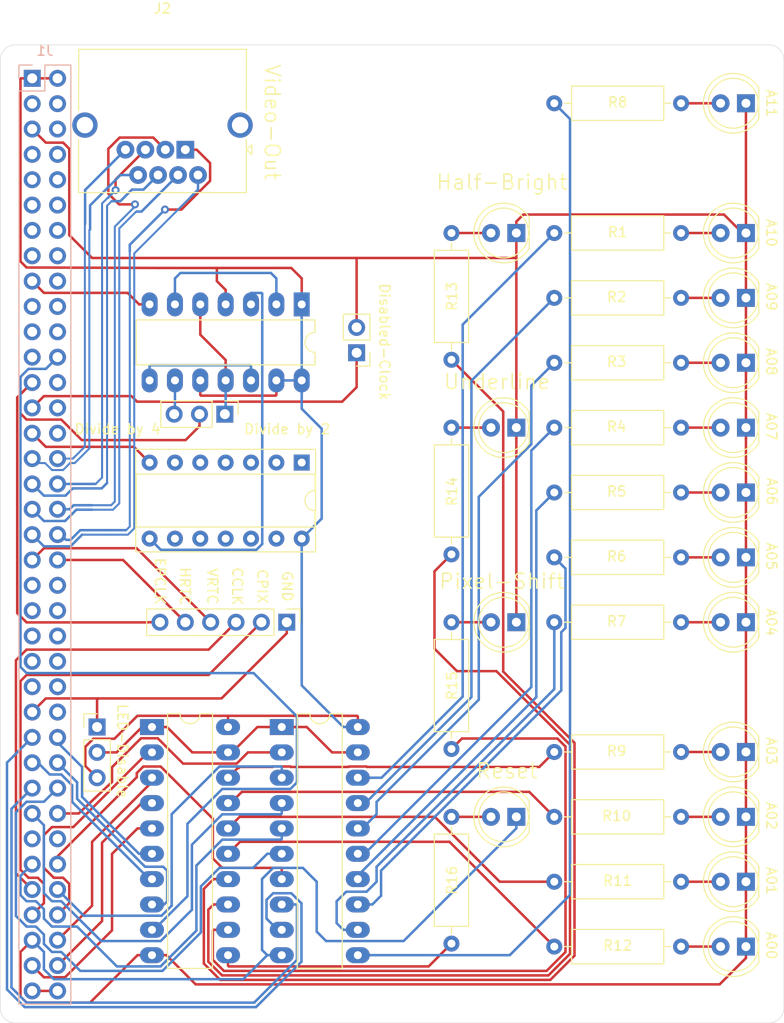
<source format=kicad_pcb>
(kicad_pcb (version 20171130) (host pcbnew 5.1.5+dfsg1-2build2)

  (general
    (thickness 1.6)
    (drawings 35)
    (tracks 582)
    (zones 0)
    (modules 42)
    (nets 105)
  )

  (page A4)
  (layers
    (0 F.Cu signal)
    (31 B.Cu signal)
    (32 B.Adhes user)
    (33 F.Adhes user)
    (34 B.Paste user hide)
    (35 F.Paste user)
    (36 B.SilkS user)
    (37 F.SilkS user)
    (38 B.Mask user hide)
    (39 F.Mask user hide)
    (40 Dwgs.User user hide)
    (41 Cmts.User user hide)
    (42 Eco1.User user hide)
    (43 Eco2.User user hide)
    (44 Edge.Cuts user)
    (45 Margin user hide)
    (46 B.CrtYd user hide)
    (47 F.CrtYd user)
    (48 B.Fab user hide)
    (49 F.Fab user hide)
  )

  (setup
    (last_trace_width 0.25)
    (trace_clearance 0.2)
    (zone_clearance 0.508)
    (zone_45_only no)
    (trace_min 0.2)
    (via_size 0.8)
    (via_drill 0.4)
    (via_min_size 0.4)
    (via_min_drill 0.3)
    (uvia_size 0.3)
    (uvia_drill 0.1)
    (uvias_allowed no)
    (uvia_min_size 0.2)
    (uvia_min_drill 0.1)
    (edge_width 0.05)
    (segment_width 0.2)
    (pcb_text_width 0.3)
    (pcb_text_size 1.5 1.5)
    (mod_edge_width 0.12)
    (mod_text_size 1 1)
    (mod_text_width 0.15)
    (pad_size 1.524 1.524)
    (pad_drill 0.762)
    (pad_to_mask_clearance 0.051)
    (solder_mask_min_width 0.25)
    (aux_axis_origin 0 0)
    (visible_elements FFFFFF7F)
    (pcbplotparams
      (layerselection 0x010fc_ffffffff)
      (usegerberextensions false)
      (usegerberattributes false)
      (usegerberadvancedattributes false)
      (creategerberjobfile false)
      (excludeedgelayer true)
      (linewidth 0.100000)
      (plotframeref false)
      (viasonmask false)
      (mode 1)
      (useauxorigin false)
      (hpglpennumber 1)
      (hpglpenspeed 20)
      (hpglpendiameter 15.000000)
      (psnegative false)
      (psa4output false)
      (plotreference true)
      (plotvalue true)
      (plotinvisibletext false)
      (padsonsilk false)
      (subtractmaskfromsilk false)
      (outputformat 1)
      (mirror false)
      (drillshape 1)
      (scaleselection 1)
      (outputdirectory ""))
  )

  (net 0 "")
  (net 1 "Net-(D1-Pad2)")
  (net 2 "Net-(D2-Pad2)")
  (net 3 "Net-(D3-Pad2)")
  (net 4 "Net-(D4-Pad2)")
  (net 5 "Net-(D5-Pad2)")
  (net 6 "Net-(D6-Pad2)")
  (net 7 "Net-(D7-Pad2)")
  (net 8 "Net-(D8-Pad2)")
  (net 9 "Net-(D9-Pad2)")
  (net 10 "Net-(D10-Pad2)")
  (net 11 "Net-(D11-Pad2)")
  (net 12 "Net-(D12-Pad2)")
  (net 13 "Net-(D13-Pad2)")
  (net 14 "Net-(D14-Pad2)")
  (net 15 "Net-(D15-Pad2)")
  (net 16 "Net-(D16-Pad2)")
  (net 17 /LC2)
  (net 18 /LC3)
  (net 19 /LC1)
  (net 20 /LC0)
  (net 21 /CPIX)
  (net 22 /CC1)
  (net 23 /CCLK)
  (net 24 /CC5)
  (net 25 /CC3)
  (net 26 "Net-(J1-Pad62)")
  (net 27 /CC0)
  (net 28 /CC2)
  (net 29 /CC4)
  (net 30 /CC6)
  (net 31 /HBS)
  (net 32 /UL)
  (net 33 /HB)
  (net 34 /AF)
  (net 35 "Net-(J1-Pad52)")
  (net 36 "Net-(J1-Pad50)")
  (net 37 "Net-(J1-Pad49)")
  (net 38 "Net-(J1-Pad48)")
  (net 39 "Net-(J1-Pad47)")
  (net 40 "Net-(J1-Pad46)")
  (net 41 "Net-(J1-Pad45)")
  (net 42 "Net-(J1-Pad44)")
  (net 43 "Net-(J1-Pad43)")
  (net 44 "Net-(J1-Pad42)")
  (net 45 /HRTC)
  (net 46 /VRTC)
  (net 47 /VIDEO_N)
  (net 48 /VIDEO_P)
  (net 49 /HORDR_N)
  (net 50 /HORDR_P)
  (net 51 /VERDR_N)
  (net 52 /VERDR_P)
  (net 53 /BRIGHT_N)
  (net 54 /BRIGHT_P)
  (net 55 "Net-(J1-Pad30)")
  (net 56 "Net-(J1-Pad28)")
  (net 57 /CPUDIS)
  (net 58 "Net-(J1-Pad26)")
  (net 59 /EPCLK)
  (net 60 /RESET)
  (net 61 "Net-(J1-Pad23)")
  (net 62 "Net-(J1-Pad22)")
  (net 63 "Net-(J1-Pad21)")
  (net 64 "Net-(J1-Pad20)")
  (net 65 "Net-(J1-Pad19)")
  (net 66 "Net-(J1-Pad18)")
  (net 67 "Net-(J1-Pad16)")
  (net 68 "Net-(J1-Pad15)")
  (net 69 "Net-(J1-Pad14)")
  (net 70 "Net-(J1-Pad13)")
  (net 71 "Net-(J1-Pad12)")
  (net 72 "Net-(J1-Pad11)")
  (net 73 "Net-(J1-Pad10)")
  (net 74 "Net-(J1-Pad9)")
  (net 75 "Net-(J1-Pad8)")
  (net 76 "Net-(J1-Pad7)")
  (net 77 "Net-(J1-Pad6)")
  (net 78 "Net-(J1-Pad4)")
  (net 79 "Net-(J1-Pad3)")
  (net 80 "Net-(JP1-Pad3)")
  (net 81 "Net-(JP1-Pad1)")
  (net 82 /LED_DIS)
  (net 83 "Net-(R1-Pad2)")
  (net 84 "Net-(R2-Pad2)")
  (net 85 "Net-(R3-Pad2)")
  (net 86 "Net-(R4-Pad2)")
  (net 87 "Net-(R5-Pad2)")
  (net 88 "Net-(R6-Pad2)")
  (net 89 "Net-(R7-Pad2)")
  (net 90 "Net-(R8-Pad2)")
  (net 91 "Net-(R9-Pad2)")
  (net 92 "Net-(R10-Pad2)")
  (net 93 "Net-(R11-Pad2)")
  (net 94 "Net-(R12-Pad2)")
  (net 95 "Net-(R13-Pad2)")
  (net 96 "Net-(R14-Pad2)")
  (net 97 "Net-(R15-Pad2)")
  (net 98 "Net-(R16-Pad2)")
  (net 99 "Net-(U1-Pad2)")
  (net 100 "Net-(U1-Pad12)")
  (net 101 "Net-(U1-Pad3)")
  (net 102 "Net-(X1-Pad1)")
  (net 103 GND)
  (net 104 +5V)

  (net_class Default "This is the default net class."
    (clearance 0.2)
    (trace_width 0.25)
    (via_dia 0.8)
    (via_drill 0.4)
    (uvia_dia 0.3)
    (uvia_drill 0.1)
    (add_net +5V)
    (add_net /AF)
    (add_net /BRIGHT_N)
    (add_net /BRIGHT_P)
    (add_net /CC0)
    (add_net /CC1)
    (add_net /CC2)
    (add_net /CC3)
    (add_net /CC4)
    (add_net /CC5)
    (add_net /CC6)
    (add_net /CCLK)
    (add_net /CPIX)
    (add_net /CPUDIS)
    (add_net /EPCLK)
    (add_net /HB)
    (add_net /HBS)
    (add_net /HORDR_N)
    (add_net /HORDR_P)
    (add_net /HRTC)
    (add_net /LC0)
    (add_net /LC1)
    (add_net /LC2)
    (add_net /LC3)
    (add_net /LED_DIS)
    (add_net /RESET)
    (add_net /UL)
    (add_net /VERDR_N)
    (add_net /VERDR_P)
    (add_net /VIDEO_N)
    (add_net /VIDEO_P)
    (add_net /VRTC)
    (add_net GND)
    (add_net "Net-(D1-Pad2)")
    (add_net "Net-(D10-Pad2)")
    (add_net "Net-(D11-Pad2)")
    (add_net "Net-(D12-Pad2)")
    (add_net "Net-(D13-Pad2)")
    (add_net "Net-(D14-Pad2)")
    (add_net "Net-(D15-Pad2)")
    (add_net "Net-(D16-Pad2)")
    (add_net "Net-(D2-Pad2)")
    (add_net "Net-(D3-Pad2)")
    (add_net "Net-(D4-Pad2)")
    (add_net "Net-(D5-Pad2)")
    (add_net "Net-(D6-Pad2)")
    (add_net "Net-(D7-Pad2)")
    (add_net "Net-(D8-Pad2)")
    (add_net "Net-(D9-Pad2)")
    (add_net "Net-(J1-Pad10)")
    (add_net "Net-(J1-Pad11)")
    (add_net "Net-(J1-Pad12)")
    (add_net "Net-(J1-Pad13)")
    (add_net "Net-(J1-Pad14)")
    (add_net "Net-(J1-Pad15)")
    (add_net "Net-(J1-Pad16)")
    (add_net "Net-(J1-Pad18)")
    (add_net "Net-(J1-Pad19)")
    (add_net "Net-(J1-Pad20)")
    (add_net "Net-(J1-Pad21)")
    (add_net "Net-(J1-Pad22)")
    (add_net "Net-(J1-Pad23)")
    (add_net "Net-(J1-Pad26)")
    (add_net "Net-(J1-Pad28)")
    (add_net "Net-(J1-Pad3)")
    (add_net "Net-(J1-Pad30)")
    (add_net "Net-(J1-Pad4)")
    (add_net "Net-(J1-Pad42)")
    (add_net "Net-(J1-Pad43)")
    (add_net "Net-(J1-Pad44)")
    (add_net "Net-(J1-Pad45)")
    (add_net "Net-(J1-Pad46)")
    (add_net "Net-(J1-Pad47)")
    (add_net "Net-(J1-Pad48)")
    (add_net "Net-(J1-Pad49)")
    (add_net "Net-(J1-Pad50)")
    (add_net "Net-(J1-Pad52)")
    (add_net "Net-(J1-Pad6)")
    (add_net "Net-(J1-Pad62)")
    (add_net "Net-(J1-Pad7)")
    (add_net "Net-(J1-Pad8)")
    (add_net "Net-(J1-Pad9)")
    (add_net "Net-(JP1-Pad1)")
    (add_net "Net-(JP1-Pad3)")
    (add_net "Net-(R1-Pad2)")
    (add_net "Net-(R10-Pad2)")
    (add_net "Net-(R11-Pad2)")
    (add_net "Net-(R12-Pad2)")
    (add_net "Net-(R13-Pad2)")
    (add_net "Net-(R14-Pad2)")
    (add_net "Net-(R15-Pad2)")
    (add_net "Net-(R16-Pad2)")
    (add_net "Net-(R2-Pad2)")
    (add_net "Net-(R3-Pad2)")
    (add_net "Net-(R4-Pad2)")
    (add_net "Net-(R5-Pad2)")
    (add_net "Net-(R6-Pad2)")
    (add_net "Net-(R7-Pad2)")
    (add_net "Net-(R8-Pad2)")
    (add_net "Net-(R9-Pad2)")
    (add_net "Net-(U1-Pad12)")
    (add_net "Net-(U1-Pad2)")
    (add_net "Net-(U1-Pad3)")
    (add_net "Net-(X1-Pad1)")
  )

  (module aliexpress:RJ45_aliexpress (layer F.Cu) (tedit 6291B46B) (tstamp 629D9F73)
    (at 133.7 57.5 180)
    (descr https://belfuse.com/resources/drawings/stewartconnector/dr-stw-ss-74301-001-ss-74301-002-ss-74301-005.pdf)
    (tags "RJ45 Vertical Shield LED Green Yellow")
    (path /62086529)
    (fp_text reference J2 (at 4.445 14.15) (layer F.SilkS)
      (effects (font (size 1 1) (thickness 0.15)))
    )
    (fp_text value Video_Out (at 4.445 2.54) (layer F.Fab)
      (effects (font (size 1 1) (thickness 0.15)))
    )
    (fp_line (start -4.06 3.85) (end -4.95 3.85) (layer F.CrtYd) (width 0.05))
    (fp_line (start -4.06 1.05) (end -4.95 1.05) (layer F.CrtYd) (width 0.05))
    (fp_line (start 12.95 3.85) (end 13.85 3.85) (layer F.CrtYd) (width 0.05))
    (fp_line (start 12.95 1.05) (end 13.85 1.05) (layer F.CrtYd) (width 0.05))
    (fp_line (start -4.7 2.5) (end -4.7 1.35) (layer F.Fab) (width 0.1))
    (fp_line (start -3.8 0.5) (end -3.3 0) (layer F.Fab) (width 0.1))
    (fp_line (start -3.8 -0.5) (end -3.3 0) (layer F.Fab) (width 0.1))
    (fp_line (start -4.5 0.5) (end -4 0) (layer F.SilkS) (width 0.12))
    (fp_line (start -4.5 -0.5) (end -4.5 0.5) (layer F.SilkS) (width 0.12))
    (fp_line (start -4 0) (end -4.5 -0.5) (layer F.SilkS) (width 0.12))
    (fp_text user %R (at 4.445 4.85) (layer F.Fab)
      (effects (font (size 1 1) (thickness 0.15)))
    )
    (fp_line (start 12.8376 10.0584) (end 12.85 3.9) (layer F.SilkS) (width 0.12))
    (fp_line (start -3.95 -4.3) (end -3.95 1) (layer F.SilkS) (width 0.12))
    (fp_line (start 12.85 -4.3) (end 12.85 1) (layer F.SilkS) (width 0.12))
    (fp_line (start -3.95 -4.3) (end 12.85 -4.3) (layer F.SilkS) (width 0.12))
    (fp_line (start -3.9624 10.0584) (end -3.95 3.9) (layer F.SilkS) (width 0.12))
    (fp_line (start -3.9624 10.0584) (end 12.8376 10.0584) (layer F.SilkS) (width 0.12))
    (fp_line (start 12.95 1.05) (end 12.95 -4.39) (layer F.CrtYd) (width 0.05))
    (fp_line (start 13.85 3.85) (end 13.85 1.05) (layer F.CrtYd) (width 0.05))
    (fp_line (start -4.06 1.05) (end -4.06 -4.39) (layer F.CrtYd) (width 0.05))
    (fp_line (start -4.95 3.85) (end -4.95 1.05) (layer F.CrtYd) (width 0.05))
    (fp_line (start -4.06 10.16) (end -4.06 3.85) (layer F.CrtYd) (width 0.05))
    (fp_line (start 12.946 10.16) (end -4.064 10.16) (layer F.CrtYd) (width 0.05))
    (fp_line (start 12.95 3.85) (end 12.946 10.16) (layer F.CrtYd) (width 0.05))
    (fp_line (start -4.06 -4.39) (end 12.95 -4.39) (layer F.CrtYd) (width 0.05))
    (fp_line (start -3.81 -4.1402) (end 12.7 -4.1402) (layer F.Fab) (width 0.1))
    (fp_line (start 12.7 -4.1402) (end 12.7 10.0584) (layer F.Fab) (width 0.1))
    (fp_line (start -3.81 -4.1402) (end -3.81 10.0584) (layer F.Fab) (width 0.1))
    (fp_line (start -3.81 10.0584) (end 12.7 10.0584) (layer F.Fab) (width 0.1))
    (pad SH thru_hole circle (at 12.219 2.4638 180) (size 2.54 2.54) (drill 1.651) (layers *.Cu *.Mask))
    (pad SH thru_hole circle (at -3.329 2.4638 180) (size 2.54 2.54) (drill 1.651) (layers *.Cu *.Mask))
    (pad 8 thru_hole circle (at 6.89 -2.54 180) (size 1.778 1.778) (drill 0.889) (layers *.Cu *.Mask)
      (net 54 /BRIGHT_P))
    (pad 7 thru_hole circle (at 8.16 0 180) (size 1.778 1.778) (drill 0.889) (layers *.Cu *.Mask)
      (net 53 /BRIGHT_N))
    (pad 6 thru_hole circle (at 4.89 -2.54 180) (size 1.778 1.778) (drill 0.889) (layers *.Cu *.Mask)
      (net 52 /VERDR_P))
    (pad 5 thru_hole circle (at 6.16 0 180) (size 1.778 1.778) (drill 0.889) (layers *.Cu *.Mask)
      (net 51 /VERDR_N))
    (pad 4 thru_hole circle (at 2.89 -2.54 180) (size 1.778 1.778) (drill 0.889) (layers *.Cu *.Mask)
      (net 50 /HORDR_P))
    (pad 3 thru_hole circle (at 4.16 0 180) (size 1.778 1.778) (drill 0.889) (layers *.Cu *.Mask)
      (net 49 /HORDR_N))
    (pad 2 thru_hole circle (at 0.89 -2.54 180) (size 1.778 1.778) (drill 0.889) (layers *.Cu *.Mask)
      (net 48 /VIDEO_P))
    (pad 1 thru_hole rect (at 2.16 0 180) (size 1.778 1.778) (drill 0.889) (layers *.Cu *.Mask)
      (net 47 /VIDEO_N))
    (model ${KISYS3DMOD}/Connector_RJ.3dshapes/RJ45_BEL_SS74301-00x_Vertical.wrl
      (at (xyz 0 0 0))
      (scale (xyz 1 1 1))
      (rotate (xyz 0 0 0))
    )
  )

  (module Package_DIP:DIP-14_W7.62mm_LongPads (layer F.Cu) (tedit 5A02E8C5) (tstamp 61EF0465)
    (at 143.2 73 270)
    (descr "14-lead though-hole mounted DIP package, row spacing 7.62 mm (300 mils), LongPads")
    (tags "THT DIP DIL PDIP 2.54mm 7.62mm 300mil LongPads")
    (path /620DCA19)
    (fp_text reference U1 (at 3.81 -2.33 90) (layer F.SilkS) hide
      (effects (font (size 1 1) (thickness 0.15)))
    )
    (fp_text value "74LS74 (Flip-Flip)" (at 3.81 17.57 90) (layer F.Fab)
      (effects (font (size 1 1) (thickness 0.15)))
    )
    (fp_text user %R (at 3.81 7.62 90) (layer F.Fab)
      (effects (font (size 1 1) (thickness 0.15)))
    )
    (fp_line (start 9.1 -1.55) (end -1.45 -1.55) (layer F.CrtYd) (width 0.05))
    (fp_line (start 9.1 16.8) (end 9.1 -1.55) (layer F.CrtYd) (width 0.05))
    (fp_line (start -1.45 16.8) (end 9.1 16.8) (layer F.CrtYd) (width 0.05))
    (fp_line (start -1.45 -1.55) (end -1.45 16.8) (layer F.CrtYd) (width 0.05))
    (fp_line (start 6.06 -1.33) (end 4.81 -1.33) (layer F.SilkS) (width 0.12))
    (fp_line (start 6.06 16.57) (end 6.06 -1.33) (layer F.SilkS) (width 0.12))
    (fp_line (start 1.56 16.57) (end 6.06 16.57) (layer F.SilkS) (width 0.12))
    (fp_line (start 1.56 -1.33) (end 1.56 16.57) (layer F.SilkS) (width 0.12))
    (fp_line (start 2.81 -1.33) (end 1.56 -1.33) (layer F.SilkS) (width 0.12))
    (fp_line (start 0.635 -0.27) (end 1.635 -1.27) (layer F.Fab) (width 0.1))
    (fp_line (start 0.635 16.51) (end 0.635 -0.27) (layer F.Fab) (width 0.1))
    (fp_line (start 6.985 16.51) (end 0.635 16.51) (layer F.Fab) (width 0.1))
    (fp_line (start 6.985 -1.27) (end 6.985 16.51) (layer F.Fab) (width 0.1))
    (fp_line (start 1.635 -1.27) (end 6.985 -1.27) (layer F.Fab) (width 0.1))
    (fp_arc (start 3.81 -1.33) (end 2.81 -1.33) (angle -180) (layer F.SilkS) (width 0.12))
    (pad 14 thru_hole oval (at 7.62 0 270) (size 2.4 1.6) (drill 0.8) (layers *.Cu *.Mask)
      (net 104 +5V))
    (pad 7 thru_hole oval (at 0 15.24 270) (size 2.4 1.6) (drill 0.8) (layers *.Cu *.Mask)
      (net 103 GND))
    (pad 13 thru_hole oval (at 7.62 2.54 270) (size 2.4 1.6) (drill 0.8) (layers *.Cu *.Mask)
      (net 104 +5V))
    (pad 6 thru_hole oval (at 0 12.7 270) (size 2.4 1.6) (drill 0.8) (layers *.Cu *.Mask)
      (net 99 "Net-(U1-Pad2)"))
    (pad 12 thru_hole oval (at 7.62 5.08 270) (size 2.4 1.6) (drill 0.8) (layers *.Cu *.Mask)
      (net 100 "Net-(U1-Pad12)"))
    (pad 5 thru_hole oval (at 0 10.16 270) (size 2.4 1.6) (drill 0.8) (layers *.Cu *.Mask)
      (net 81 "Net-(JP1-Pad1)"))
    (pad 11 thru_hole oval (at 7.62 7.62 270) (size 2.4 1.6) (drill 0.8) (layers *.Cu *.Mask)
      (net 81 "Net-(JP1-Pad1)"))
    (pad 4 thru_hole oval (at 0 7.62 270) (size 2.4 1.6) (drill 0.8) (layers *.Cu *.Mask)
      (net 104 +5V))
    (pad 10 thru_hole oval (at 7.62 10.16 270) (size 2.4 1.6) (drill 0.8) (layers *.Cu *.Mask)
      (net 104 +5V))
    (pad 3 thru_hole oval (at 0 5.08 270) (size 2.4 1.6) (drill 0.8) (layers *.Cu *.Mask)
      (net 101 "Net-(U1-Pad3)"))
    (pad 9 thru_hole oval (at 7.62 12.7 270) (size 2.4 1.6) (drill 0.8) (layers *.Cu *.Mask)
      (net 80 "Net-(JP1-Pad3)"))
    (pad 2 thru_hole oval (at 0 2.54 270) (size 2.4 1.6) (drill 0.8) (layers *.Cu *.Mask)
      (net 99 "Net-(U1-Pad2)"))
    (pad 8 thru_hole oval (at 7.62 15.24 270) (size 2.4 1.6) (drill 0.8) (layers *.Cu *.Mask)
      (net 100 "Net-(U1-Pad12)"))
    (pad 1 thru_hole rect (at 0 0 270) (size 2.4 1.6) (drill 0.8) (layers *.Cu *.Mask)
      (net 104 +5V))
    (model ${KISYS3DMOD}/Package_DIP.3dshapes/DIP-14_W7.62mm.wrl
      (at (xyz 0 0 0))
      (scale (xyz 1 1 1))
      (rotate (xyz 0 0 0))
    )
  )

  (module Package_DIP:DIP-14_W7.62mm_Socket (layer F.Cu) (tedit 5A02E8C5) (tstamp 61ED28EC)
    (at 143.2 88.85 270)
    (descr "14-lead though-hole mounted DIP package, row spacing 7.62 mm (300 mils), Socket")
    (tags "THT DIP DIL PDIP 2.54mm 7.62mm 300mil Socket")
    (path /6212CE21)
    (fp_text reference X1 (at 3.81 -2.33 90) (layer F.SilkS) hide
      (effects (font (size 1 1) (thickness 0.15)))
    )
    (fp_text value Socket (at 3.81 17.57 90) (layer F.Fab)
      (effects (font (size 1 1) (thickness 0.15)))
    )
    (fp_text user %R (at 3.81 7.62 90) (layer F.Fab)
      (effects (font (size 1 1) (thickness 0.15)))
    )
    (fp_line (start 9.15 -1.6) (end -1.55 -1.6) (layer F.CrtYd) (width 0.05))
    (fp_line (start 9.15 16.85) (end 9.15 -1.6) (layer F.CrtYd) (width 0.05))
    (fp_line (start -1.55 16.85) (end 9.15 16.85) (layer F.CrtYd) (width 0.05))
    (fp_line (start -1.55 -1.6) (end -1.55 16.85) (layer F.CrtYd) (width 0.05))
    (fp_line (start 8.95 -1.39) (end -1.33 -1.39) (layer F.SilkS) (width 0.12))
    (fp_line (start 8.95 16.63) (end 8.95 -1.39) (layer F.SilkS) (width 0.12))
    (fp_line (start -1.33 16.63) (end 8.95 16.63) (layer F.SilkS) (width 0.12))
    (fp_line (start -1.33 -1.39) (end -1.33 16.63) (layer F.SilkS) (width 0.12))
    (fp_line (start 6.46 -1.33) (end 4.81 -1.33) (layer F.SilkS) (width 0.12))
    (fp_line (start 6.46 16.57) (end 6.46 -1.33) (layer F.SilkS) (width 0.12))
    (fp_line (start 1.16 16.57) (end 6.46 16.57) (layer F.SilkS) (width 0.12))
    (fp_line (start 1.16 -1.33) (end 1.16 16.57) (layer F.SilkS) (width 0.12))
    (fp_line (start 2.81 -1.33) (end 1.16 -1.33) (layer F.SilkS) (width 0.12))
    (fp_line (start 8.89 -1.33) (end -1.27 -1.33) (layer F.Fab) (width 0.1))
    (fp_line (start 8.89 16.57) (end 8.89 -1.33) (layer F.Fab) (width 0.1))
    (fp_line (start -1.27 16.57) (end 8.89 16.57) (layer F.Fab) (width 0.1))
    (fp_line (start -1.27 -1.33) (end -1.27 16.57) (layer F.Fab) (width 0.1))
    (fp_line (start 0.635 -0.27) (end 1.635 -1.27) (layer F.Fab) (width 0.1))
    (fp_line (start 0.635 16.51) (end 0.635 -0.27) (layer F.Fab) (width 0.1))
    (fp_line (start 6.985 16.51) (end 0.635 16.51) (layer F.Fab) (width 0.1))
    (fp_line (start 6.985 -1.27) (end 6.985 16.51) (layer F.Fab) (width 0.1))
    (fp_line (start 1.635 -1.27) (end 6.985 -1.27) (layer F.Fab) (width 0.1))
    (fp_arc (start 3.81 -1.33) (end 2.81 -1.33) (angle -180) (layer F.SilkS) (width 0.12))
    (pad 14 thru_hole oval (at 7.62 0 270) (size 1.6 1.6) (drill 0.8) (layers *.Cu *.Mask)
      (net 104 +5V))
    (pad 7 thru_hole oval (at 0 15.24 270) (size 1.6 1.6) (drill 0.8) (layers *.Cu *.Mask)
      (net 103 GND))
    (pad 13 thru_hole oval (at 7.62 2.54 270) (size 1.6 1.6) (drill 0.8) (layers *.Cu *.Mask))
    (pad 6 thru_hole oval (at 0 12.7 270) (size 1.6 1.6) (drill 0.8) (layers *.Cu *.Mask))
    (pad 12 thru_hole oval (at 7.62 5.08 270) (size 1.6 1.6) (drill 0.8) (layers *.Cu *.Mask))
    (pad 5 thru_hole oval (at 0 10.16 270) (size 1.6 1.6) (drill 0.8) (layers *.Cu *.Mask))
    (pad 11 thru_hole oval (at 7.62 7.62 270) (size 1.6 1.6) (drill 0.8) (layers *.Cu *.Mask))
    (pad 4 thru_hole oval (at 0 7.62 270) (size 1.6 1.6) (drill 0.8) (layers *.Cu *.Mask))
    (pad 10 thru_hole oval (at 7.62 10.16 270) (size 1.6 1.6) (drill 0.8) (layers *.Cu *.Mask))
    (pad 3 thru_hole oval (at 0 5.08 270) (size 1.6 1.6) (drill 0.8) (layers *.Cu *.Mask))
    (pad 9 thru_hole oval (at 7.62 12.7 270) (size 1.6 1.6) (drill 0.8) (layers *.Cu *.Mask))
    (pad 2 thru_hole oval (at 0 2.54 270) (size 1.6 1.6) (drill 0.8) (layers *.Cu *.Mask))
    (pad 8 thru_hole oval (at 7.62 15.24 270) (size 1.6 1.6) (drill 0.8) (layers *.Cu *.Mask)
      (net 101 "Net-(U1-Pad3)"))
    (pad 1 thru_hole rect (at 0 0 270) (size 1.6 1.6) (drill 0.8) (layers *.Cu *.Mask)
      (net 102 "Net-(X1-Pad1)"))
    (model ${KISYS3DMOD}/Package_DIP.3dshapes/DIP-14_W7.62mm_Socket.wrl
      (at (xyz 0 0 0))
      (scale (xyz 1 1 1))
      (rotate (xyz 0 0 0))
    )
  )

  (module LED_THT:LED_D5.0mm (layer F.Cu) (tedit 5995936A) (tstamp 61EEACEC)
    (at 164.7 124.35 180)
    (descr "LED, diameter 5.0mm, 2 pins, http://cdn-reichelt.de/documents/datenblatt/A500/LL-504BC2E-009.pdf")
    (tags "LED diameter 5.0mm 2 pins")
    (path /61F8BEBB)
    (fp_text reference D16 (at 1.27 -3.96) (layer F.SilkS) hide
      (effects (font (size 1 1) (thickness 0.15)))
    )
    (fp_text value LED_Small_ALT (at 1.27 3.96) (layer F.Fab)
      (effects (font (size 1 1) (thickness 0.15)))
    )
    (fp_text user %R (at 1.25 0) (layer F.Fab)
      (effects (font (size 0.8 0.8) (thickness 0.2)))
    )
    (fp_line (start 4.5 -3.25) (end -1.95 -3.25) (layer F.CrtYd) (width 0.05))
    (fp_line (start 4.5 3.25) (end 4.5 -3.25) (layer F.CrtYd) (width 0.05))
    (fp_line (start -1.95 3.25) (end 4.5 3.25) (layer F.CrtYd) (width 0.05))
    (fp_line (start -1.95 -3.25) (end -1.95 3.25) (layer F.CrtYd) (width 0.05))
    (fp_line (start -1.29 -1.545) (end -1.29 1.545) (layer F.SilkS) (width 0.12))
    (fp_line (start -1.23 -1.469694) (end -1.23 1.469694) (layer F.Fab) (width 0.1))
    (fp_circle (center 1.27 0) (end 3.77 0) (layer F.SilkS) (width 0.12))
    (fp_circle (center 1.27 0) (end 3.77 0) (layer F.Fab) (width 0.1))
    (fp_arc (start 1.27 0) (end -1.29 1.54483) (angle -148.9) (layer F.SilkS) (width 0.12))
    (fp_arc (start 1.27 0) (end -1.29 -1.54483) (angle 148.9) (layer F.SilkS) (width 0.12))
    (fp_arc (start 1.27 0) (end -1.23 -1.469694) (angle 299.1) (layer F.Fab) (width 0.1))
    (pad 2 thru_hole circle (at 2.54 0 180) (size 1.8 1.8) (drill 0.9) (layers *.Cu *.Mask)
      (net 16 "Net-(D16-Pad2)"))
    (pad 1 thru_hole rect (at 0 0 180) (size 1.8 1.8) (drill 0.9) (layers *.Cu *.Mask)
      (net 103 GND))
    (model ${KISYS3DMOD}/LED_THT.3dshapes/LED_D5.0mm.wrl
      (at (xyz 0 0 0))
      (scale (xyz 1 1 1))
      (rotate (xyz 0 0 0))
    )
  )

  (module Resistor_THT:R_Axial_DIN0309_L9.0mm_D3.2mm_P12.70mm_Horizontal (layer F.Cu) (tedit 5AE5139B) (tstamp 61EEAB23)
    (at 158.2 124.35 270)
    (descr "Resistor, Axial_DIN0309 series, Axial, Horizontal, pin pitch=12.7mm, 0.5W = 1/2W, length*diameter=9*3.2mm^2, http://cdn-reichelt.de/documents/datenblatt/B400/1_4W%23YAG.pdf")
    (tags "Resistor Axial_DIN0309 series Axial Horizontal pin pitch 12.7mm 0.5W = 1/2W length 9mm diameter 3.2mm")
    (path /61F8BE91)
    (fp_text reference R16 (at 6.35 -0.05 90) (layer F.SilkS)
      (effects (font (size 1 1) (thickness 0.15)))
    )
    (fp_text value 220R (at 6.35 2.72 90) (layer F.Fab)
      (effects (font (size 1 1) (thickness 0.15)))
    )
    (fp_text user %R (at 6.35 0 90) (layer F.Fab)
      (effects (font (size 1 1) (thickness 0.15)))
    )
    (fp_line (start 13.75 -1.85) (end -1.05 -1.85) (layer F.CrtYd) (width 0.05))
    (fp_line (start 13.75 1.85) (end 13.75 -1.85) (layer F.CrtYd) (width 0.05))
    (fp_line (start -1.05 1.85) (end 13.75 1.85) (layer F.CrtYd) (width 0.05))
    (fp_line (start -1.05 -1.85) (end -1.05 1.85) (layer F.CrtYd) (width 0.05))
    (fp_line (start 11.66 0) (end 10.97 0) (layer F.SilkS) (width 0.12))
    (fp_line (start 1.04 0) (end 1.73 0) (layer F.SilkS) (width 0.12))
    (fp_line (start 10.97 -1.72) (end 1.73 -1.72) (layer F.SilkS) (width 0.12))
    (fp_line (start 10.97 1.72) (end 10.97 -1.72) (layer F.SilkS) (width 0.12))
    (fp_line (start 1.73 1.72) (end 10.97 1.72) (layer F.SilkS) (width 0.12))
    (fp_line (start 1.73 -1.72) (end 1.73 1.72) (layer F.SilkS) (width 0.12))
    (fp_line (start 12.7 0) (end 10.85 0) (layer F.Fab) (width 0.1))
    (fp_line (start 0 0) (end 1.85 0) (layer F.Fab) (width 0.1))
    (fp_line (start 10.85 -1.6) (end 1.85 -1.6) (layer F.Fab) (width 0.1))
    (fp_line (start 10.85 1.6) (end 10.85 -1.6) (layer F.Fab) (width 0.1))
    (fp_line (start 1.85 1.6) (end 10.85 1.6) (layer F.Fab) (width 0.1))
    (fp_line (start 1.85 -1.6) (end 1.85 1.6) (layer F.Fab) (width 0.1))
    (pad 2 thru_hole oval (at 12.7 0 270) (size 1.6 1.6) (drill 0.8) (layers *.Cu *.Mask)
      (net 98 "Net-(R16-Pad2)"))
    (pad 1 thru_hole circle (at 0 0 270) (size 1.6 1.6) (drill 0.8) (layers *.Cu *.Mask)
      (net 16 "Net-(D16-Pad2)"))
    (model ${KISYS3DMOD}/Resistor_THT.3dshapes/R_Axial_DIN0309_L9.0mm_D3.2mm_P12.70mm_Horizontal.wrl
      (at (xyz 0 0 0))
      (scale (xyz 1 1 1))
      (rotate (xyz 0 0 0))
    )
  )

  (module Resistor_THT:R_Axial_DIN0309_L9.0mm_D3.2mm_P12.70mm_Horizontal (layer F.Cu) (tedit 5AE5139B) (tstamp 61EEAD9C)
    (at 181.2 130.85 180)
    (descr "Resistor, Axial_DIN0309 series, Axial, Horizontal, pin pitch=12.7mm, 0.5W = 1/2W, length*diameter=9*3.2mm^2, http://cdn-reichelt.de/documents/datenblatt/B400/1_4W%23YAG.pdf")
    (tags "Resistor Axial_DIN0309 series Axial Horizontal pin pitch 12.7mm 0.5W = 1/2W length 9mm diameter 3.2mm")
    (path /61F8BE73)
    (fp_text reference R11 (at 6.35 0.1) (layer F.SilkS)
      (effects (font (size 1 1) (thickness 0.15)))
    )
    (fp_text value 220R (at 6.35 2.72) (layer F.Fab)
      (effects (font (size 1 1) (thickness 0.15)))
    )
    (fp_text user %R (at 6.35 0) (layer F.Fab)
      (effects (font (size 1 1) (thickness 0.15)))
    )
    (fp_line (start 13.75 -1.85) (end -1.05 -1.85) (layer F.CrtYd) (width 0.05))
    (fp_line (start 13.75 1.85) (end 13.75 -1.85) (layer F.CrtYd) (width 0.05))
    (fp_line (start -1.05 1.85) (end 13.75 1.85) (layer F.CrtYd) (width 0.05))
    (fp_line (start -1.05 -1.85) (end -1.05 1.85) (layer F.CrtYd) (width 0.05))
    (fp_line (start 11.66 0) (end 10.97 0) (layer F.SilkS) (width 0.12))
    (fp_line (start 1.04 0) (end 1.73 0) (layer F.SilkS) (width 0.12))
    (fp_line (start 10.97 -1.72) (end 1.73 -1.72) (layer F.SilkS) (width 0.12))
    (fp_line (start 10.97 1.72) (end 10.97 -1.72) (layer F.SilkS) (width 0.12))
    (fp_line (start 1.73 1.72) (end 10.97 1.72) (layer F.SilkS) (width 0.12))
    (fp_line (start 1.73 -1.72) (end 1.73 1.72) (layer F.SilkS) (width 0.12))
    (fp_line (start 12.7 0) (end 10.85 0) (layer F.Fab) (width 0.1))
    (fp_line (start 0 0) (end 1.85 0) (layer F.Fab) (width 0.1))
    (fp_line (start 10.85 -1.6) (end 1.85 -1.6) (layer F.Fab) (width 0.1))
    (fp_line (start 10.85 1.6) (end 10.85 -1.6) (layer F.Fab) (width 0.1))
    (fp_line (start 1.85 1.6) (end 10.85 1.6) (layer F.Fab) (width 0.1))
    (fp_line (start 1.85 -1.6) (end 1.85 1.6) (layer F.Fab) (width 0.1))
    (pad 2 thru_hole oval (at 12.7 0 180) (size 1.6 1.6) (drill 0.8) (layers *.Cu *.Mask)
      (net 93 "Net-(R11-Pad2)"))
    (pad 1 thru_hole circle (at 0 0 180) (size 1.6 1.6) (drill 0.8) (layers *.Cu *.Mask)
      (net 11 "Net-(D11-Pad2)"))
    (model ${KISYS3DMOD}/Resistor_THT.3dshapes/R_Axial_DIN0309_L9.0mm_D3.2mm_P12.70mm_Horizontal.wrl
      (at (xyz 0 0 0))
      (scale (xyz 1 1 1))
      (rotate (xyz 0 0 0))
    )
  )

  (module Resistor_THT:R_Axial_DIN0309_L9.0mm_D3.2mm_P12.70mm_Horizontal (layer F.Cu) (tedit 5AE5139B) (tstamp 61EFA921)
    (at 181.2 52.85 180)
    (descr "Resistor, Axial_DIN0309 series, Axial, Horizontal, pin pitch=12.7mm, 0.5W = 1/2W, length*diameter=9*3.2mm^2, http://cdn-reichelt.de/documents/datenblatt/B400/1_4W%23YAG.pdf")
    (tags "Resistor Axial_DIN0309 series Axial Horizontal pin pitch 12.7mm 0.5W = 1/2W length 9mm diameter 3.2mm")
    (path /61F57F24)
    (fp_text reference R8 (at 6.35 0.1) (layer F.SilkS)
      (effects (font (size 1 1) (thickness 0.15)))
    )
    (fp_text value 220R (at 6.35 2.72) (layer F.Fab)
      (effects (font (size 1 1) (thickness 0.15)))
    )
    (fp_text user %R (at 6.35 0) (layer F.Fab)
      (effects (font (size 1 1) (thickness 0.15)))
    )
    (fp_line (start 13.75 -1.85) (end -1.05 -1.85) (layer F.CrtYd) (width 0.05))
    (fp_line (start 13.75 1.85) (end 13.75 -1.85) (layer F.CrtYd) (width 0.05))
    (fp_line (start -1.05 1.85) (end 13.75 1.85) (layer F.CrtYd) (width 0.05))
    (fp_line (start -1.05 -1.85) (end -1.05 1.85) (layer F.CrtYd) (width 0.05))
    (fp_line (start 11.66 0) (end 10.97 0) (layer F.SilkS) (width 0.12))
    (fp_line (start 1.04 0) (end 1.73 0) (layer F.SilkS) (width 0.12))
    (fp_line (start 10.97 -1.72) (end 1.73 -1.72) (layer F.SilkS) (width 0.12))
    (fp_line (start 10.97 1.72) (end 10.97 -1.72) (layer F.SilkS) (width 0.12))
    (fp_line (start 1.73 1.72) (end 10.97 1.72) (layer F.SilkS) (width 0.12))
    (fp_line (start 1.73 -1.72) (end 1.73 1.72) (layer F.SilkS) (width 0.12))
    (fp_line (start 12.7 0) (end 10.85 0) (layer F.Fab) (width 0.1))
    (fp_line (start 0 0) (end 1.85 0) (layer F.Fab) (width 0.1))
    (fp_line (start 10.85 -1.6) (end 1.85 -1.6) (layer F.Fab) (width 0.1))
    (fp_line (start 10.85 1.6) (end 10.85 -1.6) (layer F.Fab) (width 0.1))
    (fp_line (start 1.85 1.6) (end 10.85 1.6) (layer F.Fab) (width 0.1))
    (fp_line (start 1.85 -1.6) (end 1.85 1.6) (layer F.Fab) (width 0.1))
    (pad 2 thru_hole oval (at 12.7 0 180) (size 1.6 1.6) (drill 0.8) (layers *.Cu *.Mask)
      (net 90 "Net-(R8-Pad2)"))
    (pad 1 thru_hole circle (at 0 0 180) (size 1.6 1.6) (drill 0.8) (layers *.Cu *.Mask)
      (net 8 "Net-(D8-Pad2)"))
    (model ${KISYS3DMOD}/Resistor_THT.3dshapes/R_Axial_DIN0309_L9.0mm_D3.2mm_P12.70mm_Horizontal.wrl
      (at (xyz 0 0 0))
      (scale (xyz 1 1 1))
      (rotate (xyz 0 0 0))
    )
  )

  (module Package_DIP:DIP-20_W7.62mm_LongPads (layer F.Cu) (tedit 5A02E8C5) (tstamp 61EE9B42)
    (at 128.2 115.35)
    (descr "20-lead though-hole mounted DIP package, row spacing 7.62 mm (300 mils), LongPads")
    (tags "THT DIP DIL PDIP 2.54mm 7.62mm 300mil LongPads")
    (path /61F8BE55)
    (fp_text reference U3 (at 3.81 -2.33) (layer F.SilkS) hide
      (effects (font (size 1 1) (thickness 0.15)))
    )
    (fp_text value 74HCT541 (at 3.81 25.19) (layer F.Fab)
      (effects (font (size 1 1) (thickness 0.15)))
    )
    (fp_text user %R (at 3.81 11.43) (layer F.Fab)
      (effects (font (size 1 1) (thickness 0.15)))
    )
    (fp_line (start 9.1 -1.55) (end -1.45 -1.55) (layer F.CrtYd) (width 0.05))
    (fp_line (start 9.1 24.4) (end 9.1 -1.55) (layer F.CrtYd) (width 0.05))
    (fp_line (start -1.45 24.4) (end 9.1 24.4) (layer F.CrtYd) (width 0.05))
    (fp_line (start -1.45 -1.55) (end -1.45 24.4) (layer F.CrtYd) (width 0.05))
    (fp_line (start 6.06 -1.33) (end 4.81 -1.33) (layer F.SilkS) (width 0.12))
    (fp_line (start 6.06 24.19) (end 6.06 -1.33) (layer F.SilkS) (width 0.12))
    (fp_line (start 1.56 24.19) (end 6.06 24.19) (layer F.SilkS) (width 0.12))
    (fp_line (start 1.56 -1.33) (end 1.56 24.19) (layer F.SilkS) (width 0.12))
    (fp_line (start 2.81 -1.33) (end 1.56 -1.33) (layer F.SilkS) (width 0.12))
    (fp_line (start 0.635 -0.27) (end 1.635 -1.27) (layer F.Fab) (width 0.1))
    (fp_line (start 0.635 24.13) (end 0.635 -0.27) (layer F.Fab) (width 0.1))
    (fp_line (start 6.985 24.13) (end 0.635 24.13) (layer F.Fab) (width 0.1))
    (fp_line (start 6.985 -1.27) (end 6.985 24.13) (layer F.Fab) (width 0.1))
    (fp_line (start 1.635 -1.27) (end 6.985 -1.27) (layer F.Fab) (width 0.1))
    (fp_arc (start 3.81 -1.33) (end 2.81 -1.33) (angle -180) (layer F.SilkS) (width 0.12))
    (pad 20 thru_hole oval (at 7.62 0) (size 2.4 1.6) (drill 0.8) (layers *.Cu *.Mask)
      (net 104 +5V))
    (pad 10 thru_hole oval (at 0 22.86) (size 2.4 1.6) (drill 0.8) (layers *.Cu *.Mask)
      (net 103 GND))
    (pad 19 thru_hole oval (at 7.62 2.54) (size 2.4 1.6) (drill 0.8) (layers *.Cu *.Mask)
      (net 82 /LED_DIS))
    (pad 9 thru_hole oval (at 0 20.32) (size 2.4 1.6) (drill 0.8) (layers *.Cu *.Mask)
      (net 60 /RESET))
    (pad 18 thru_hole oval (at 7.62 5.08) (size 2.4 1.6) (drill 0.8) (layers *.Cu *.Mask)
      (net 91 "Net-(R9-Pad2)"))
    (pad 8 thru_hole oval (at 0 17.78) (size 2.4 1.6) (drill 0.8) (layers *.Cu *.Mask)
      (net 31 /HBS))
    (pad 17 thru_hole oval (at 7.62 7.62) (size 2.4 1.6) (drill 0.8) (layers *.Cu *.Mask)
      (net 92 "Net-(R10-Pad2)"))
    (pad 7 thru_hole oval (at 0 15.24) (size 2.4 1.6) (drill 0.8) (layers *.Cu *.Mask)
      (net 32 /UL))
    (pad 16 thru_hole oval (at 7.62 10.16) (size 2.4 1.6) (drill 0.8) (layers *.Cu *.Mask)
      (net 93 "Net-(R11-Pad2)"))
    (pad 6 thru_hole oval (at 0 12.7) (size 2.4 1.6) (drill 0.8) (layers *.Cu *.Mask)
      (net 33 /HB))
    (pad 15 thru_hole oval (at 7.62 12.7) (size 2.4 1.6) (drill 0.8) (layers *.Cu *.Mask)
      (net 94 "Net-(R12-Pad2)"))
    (pad 5 thru_hole oval (at 0 10.16) (size 2.4 1.6) (drill 0.8) (layers *.Cu *.Mask)
      (net 18 /LC3))
    (pad 14 thru_hole oval (at 7.62 15.24) (size 2.4 1.6) (drill 0.8) (layers *.Cu *.Mask)
      (net 95 "Net-(R13-Pad2)"))
    (pad 4 thru_hole oval (at 0 7.62) (size 2.4 1.6) (drill 0.8) (layers *.Cu *.Mask)
      (net 17 /LC2))
    (pad 13 thru_hole oval (at 7.62 17.78) (size 2.4 1.6) (drill 0.8) (layers *.Cu *.Mask)
      (net 96 "Net-(R14-Pad2)"))
    (pad 3 thru_hole oval (at 0 5.08) (size 2.4 1.6) (drill 0.8) (layers *.Cu *.Mask)
      (net 19 /LC1))
    (pad 12 thru_hole oval (at 7.62 20.32) (size 2.4 1.6) (drill 0.8) (layers *.Cu *.Mask)
      (net 97 "Net-(R15-Pad2)"))
    (pad 2 thru_hole oval (at 0 2.54) (size 2.4 1.6) (drill 0.8) (layers *.Cu *.Mask)
      (net 20 /LC0))
    (pad 11 thru_hole oval (at 7.62 22.86) (size 2.4 1.6) (drill 0.8) (layers *.Cu *.Mask)
      (net 98 "Net-(R16-Pad2)"))
    (pad 1 thru_hole rect (at 0 0) (size 2.4 1.6) (drill 0.8) (layers *.Cu *.Mask)
      (net 82 /LED_DIS))
    (model ${KISYS3DMOD}/Package_DIP.3dshapes/DIP-20_W7.62mm.wrl
      (at (xyz 0 0 0))
      (scale (xyz 1 1 1))
      (rotate (xyz 0 0 0))
    )
  )

  (module Connector_PinSocket_2.54mm:PinSocket_2x37_P2.54mm_Vertical (layer B.Cu) (tedit 5A19A431) (tstamp 61EDF6CF)
    (at 116.2 50.35 180)
    (descr "Through hole straight socket strip, 2x37, 2.54mm pitch, double cols (from Kicad 4.0.7), script generated")
    (tags "Through hole socket strip THT 2x37 2.54mm double row")
    (path /61ECACE5)
    (fp_text reference J1 (at -1.27 2.77) (layer B.SilkS)
      (effects (font (size 1 1) (thickness 0.15)) (justify mirror))
    )
    (fp_text value Video_Connector (at -1.27 -94.21) (layer B.Fab)
      (effects (font (size 1 1) (thickness 0.15)) (justify mirror))
    )
    (fp_text user %R (at -1.27 -45.72 270) (layer B.Fab)
      (effects (font (size 1 1) (thickness 0.15)) (justify mirror))
    )
    (fp_line (start -4.34 -93.2) (end -4.34 1.8) (layer B.CrtYd) (width 0.05))
    (fp_line (start 1.76 -93.2) (end -4.34 -93.2) (layer B.CrtYd) (width 0.05))
    (fp_line (start 1.76 1.8) (end 1.76 -93.2) (layer B.CrtYd) (width 0.05))
    (fp_line (start -4.34 1.8) (end 1.76 1.8) (layer B.CrtYd) (width 0.05))
    (fp_line (start 0 1.33) (end 1.33 1.33) (layer B.SilkS) (width 0.12))
    (fp_line (start 1.33 1.33) (end 1.33 0) (layer B.SilkS) (width 0.12))
    (fp_line (start -1.27 1.33) (end -1.27 -1.27) (layer B.SilkS) (width 0.12))
    (fp_line (start -1.27 -1.27) (end 1.33 -1.27) (layer B.SilkS) (width 0.12))
    (fp_line (start 1.33 -1.27) (end 1.33 -92.77) (layer B.SilkS) (width 0.12))
    (fp_line (start -3.87 -92.77) (end 1.33 -92.77) (layer B.SilkS) (width 0.12))
    (fp_line (start -3.87 1.33) (end -3.87 -92.77) (layer B.SilkS) (width 0.12))
    (fp_line (start -3.87 1.33) (end -1.27 1.33) (layer B.SilkS) (width 0.12))
    (fp_line (start -3.81 -92.71) (end -3.81 1.27) (layer B.Fab) (width 0.1))
    (fp_line (start 1.27 -92.71) (end -3.81 -92.71) (layer B.Fab) (width 0.1))
    (fp_line (start 1.27 0.27) (end 1.27 -92.71) (layer B.Fab) (width 0.1))
    (fp_line (start 0.27 1.27) (end 1.27 0.27) (layer B.Fab) (width 0.1))
    (fp_line (start -3.81 1.27) (end 0.27 1.27) (layer B.Fab) (width 0.1))
    (pad 74 thru_hole oval (at -2.54 -91.44 180) (size 1.7 1.7) (drill 1) (layers *.Cu *.Mask)
      (net 104 +5V))
    (pad 73 thru_hole oval (at 0 -91.44 180) (size 1.7 1.7) (drill 1) (layers *.Cu *.Mask)
      (net 104 +5V))
    (pad 72 thru_hole oval (at -2.54 -88.9 180) (size 1.7 1.7) (drill 1) (layers *.Cu *.Mask)
      (net 17 /LC2))
    (pad 71 thru_hole oval (at 0 -88.9 180) (size 1.7 1.7) (drill 1) (layers *.Cu *.Mask)
      (net 18 /LC3))
    (pad 70 thru_hole oval (at -2.54 -86.36 180) (size 1.7 1.7) (drill 1) (layers *.Cu *.Mask)
      (net 19 /LC1))
    (pad 69 thru_hole oval (at 0 -86.36 180) (size 1.7 1.7) (drill 1) (layers *.Cu *.Mask)
      (net 103 GND))
    (pad 68 thru_hole oval (at -2.54 -83.82 180) (size 1.7 1.7) (drill 1) (layers *.Cu *.Mask)
      (net 20 /LC0))
    (pad 67 thru_hole oval (at 0 -83.82 180) (size 1.7 1.7) (drill 1) (layers *.Cu *.Mask)
      (net 21 /CPIX))
    (pad 66 thru_hole oval (at -2.54 -81.28 180) (size 1.7 1.7) (drill 1) (layers *.Cu *.Mask)
      (net 22 /CC1))
    (pad 65 thru_hole oval (at 0 -81.28 180) (size 1.7 1.7) (drill 1) (layers *.Cu *.Mask)
      (net 23 /CCLK))
    (pad 64 thru_hole oval (at -2.54 -78.74 180) (size 1.7 1.7) (drill 1) (layers *.Cu *.Mask)
      (net 24 /CC5))
    (pad 63 thru_hole oval (at 0 -78.74 180) (size 1.7 1.7) (drill 1) (layers *.Cu *.Mask)
      (net 25 /CC3))
    (pad 62 thru_hole oval (at -2.54 -76.2 180) (size 1.7 1.7) (drill 1) (layers *.Cu *.Mask)
      (net 26 "Net-(J1-Pad62)"))
    (pad 61 thru_hole oval (at 0 -76.2 180) (size 1.7 1.7) (drill 1) (layers *.Cu *.Mask)
      (net 103 GND))
    (pad 60 thru_hole oval (at -2.54 -73.66 180) (size 1.7 1.7) (drill 1) (layers *.Cu *.Mask)
      (net 27 /CC0))
    (pad 59 thru_hole oval (at 0 -73.66 180) (size 1.7 1.7) (drill 1) (layers *.Cu *.Mask)
      (net 28 /CC2))
    (pad 58 thru_hole oval (at -2.54 -71.12 180) (size 1.7 1.7) (drill 1) (layers *.Cu *.Mask)
      (net 29 /CC4))
    (pad 57 thru_hole oval (at 0 -71.12 180) (size 1.7 1.7) (drill 1) (layers *.Cu *.Mask)
      (net 30 /CC6))
    (pad 56 thru_hole oval (at -2.54 -68.58 180) (size 1.7 1.7) (drill 1) (layers *.Cu *.Mask)
      (net 31 /HBS))
    (pad 55 thru_hole oval (at 0 -68.58 180) (size 1.7 1.7) (drill 1) (layers *.Cu *.Mask)
      (net 32 /UL))
    (pad 54 thru_hole oval (at -2.54 -66.04 180) (size 1.7 1.7) (drill 1) (layers *.Cu *.Mask)
      (net 33 /HB))
    (pad 53 thru_hole oval (at 0 -66.04 180) (size 1.7 1.7) (drill 1) (layers *.Cu *.Mask)
      (net 34 /AF))
    (pad 52 thru_hole oval (at -2.54 -63.5 180) (size 1.7 1.7) (drill 1) (layers *.Cu *.Mask)
      (net 35 "Net-(J1-Pad52)"))
    (pad 51 thru_hole oval (at 0 -63.5 180) (size 1.7 1.7) (drill 1) (layers *.Cu *.Mask)
      (net 103 GND))
    (pad 50 thru_hole oval (at -2.54 -60.96 180) (size 1.7 1.7) (drill 1) (layers *.Cu *.Mask)
      (net 36 "Net-(J1-Pad50)"))
    (pad 49 thru_hole oval (at 0 -60.96 180) (size 1.7 1.7) (drill 1) (layers *.Cu *.Mask)
      (net 37 "Net-(J1-Pad49)"))
    (pad 48 thru_hole oval (at -2.54 -58.42 180) (size 1.7 1.7) (drill 1) (layers *.Cu *.Mask)
      (net 38 "Net-(J1-Pad48)"))
    (pad 47 thru_hole oval (at 0 -58.42 180) (size 1.7 1.7) (drill 1) (layers *.Cu *.Mask)
      (net 39 "Net-(J1-Pad47)"))
    (pad 46 thru_hole oval (at -2.54 -55.88 180) (size 1.7 1.7) (drill 1) (layers *.Cu *.Mask)
      (net 40 "Net-(J1-Pad46)"))
    (pad 45 thru_hole oval (at 0 -55.88 180) (size 1.7 1.7) (drill 1) (layers *.Cu *.Mask)
      (net 41 "Net-(J1-Pad45)"))
    (pad 44 thru_hole oval (at -2.54 -53.34 180) (size 1.7 1.7) (drill 1) (layers *.Cu *.Mask)
      (net 42 "Net-(J1-Pad44)"))
    (pad 43 thru_hole oval (at 0 -53.34 180) (size 1.7 1.7) (drill 1) (layers *.Cu *.Mask)
      (net 43 "Net-(J1-Pad43)"))
    (pad 42 thru_hole oval (at -2.54 -50.8 180) (size 1.7 1.7) (drill 1) (layers *.Cu *.Mask)
      (net 44 "Net-(J1-Pad42)"))
    (pad 41 thru_hole oval (at 0 -50.8 180) (size 1.7 1.7) (drill 1) (layers *.Cu *.Mask)
      (net 103 GND))
    (pad 40 thru_hole oval (at -2.54 -48.26 180) (size 1.7 1.7) (drill 1) (layers *.Cu *.Mask)
      (net 45 /HRTC))
    (pad 39 thru_hole oval (at 0 -48.26 180) (size 1.7 1.7) (drill 1) (layers *.Cu *.Mask)
      (net 46 /VRTC))
    (pad 38 thru_hole oval (at -2.54 -45.72 180) (size 1.7 1.7) (drill 1) (layers *.Cu *.Mask)
      (net 47 /VIDEO_N))
    (pad 37 thru_hole oval (at 0 -45.72 180) (size 1.7 1.7) (drill 1) (layers *.Cu *.Mask)
      (net 48 /VIDEO_P))
    (pad 36 thru_hole oval (at -2.54 -43.18 180) (size 1.7 1.7) (drill 1) (layers *.Cu *.Mask)
      (net 49 /HORDR_N))
    (pad 35 thru_hole oval (at 0 -43.18 180) (size 1.7 1.7) (drill 1) (layers *.Cu *.Mask)
      (net 50 /HORDR_P))
    (pad 34 thru_hole oval (at -2.54 -40.64 180) (size 1.7 1.7) (drill 1) (layers *.Cu *.Mask)
      (net 51 /VERDR_N))
    (pad 33 thru_hole oval (at 0 -40.64 180) (size 1.7 1.7) (drill 1) (layers *.Cu *.Mask)
      (net 52 /VERDR_P))
    (pad 32 thru_hole oval (at -2.54 -38.1 180) (size 1.7 1.7) (drill 1) (layers *.Cu *.Mask)
      (net 53 /BRIGHT_N))
    (pad 31 thru_hole oval (at 0 -38.1 180) (size 1.7 1.7) (drill 1) (layers *.Cu *.Mask)
      (net 54 /BRIGHT_P))
    (pad 30 thru_hole oval (at -2.54 -35.56 180) (size 1.7 1.7) (drill 1) (layers *.Cu *.Mask)
      (net 55 "Net-(J1-Pad30)"))
    (pad 29 thru_hole oval (at 0 -35.56 180) (size 1.7 1.7) (drill 1) (layers *.Cu *.Mask)
      (net 103 GND))
    (pad 28 thru_hole oval (at -2.54 -33.02 180) (size 1.7 1.7) (drill 1) (layers *.Cu *.Mask)
      (net 56 "Net-(J1-Pad28)"))
    (pad 27 thru_hole oval (at 0 -33.02 180) (size 1.7 1.7) (drill 1) (layers *.Cu *.Mask)
      (net 57 /CPUDIS))
    (pad 26 thru_hole oval (at -2.54 -30.48 180) (size 1.7 1.7) (drill 1) (layers *.Cu *.Mask)
      (net 58 "Net-(J1-Pad26)"))
    (pad 25 thru_hole oval (at 0 -30.48 180) (size 1.7 1.7) (drill 1) (layers *.Cu *.Mask)
      (net 59 /EPCLK))
    (pad 24 thru_hole oval (at -2.54 -27.94 180) (size 1.7 1.7) (drill 1) (layers *.Cu *.Mask)
      (net 60 /RESET))
    (pad 23 thru_hole oval (at 0 -27.94 180) (size 1.7 1.7) (drill 1) (layers *.Cu *.Mask)
      (net 61 "Net-(J1-Pad23)"))
    (pad 22 thru_hole oval (at -2.54 -25.4 180) (size 1.7 1.7) (drill 1) (layers *.Cu *.Mask)
      (net 62 "Net-(J1-Pad22)"))
    (pad 21 thru_hole oval (at 0 -25.4 180) (size 1.7 1.7) (drill 1) (layers *.Cu *.Mask)
      (net 63 "Net-(J1-Pad21)"))
    (pad 20 thru_hole oval (at -2.54 -22.86 180) (size 1.7 1.7) (drill 1) (layers *.Cu *.Mask)
      (net 64 "Net-(J1-Pad20)"))
    (pad 19 thru_hole oval (at 0 -22.86 180) (size 1.7 1.7) (drill 1) (layers *.Cu *.Mask)
      (net 65 "Net-(J1-Pad19)"))
    (pad 18 thru_hole oval (at -2.54 -20.32 180) (size 1.7 1.7) (drill 1) (layers *.Cu *.Mask)
      (net 66 "Net-(J1-Pad18)"))
    (pad 17 thru_hole oval (at 0 -20.32 180) (size 1.7 1.7) (drill 1) (layers *.Cu *.Mask)
      (net 103 GND))
    (pad 16 thru_hole oval (at -2.54 -17.78 180) (size 1.7 1.7) (drill 1) (layers *.Cu *.Mask)
      (net 67 "Net-(J1-Pad16)"))
    (pad 15 thru_hole oval (at 0 -17.78 180) (size 1.7 1.7) (drill 1) (layers *.Cu *.Mask)
      (net 68 "Net-(J1-Pad15)"))
    (pad 14 thru_hole oval (at -2.54 -15.24 180) (size 1.7 1.7) (drill 1) (layers *.Cu *.Mask)
      (net 69 "Net-(J1-Pad14)"))
    (pad 13 thru_hole oval (at 0 -15.24 180) (size 1.7 1.7) (drill 1) (layers *.Cu *.Mask)
      (net 70 "Net-(J1-Pad13)"))
    (pad 12 thru_hole oval (at -2.54 -12.7 180) (size 1.7 1.7) (drill 1) (layers *.Cu *.Mask)
      (net 71 "Net-(J1-Pad12)"))
    (pad 11 thru_hole oval (at 0 -12.7 180) (size 1.7 1.7) (drill 1) (layers *.Cu *.Mask)
      (net 72 "Net-(J1-Pad11)"))
    (pad 10 thru_hole oval (at -2.54 -10.16 180) (size 1.7 1.7) (drill 1) (layers *.Cu *.Mask)
      (net 73 "Net-(J1-Pad10)"))
    (pad 9 thru_hole oval (at 0 -10.16 180) (size 1.7 1.7) (drill 1) (layers *.Cu *.Mask)
      (net 74 "Net-(J1-Pad9)"))
    (pad 8 thru_hole oval (at -2.54 -7.62 180) (size 1.7 1.7) (drill 1) (layers *.Cu *.Mask)
      (net 75 "Net-(J1-Pad8)"))
    (pad 7 thru_hole oval (at 0 -7.62 180) (size 1.7 1.7) (drill 1) (layers *.Cu *.Mask)
      (net 76 "Net-(J1-Pad7)"))
    (pad 6 thru_hole oval (at -2.54 -5.08 180) (size 1.7 1.7) (drill 1) (layers *.Cu *.Mask)
      (net 77 "Net-(J1-Pad6)"))
    (pad 5 thru_hole oval (at 0 -5.08 180) (size 1.7 1.7) (drill 1) (layers *.Cu *.Mask)
      (net 103 GND))
    (pad 4 thru_hole oval (at -2.54 -2.54 180) (size 1.7 1.7) (drill 1) (layers *.Cu *.Mask)
      (net 78 "Net-(J1-Pad4)"))
    (pad 3 thru_hole oval (at 0 -2.54 180) (size 1.7 1.7) (drill 1) (layers *.Cu *.Mask)
      (net 79 "Net-(J1-Pad3)"))
    (pad 2 thru_hole oval (at -2.54 0 180) (size 1.7 1.7) (drill 1) (layers *.Cu *.Mask)
      (net 104 +5V))
    (pad 1 thru_hole rect (at 0 0 180) (size 1.7 1.7) (drill 1) (layers *.Cu *.Mask)
      (net 104 +5V))
    (model ${KISYS3DMOD}/Connector_PinSocket_2.54mm.3dshapes/PinSocket_2x37_P2.54mm_Vertical.wrl
      (at (xyz 0 0 0))
      (scale (xyz 1 1 1))
      (rotate (xyz 0 0 0))
    )
  )

  (module Package_DIP:DIP-20_W7.62mm_LongPads (layer F.Cu) (tedit 5A02E8C5) (tstamp 61ED289A)
    (at 141.2 115.35)
    (descr "20-lead though-hole mounted DIP package, row spacing 7.62 mm (300 mils), LongPads")
    (tags "THT DIP DIL PDIP 2.54mm 7.62mm 300mil LongPads")
    (path /61F13BA5)
    (fp_text reference U2 (at 3.81 -2.33) (layer F.SilkS) hide
      (effects (font (size 1 1) (thickness 0.15)))
    )
    (fp_text value 74HCT541 (at 3.81 25.19) (layer F.Fab)
      (effects (font (size 1 1) (thickness 0.15)))
    )
    (fp_text user %R (at 3.81 11.43) (layer F.Fab)
      (effects (font (size 1 1) (thickness 0.15)))
    )
    (fp_line (start 9.1 -1.55) (end -1.45 -1.55) (layer F.CrtYd) (width 0.05))
    (fp_line (start 9.1 24.4) (end 9.1 -1.55) (layer F.CrtYd) (width 0.05))
    (fp_line (start -1.45 24.4) (end 9.1 24.4) (layer F.CrtYd) (width 0.05))
    (fp_line (start -1.45 -1.55) (end -1.45 24.4) (layer F.CrtYd) (width 0.05))
    (fp_line (start 6.06 -1.33) (end 4.81 -1.33) (layer F.SilkS) (width 0.12))
    (fp_line (start 6.06 24.19) (end 6.06 -1.33) (layer F.SilkS) (width 0.12))
    (fp_line (start 1.56 24.19) (end 6.06 24.19) (layer F.SilkS) (width 0.12))
    (fp_line (start 1.56 -1.33) (end 1.56 24.19) (layer F.SilkS) (width 0.12))
    (fp_line (start 2.81 -1.33) (end 1.56 -1.33) (layer F.SilkS) (width 0.12))
    (fp_line (start 0.635 -0.27) (end 1.635 -1.27) (layer F.Fab) (width 0.1))
    (fp_line (start 0.635 24.13) (end 0.635 -0.27) (layer F.Fab) (width 0.1))
    (fp_line (start 6.985 24.13) (end 0.635 24.13) (layer F.Fab) (width 0.1))
    (fp_line (start 6.985 -1.27) (end 6.985 24.13) (layer F.Fab) (width 0.1))
    (fp_line (start 1.635 -1.27) (end 6.985 -1.27) (layer F.Fab) (width 0.1))
    (fp_arc (start 3.81 -1.33) (end 2.81 -1.33) (angle -180) (layer F.SilkS) (width 0.12))
    (pad 20 thru_hole oval (at 7.62 0) (size 2.4 1.6) (drill 0.8) (layers *.Cu *.Mask)
      (net 104 +5V))
    (pad 10 thru_hole oval (at 0 22.86) (size 2.4 1.6) (drill 0.8) (layers *.Cu *.Mask)
      (net 103 GND))
    (pad 19 thru_hole oval (at 7.62 2.54) (size 2.4 1.6) (drill 0.8) (layers *.Cu *.Mask)
      (net 82 /LED_DIS))
    (pad 9 thru_hole oval (at 0 20.32) (size 2.4 1.6) (drill 0.8) (layers *.Cu *.Mask)
      (net 34 /AF))
    (pad 18 thru_hole oval (at 7.62 5.08) (size 2.4 1.6) (drill 0.8) (layers *.Cu *.Mask)
      (net 83 "Net-(R1-Pad2)"))
    (pad 8 thru_hole oval (at 0 17.78) (size 2.4 1.6) (drill 0.8) (layers *.Cu *.Mask)
      (net 30 /CC6))
    (pad 17 thru_hole oval (at 7.62 7.62) (size 2.4 1.6) (drill 0.8) (layers *.Cu *.Mask)
      (net 84 "Net-(R2-Pad2)"))
    (pad 7 thru_hole oval (at 0 15.24) (size 2.4 1.6) (drill 0.8) (layers *.Cu *.Mask)
      (net 24 /CC5))
    (pad 16 thru_hole oval (at 7.62 10.16) (size 2.4 1.6) (drill 0.8) (layers *.Cu *.Mask)
      (net 85 "Net-(R3-Pad2)"))
    (pad 6 thru_hole oval (at 0 12.7) (size 2.4 1.6) (drill 0.8) (layers *.Cu *.Mask)
      (net 29 /CC4))
    (pad 15 thru_hole oval (at 7.62 12.7) (size 2.4 1.6) (drill 0.8) (layers *.Cu *.Mask)
      (net 86 "Net-(R4-Pad2)"))
    (pad 5 thru_hole oval (at 0 10.16) (size 2.4 1.6) (drill 0.8) (layers *.Cu *.Mask)
      (net 25 /CC3))
    (pad 14 thru_hole oval (at 7.62 15.24) (size 2.4 1.6) (drill 0.8) (layers *.Cu *.Mask)
      (net 87 "Net-(R5-Pad2)"))
    (pad 4 thru_hole oval (at 0 7.62) (size 2.4 1.6) (drill 0.8) (layers *.Cu *.Mask)
      (net 28 /CC2))
    (pad 13 thru_hole oval (at 7.62 17.78) (size 2.4 1.6) (drill 0.8) (layers *.Cu *.Mask)
      (net 88 "Net-(R6-Pad2)"))
    (pad 3 thru_hole oval (at 0 5.08) (size 2.4 1.6) (drill 0.8) (layers *.Cu *.Mask)
      (net 22 /CC1))
    (pad 12 thru_hole oval (at 7.62 20.32) (size 2.4 1.6) (drill 0.8) (layers *.Cu *.Mask)
      (net 89 "Net-(R7-Pad2)"))
    (pad 2 thru_hole oval (at 0 2.54) (size 2.4 1.6) (drill 0.8) (layers *.Cu *.Mask)
      (net 27 /CC0))
    (pad 11 thru_hole oval (at 7.62 22.86) (size 2.4 1.6) (drill 0.8) (layers *.Cu *.Mask)
      (net 90 "Net-(R8-Pad2)"))
    (pad 1 thru_hole rect (at 0 0) (size 2.4 1.6) (drill 0.8) (layers *.Cu *.Mask)
      (net 82 /LED_DIS))
    (model ${KISYS3DMOD}/Package_DIP.3dshapes/DIP-20_W7.62mm.wrl
      (at (xyz 0 0 0))
      (scale (xyz 1 1 1))
      (rotate (xyz 0 0 0))
    )
  )

  (module Resistor_THT:R_Axial_DIN0309_L9.0mm_D3.2mm_P12.70mm_Horizontal (layer F.Cu) (tedit 5AE5139B) (tstamp 61EEA8DA)
    (at 158.2 104.85 270)
    (descr "Resistor, Axial_DIN0309 series, Axial, Horizontal, pin pitch=12.7mm, 0.5W = 1/2W, length*diameter=9*3.2mm^2, http://cdn-reichelt.de/documents/datenblatt/B400/1_4W%23YAG.pdf")
    (tags "Resistor Axial_DIN0309 series Axial Horizontal pin pitch 12.7mm 0.5W = 1/2W length 9mm diameter 3.2mm")
    (path /61F8BE8B)
    (fp_text reference R15 (at 6.35 -0.05 90) (layer F.SilkS)
      (effects (font (size 1 1) (thickness 0.15)))
    )
    (fp_text value 220R (at 6.35 2.72 90) (layer F.Fab)
      (effects (font (size 1 1) (thickness 0.15)))
    )
    (fp_text user %R (at 6.35 0 90) (layer F.Fab)
      (effects (font (size 1 1) (thickness 0.15)))
    )
    (fp_line (start 13.75 -1.85) (end -1.05 -1.85) (layer F.CrtYd) (width 0.05))
    (fp_line (start 13.75 1.85) (end 13.75 -1.85) (layer F.CrtYd) (width 0.05))
    (fp_line (start -1.05 1.85) (end 13.75 1.85) (layer F.CrtYd) (width 0.05))
    (fp_line (start -1.05 -1.85) (end -1.05 1.85) (layer F.CrtYd) (width 0.05))
    (fp_line (start 11.66 0) (end 10.97 0) (layer F.SilkS) (width 0.12))
    (fp_line (start 1.04 0) (end 1.73 0) (layer F.SilkS) (width 0.12))
    (fp_line (start 10.97 -1.72) (end 1.73 -1.72) (layer F.SilkS) (width 0.12))
    (fp_line (start 10.97 1.72) (end 10.97 -1.72) (layer F.SilkS) (width 0.12))
    (fp_line (start 1.73 1.72) (end 10.97 1.72) (layer F.SilkS) (width 0.12))
    (fp_line (start 1.73 -1.72) (end 1.73 1.72) (layer F.SilkS) (width 0.12))
    (fp_line (start 12.7 0) (end 10.85 0) (layer F.Fab) (width 0.1))
    (fp_line (start 0 0) (end 1.85 0) (layer F.Fab) (width 0.1))
    (fp_line (start 10.85 -1.6) (end 1.85 -1.6) (layer F.Fab) (width 0.1))
    (fp_line (start 10.85 1.6) (end 10.85 -1.6) (layer F.Fab) (width 0.1))
    (fp_line (start 1.85 1.6) (end 10.85 1.6) (layer F.Fab) (width 0.1))
    (fp_line (start 1.85 -1.6) (end 1.85 1.6) (layer F.Fab) (width 0.1))
    (pad 2 thru_hole oval (at 12.7 0 270) (size 1.6 1.6) (drill 0.8) (layers *.Cu *.Mask)
      (net 97 "Net-(R15-Pad2)"))
    (pad 1 thru_hole circle (at 0 0 270) (size 1.6 1.6) (drill 0.8) (layers *.Cu *.Mask)
      (net 15 "Net-(D15-Pad2)"))
    (model ${KISYS3DMOD}/Resistor_THT.3dshapes/R_Axial_DIN0309_L9.0mm_D3.2mm_P12.70mm_Horizontal.wrl
      (at (xyz 0 0 0))
      (scale (xyz 1 1 1))
      (rotate (xyz 0 0 0))
    )
  )

  (module Resistor_THT:R_Axial_DIN0309_L9.0mm_D3.2mm_P12.70mm_Horizontal (layer F.Cu) (tedit 5AE5139B) (tstamp 61EEAC2E)
    (at 158.2 85.35 270)
    (descr "Resistor, Axial_DIN0309 series, Axial, Horizontal, pin pitch=12.7mm, 0.5W = 1/2W, length*diameter=9*3.2mm^2, http://cdn-reichelt.de/documents/datenblatt/B400/1_4W%23YAG.pdf")
    (tags "Resistor Axial_DIN0309 series Axial Horizontal pin pitch 12.7mm 0.5W = 1/2W length 9mm diameter 3.2mm")
    (path /61F8BE85)
    (fp_text reference R14 (at 6.4 -0.05 90) (layer F.SilkS)
      (effects (font (size 1 1) (thickness 0.15)))
    )
    (fp_text value 220R (at 6.35 2.72 90) (layer F.Fab)
      (effects (font (size 1 1) (thickness 0.15)))
    )
    (fp_text user %R (at 6.35 0 90) (layer F.Fab)
      (effects (font (size 1 1) (thickness 0.15)))
    )
    (fp_line (start 13.75 -1.85) (end -1.05 -1.85) (layer F.CrtYd) (width 0.05))
    (fp_line (start 13.75 1.85) (end 13.75 -1.85) (layer F.CrtYd) (width 0.05))
    (fp_line (start -1.05 1.85) (end 13.75 1.85) (layer F.CrtYd) (width 0.05))
    (fp_line (start -1.05 -1.85) (end -1.05 1.85) (layer F.CrtYd) (width 0.05))
    (fp_line (start 11.66 0) (end 10.97 0) (layer F.SilkS) (width 0.12))
    (fp_line (start 1.04 0) (end 1.73 0) (layer F.SilkS) (width 0.12))
    (fp_line (start 10.97 -1.72) (end 1.73 -1.72) (layer F.SilkS) (width 0.12))
    (fp_line (start 10.97 1.72) (end 10.97 -1.72) (layer F.SilkS) (width 0.12))
    (fp_line (start 1.73 1.72) (end 10.97 1.72) (layer F.SilkS) (width 0.12))
    (fp_line (start 1.73 -1.72) (end 1.73 1.72) (layer F.SilkS) (width 0.12))
    (fp_line (start 12.7 0) (end 10.85 0) (layer F.Fab) (width 0.1))
    (fp_line (start 0 0) (end 1.85 0) (layer F.Fab) (width 0.1))
    (fp_line (start 10.85 -1.6) (end 1.85 -1.6) (layer F.Fab) (width 0.1))
    (fp_line (start 10.85 1.6) (end 10.85 -1.6) (layer F.Fab) (width 0.1))
    (fp_line (start 1.85 1.6) (end 10.85 1.6) (layer F.Fab) (width 0.1))
    (fp_line (start 1.85 -1.6) (end 1.85 1.6) (layer F.Fab) (width 0.1))
    (pad 2 thru_hole oval (at 12.7 0 270) (size 1.6 1.6) (drill 0.8) (layers *.Cu *.Mask)
      (net 96 "Net-(R14-Pad2)"))
    (pad 1 thru_hole circle (at 0 0 270) (size 1.6 1.6) (drill 0.8) (layers *.Cu *.Mask)
      (net 14 "Net-(D14-Pad2)"))
    (model ${KISYS3DMOD}/Resistor_THT.3dshapes/R_Axial_DIN0309_L9.0mm_D3.2mm_P12.70mm_Horizontal.wrl
      (at (xyz 0 0 0))
      (scale (xyz 1 1 1))
      (rotate (xyz 0 0 0))
    )
  )

  (module Resistor_THT:R_Axial_DIN0309_L9.0mm_D3.2mm_P12.70mm_Horizontal (layer F.Cu) (tedit 5AE5139B) (tstamp 61EEA9D0)
    (at 158.2 65.85 270)
    (descr "Resistor, Axial_DIN0309 series, Axial, Horizontal, pin pitch=12.7mm, 0.5W = 1/2W, length*diameter=9*3.2mm^2, http://cdn-reichelt.de/documents/datenblatt/B400/1_4W%23YAG.pdf")
    (tags "Resistor Axial_DIN0309 series Axial Horizontal pin pitch 12.7mm 0.5W = 1/2W length 9mm diameter 3.2mm")
    (path /61F8BE7F)
    (fp_text reference R13 (at 6.35 -0.05 90) (layer F.SilkS)
      (effects (font (size 1 1) (thickness 0.15)))
    )
    (fp_text value 220R (at 6.35 2.72 90) (layer F.Fab)
      (effects (font (size 1 1) (thickness 0.15)))
    )
    (fp_text user %R (at 6.35 0 90) (layer F.Fab)
      (effects (font (size 1 1) (thickness 0.15)))
    )
    (fp_line (start 13.75 -1.85) (end -1.05 -1.85) (layer F.CrtYd) (width 0.05))
    (fp_line (start 13.75 1.85) (end 13.75 -1.85) (layer F.CrtYd) (width 0.05))
    (fp_line (start -1.05 1.85) (end 13.75 1.85) (layer F.CrtYd) (width 0.05))
    (fp_line (start -1.05 -1.85) (end -1.05 1.85) (layer F.CrtYd) (width 0.05))
    (fp_line (start 11.66 0) (end 10.97 0) (layer F.SilkS) (width 0.12))
    (fp_line (start 1.04 0) (end 1.73 0) (layer F.SilkS) (width 0.12))
    (fp_line (start 10.97 -1.72) (end 1.73 -1.72) (layer F.SilkS) (width 0.12))
    (fp_line (start 10.97 1.72) (end 10.97 -1.72) (layer F.SilkS) (width 0.12))
    (fp_line (start 1.73 1.72) (end 10.97 1.72) (layer F.SilkS) (width 0.12))
    (fp_line (start 1.73 -1.72) (end 1.73 1.72) (layer F.SilkS) (width 0.12))
    (fp_line (start 12.7 0) (end 10.85 0) (layer F.Fab) (width 0.1))
    (fp_line (start 0 0) (end 1.85 0) (layer F.Fab) (width 0.1))
    (fp_line (start 10.85 -1.6) (end 1.85 -1.6) (layer F.Fab) (width 0.1))
    (fp_line (start 10.85 1.6) (end 10.85 -1.6) (layer F.Fab) (width 0.1))
    (fp_line (start 1.85 1.6) (end 10.85 1.6) (layer F.Fab) (width 0.1))
    (fp_line (start 1.85 -1.6) (end 1.85 1.6) (layer F.Fab) (width 0.1))
    (pad 2 thru_hole oval (at 12.7 0 270) (size 1.6 1.6) (drill 0.8) (layers *.Cu *.Mask)
      (net 95 "Net-(R13-Pad2)"))
    (pad 1 thru_hole circle (at 0 0 270) (size 1.6 1.6) (drill 0.8) (layers *.Cu *.Mask)
      (net 13 "Net-(D13-Pad2)"))
    (model ${KISYS3DMOD}/Resistor_THT.3dshapes/R_Axial_DIN0309_L9.0mm_D3.2mm_P12.70mm_Horizontal.wrl
      (at (xyz 0 0 0))
      (scale (xyz 1 1 1))
      (rotate (xyz 0 0 0))
    )
  )

  (module Resistor_THT:R_Axial_DIN0309_L9.0mm_D3.2mm_P12.70mm_Horizontal (layer F.Cu) (tedit 5AE5139B) (tstamp 61EEA91F)
    (at 181.2 137.35 180)
    (descr "Resistor, Axial_DIN0309 series, Axial, Horizontal, pin pitch=12.7mm, 0.5W = 1/2W, length*diameter=9*3.2mm^2, http://cdn-reichelt.de/documents/datenblatt/B400/1_4W%23YAG.pdf")
    (tags "Resistor Axial_DIN0309 series Axial Horizontal pin pitch 12.7mm 0.5W = 1/2W length 9mm diameter 3.2mm")
    (path /61F8BE79)
    (fp_text reference R12 (at 6.35 0.1) (layer F.SilkS)
      (effects (font (size 1 1) (thickness 0.15)))
    )
    (fp_text value 220R (at 6.35 2.72) (layer F.Fab)
      (effects (font (size 1 1) (thickness 0.15)))
    )
    (fp_text user %R (at 6.35 0) (layer F.Fab)
      (effects (font (size 1 1) (thickness 0.15)))
    )
    (fp_line (start 13.75 -1.85) (end -1.05 -1.85) (layer F.CrtYd) (width 0.05))
    (fp_line (start 13.75 1.85) (end 13.75 -1.85) (layer F.CrtYd) (width 0.05))
    (fp_line (start -1.05 1.85) (end 13.75 1.85) (layer F.CrtYd) (width 0.05))
    (fp_line (start -1.05 -1.85) (end -1.05 1.85) (layer F.CrtYd) (width 0.05))
    (fp_line (start 11.66 0) (end 10.97 0) (layer F.SilkS) (width 0.12))
    (fp_line (start 1.04 0) (end 1.73 0) (layer F.SilkS) (width 0.12))
    (fp_line (start 10.97 -1.72) (end 1.73 -1.72) (layer F.SilkS) (width 0.12))
    (fp_line (start 10.97 1.72) (end 10.97 -1.72) (layer F.SilkS) (width 0.12))
    (fp_line (start 1.73 1.72) (end 10.97 1.72) (layer F.SilkS) (width 0.12))
    (fp_line (start 1.73 -1.72) (end 1.73 1.72) (layer F.SilkS) (width 0.12))
    (fp_line (start 12.7 0) (end 10.85 0) (layer F.Fab) (width 0.1))
    (fp_line (start 0 0) (end 1.85 0) (layer F.Fab) (width 0.1))
    (fp_line (start 10.85 -1.6) (end 1.85 -1.6) (layer F.Fab) (width 0.1))
    (fp_line (start 10.85 1.6) (end 10.85 -1.6) (layer F.Fab) (width 0.1))
    (fp_line (start 1.85 1.6) (end 10.85 1.6) (layer F.Fab) (width 0.1))
    (fp_line (start 1.85 -1.6) (end 1.85 1.6) (layer F.Fab) (width 0.1))
    (pad 2 thru_hole oval (at 12.7 0 180) (size 1.6 1.6) (drill 0.8) (layers *.Cu *.Mask)
      (net 94 "Net-(R12-Pad2)"))
    (pad 1 thru_hole circle (at 0 0 180) (size 1.6 1.6) (drill 0.8) (layers *.Cu *.Mask)
      (net 12 "Net-(D12-Pad2)"))
    (model ${KISYS3DMOD}/Resistor_THT.3dshapes/R_Axial_DIN0309_L9.0mm_D3.2mm_P12.70mm_Horizontal.wrl
      (at (xyz 0 0 0))
      (scale (xyz 1 1 1))
      (rotate (xyz 0 0 0))
    )
  )

  (module Resistor_THT:R_Axial_DIN0309_L9.0mm_D3.2mm_P12.70mm_Horizontal (layer F.Cu) (tedit 5AE5139B) (tstamp 61EEAAA2)
    (at 181.2 124.35 180)
    (descr "Resistor, Axial_DIN0309 series, Axial, Horizontal, pin pitch=12.7mm, 0.5W = 1/2W, length*diameter=9*3.2mm^2, http://cdn-reichelt.de/documents/datenblatt/B400/1_4W%23YAG.pdf")
    (tags "Resistor Axial_DIN0309 series Axial Horizontal pin pitch 12.7mm 0.5W = 1/2W length 9mm diameter 3.2mm")
    (path /61F8BE6D)
    (fp_text reference R10 (at 6.45 0.1) (layer F.SilkS)
      (effects (font (size 1 1) (thickness 0.15)))
    )
    (fp_text value 220R (at 6.35 2.72) (layer F.Fab)
      (effects (font (size 1 1) (thickness 0.15)))
    )
    (fp_text user %R (at 6.35 0) (layer F.Fab)
      (effects (font (size 1 1) (thickness 0.15)))
    )
    (fp_line (start 13.75 -1.85) (end -1.05 -1.85) (layer F.CrtYd) (width 0.05))
    (fp_line (start 13.75 1.85) (end 13.75 -1.85) (layer F.CrtYd) (width 0.05))
    (fp_line (start -1.05 1.85) (end 13.75 1.85) (layer F.CrtYd) (width 0.05))
    (fp_line (start -1.05 -1.85) (end -1.05 1.85) (layer F.CrtYd) (width 0.05))
    (fp_line (start 11.66 0) (end 10.97 0) (layer F.SilkS) (width 0.12))
    (fp_line (start 1.04 0) (end 1.73 0) (layer F.SilkS) (width 0.12))
    (fp_line (start 10.97 -1.72) (end 1.73 -1.72) (layer F.SilkS) (width 0.12))
    (fp_line (start 10.97 1.72) (end 10.97 -1.72) (layer F.SilkS) (width 0.12))
    (fp_line (start 1.73 1.72) (end 10.97 1.72) (layer F.SilkS) (width 0.12))
    (fp_line (start 1.73 -1.72) (end 1.73 1.72) (layer F.SilkS) (width 0.12))
    (fp_line (start 12.7 0) (end 10.85 0) (layer F.Fab) (width 0.1))
    (fp_line (start 0 0) (end 1.85 0) (layer F.Fab) (width 0.1))
    (fp_line (start 10.85 -1.6) (end 1.85 -1.6) (layer F.Fab) (width 0.1))
    (fp_line (start 10.85 1.6) (end 10.85 -1.6) (layer F.Fab) (width 0.1))
    (fp_line (start 1.85 1.6) (end 10.85 1.6) (layer F.Fab) (width 0.1))
    (fp_line (start 1.85 -1.6) (end 1.85 1.6) (layer F.Fab) (width 0.1))
    (pad 2 thru_hole oval (at 12.7 0 180) (size 1.6 1.6) (drill 0.8) (layers *.Cu *.Mask)
      (net 92 "Net-(R10-Pad2)"))
    (pad 1 thru_hole circle (at 0 0 180) (size 1.6 1.6) (drill 0.8) (layers *.Cu *.Mask)
      (net 10 "Net-(D10-Pad2)"))
    (model ${KISYS3DMOD}/Resistor_THT.3dshapes/R_Axial_DIN0309_L9.0mm_D3.2mm_P12.70mm_Horizontal.wrl
      (at (xyz 0 0 0))
      (scale (xyz 1 1 1))
      (rotate (xyz 0 0 0))
    )
  )

  (module Resistor_THT:R_Axial_DIN0309_L9.0mm_D3.2mm_P12.70mm_Horizontal (layer F.Cu) (tedit 5AE5139B) (tstamp 61EEAE6E)
    (at 181.2 117.85 180)
    (descr "Resistor, Axial_DIN0309 series, Axial, Horizontal, pin pitch=12.7mm, 0.5W = 1/2W, length*diameter=9*3.2mm^2, http://cdn-reichelt.de/documents/datenblatt/B400/1_4W%23YAG.pdf")
    (tags "Resistor Axial_DIN0309 series Axial Horizontal pin pitch 12.7mm 0.5W = 1/2W length 9mm diameter 3.2mm")
    (path /61F8BE61)
    (fp_text reference R9 (at 6.45 0.1) (layer F.SilkS)
      (effects (font (size 1 1) (thickness 0.15)))
    )
    (fp_text value 220R (at 6.35 2.72) (layer F.Fab)
      (effects (font (size 1 1) (thickness 0.15)))
    )
    (fp_text user %R (at 6.35 0) (layer F.Fab)
      (effects (font (size 1 1) (thickness 0.15)))
    )
    (fp_line (start 13.75 -1.85) (end -1.05 -1.85) (layer F.CrtYd) (width 0.05))
    (fp_line (start 13.75 1.85) (end 13.75 -1.85) (layer F.CrtYd) (width 0.05))
    (fp_line (start -1.05 1.85) (end 13.75 1.85) (layer F.CrtYd) (width 0.05))
    (fp_line (start -1.05 -1.85) (end -1.05 1.85) (layer F.CrtYd) (width 0.05))
    (fp_line (start 11.66 0) (end 10.97 0) (layer F.SilkS) (width 0.12))
    (fp_line (start 1.04 0) (end 1.73 0) (layer F.SilkS) (width 0.12))
    (fp_line (start 10.97 -1.72) (end 1.73 -1.72) (layer F.SilkS) (width 0.12))
    (fp_line (start 10.97 1.72) (end 10.97 -1.72) (layer F.SilkS) (width 0.12))
    (fp_line (start 1.73 1.72) (end 10.97 1.72) (layer F.SilkS) (width 0.12))
    (fp_line (start 1.73 -1.72) (end 1.73 1.72) (layer F.SilkS) (width 0.12))
    (fp_line (start 12.7 0) (end 10.85 0) (layer F.Fab) (width 0.1))
    (fp_line (start 0 0) (end 1.85 0) (layer F.Fab) (width 0.1))
    (fp_line (start 10.85 -1.6) (end 1.85 -1.6) (layer F.Fab) (width 0.1))
    (fp_line (start 10.85 1.6) (end 10.85 -1.6) (layer F.Fab) (width 0.1))
    (fp_line (start 1.85 1.6) (end 10.85 1.6) (layer F.Fab) (width 0.1))
    (fp_line (start 1.85 -1.6) (end 1.85 1.6) (layer F.Fab) (width 0.1))
    (pad 2 thru_hole oval (at 12.7 0 180) (size 1.6 1.6) (drill 0.8) (layers *.Cu *.Mask)
      (net 91 "Net-(R9-Pad2)"))
    (pad 1 thru_hole circle (at 0 0 180) (size 1.6 1.6) (drill 0.8) (layers *.Cu *.Mask)
      (net 9 "Net-(D9-Pad2)"))
    (model ${KISYS3DMOD}/Resistor_THT.3dshapes/R_Axial_DIN0309_L9.0mm_D3.2mm_P12.70mm_Horizontal.wrl
      (at (xyz 0 0 0))
      (scale (xyz 1 1 1))
      (rotate (xyz 0 0 0))
    )
  )

  (module Resistor_THT:R_Axial_DIN0309_L9.0mm_D3.2mm_P12.70mm_Horizontal (layer F.Cu) (tedit 5AE5139B) (tstamp 61EEACAC)
    (at 181.2 104.85 180)
    (descr "Resistor, Axial_DIN0309 series, Axial, Horizontal, pin pitch=12.7mm, 0.5W = 1/2W, length*diameter=9*3.2mm^2, http://cdn-reichelt.de/documents/datenblatt/B400/1_4W%23YAG.pdf")
    (tags "Resistor Axial_DIN0309 series Axial Horizontal pin pitch 12.7mm 0.5W = 1/2W length 9mm diameter 3.2mm")
    (path /61F57D42)
    (fp_text reference R7 (at 6.45 0.1) (layer F.SilkS)
      (effects (font (size 1 1) (thickness 0.15)))
    )
    (fp_text value 220R (at 6.35 2.72) (layer F.Fab)
      (effects (font (size 1 1) (thickness 0.15)))
    )
    (fp_text user %R (at 6.35 0) (layer F.Fab)
      (effects (font (size 1 1) (thickness 0.15)))
    )
    (fp_line (start 13.75 -1.85) (end -1.05 -1.85) (layer F.CrtYd) (width 0.05))
    (fp_line (start 13.75 1.85) (end 13.75 -1.85) (layer F.CrtYd) (width 0.05))
    (fp_line (start -1.05 1.85) (end 13.75 1.85) (layer F.CrtYd) (width 0.05))
    (fp_line (start -1.05 -1.85) (end -1.05 1.85) (layer F.CrtYd) (width 0.05))
    (fp_line (start 11.66 0) (end 10.97 0) (layer F.SilkS) (width 0.12))
    (fp_line (start 1.04 0) (end 1.73 0) (layer F.SilkS) (width 0.12))
    (fp_line (start 10.97 -1.72) (end 1.73 -1.72) (layer F.SilkS) (width 0.12))
    (fp_line (start 10.97 1.72) (end 10.97 -1.72) (layer F.SilkS) (width 0.12))
    (fp_line (start 1.73 1.72) (end 10.97 1.72) (layer F.SilkS) (width 0.12))
    (fp_line (start 1.73 -1.72) (end 1.73 1.72) (layer F.SilkS) (width 0.12))
    (fp_line (start 12.7 0) (end 10.85 0) (layer F.Fab) (width 0.1))
    (fp_line (start 0 0) (end 1.85 0) (layer F.Fab) (width 0.1))
    (fp_line (start 10.85 -1.6) (end 1.85 -1.6) (layer F.Fab) (width 0.1))
    (fp_line (start 10.85 1.6) (end 10.85 -1.6) (layer F.Fab) (width 0.1))
    (fp_line (start 1.85 1.6) (end 10.85 1.6) (layer F.Fab) (width 0.1))
    (fp_line (start 1.85 -1.6) (end 1.85 1.6) (layer F.Fab) (width 0.1))
    (pad 2 thru_hole oval (at 12.7 0 180) (size 1.6 1.6) (drill 0.8) (layers *.Cu *.Mask)
      (net 89 "Net-(R7-Pad2)"))
    (pad 1 thru_hole circle (at 0 0 180) (size 1.6 1.6) (drill 0.8) (layers *.Cu *.Mask)
      (net 7 "Net-(D7-Pad2)"))
    (model ${KISYS3DMOD}/Resistor_THT.3dshapes/R_Axial_DIN0309_L9.0mm_D3.2mm_P12.70mm_Horizontal.wrl
      (at (xyz 0 0 0))
      (scale (xyz 1 1 1))
      (rotate (xyz 0 0 0))
    )
  )

  (module Resistor_THT:R_Axial_DIN0309_L9.0mm_D3.2mm_P12.70mm_Horizontal (layer F.Cu) (tedit 5AE5139B) (tstamp 61EEAD24)
    (at 181.2 98.35 180)
    (descr "Resistor, Axial_DIN0309 series, Axial, Horizontal, pin pitch=12.7mm, 0.5W = 1/2W, length*diameter=9*3.2mm^2, http://cdn-reichelt.de/documents/datenblatt/B400/1_4W%23YAG.pdf")
    (tags "Resistor Axial_DIN0309 series Axial Horizontal pin pitch 12.7mm 0.5W = 1/2W length 9mm diameter 3.2mm")
    (path /61F57BAE)
    (fp_text reference R6 (at 6.45 0.1) (layer F.SilkS)
      (effects (font (size 1 1) (thickness 0.15)))
    )
    (fp_text value 220R (at 6.35 2.72) (layer F.Fab)
      (effects (font (size 1 1) (thickness 0.15)))
    )
    (fp_text user %R (at 6.35 0) (layer F.Fab)
      (effects (font (size 1 1) (thickness 0.15)))
    )
    (fp_line (start 13.75 -1.85) (end -1.05 -1.85) (layer F.CrtYd) (width 0.05))
    (fp_line (start 13.75 1.85) (end 13.75 -1.85) (layer F.CrtYd) (width 0.05))
    (fp_line (start -1.05 1.85) (end 13.75 1.85) (layer F.CrtYd) (width 0.05))
    (fp_line (start -1.05 -1.85) (end -1.05 1.85) (layer F.CrtYd) (width 0.05))
    (fp_line (start 11.66 0) (end 10.97 0) (layer F.SilkS) (width 0.12))
    (fp_line (start 1.04 0) (end 1.73 0) (layer F.SilkS) (width 0.12))
    (fp_line (start 10.97 -1.72) (end 1.73 -1.72) (layer F.SilkS) (width 0.12))
    (fp_line (start 10.97 1.72) (end 10.97 -1.72) (layer F.SilkS) (width 0.12))
    (fp_line (start 1.73 1.72) (end 10.97 1.72) (layer F.SilkS) (width 0.12))
    (fp_line (start 1.73 -1.72) (end 1.73 1.72) (layer F.SilkS) (width 0.12))
    (fp_line (start 12.7 0) (end 10.85 0) (layer F.Fab) (width 0.1))
    (fp_line (start 0 0) (end 1.85 0) (layer F.Fab) (width 0.1))
    (fp_line (start 10.85 -1.6) (end 1.85 -1.6) (layer F.Fab) (width 0.1))
    (fp_line (start 10.85 1.6) (end 10.85 -1.6) (layer F.Fab) (width 0.1))
    (fp_line (start 1.85 1.6) (end 10.85 1.6) (layer F.Fab) (width 0.1))
    (fp_line (start 1.85 -1.6) (end 1.85 1.6) (layer F.Fab) (width 0.1))
    (pad 2 thru_hole oval (at 12.7 0 180) (size 1.6 1.6) (drill 0.8) (layers *.Cu *.Mask)
      (net 88 "Net-(R6-Pad2)"))
    (pad 1 thru_hole circle (at 0 0 180) (size 1.6 1.6) (drill 0.8) (layers *.Cu *.Mask)
      (net 6 "Net-(D6-Pad2)"))
    (model ${KISYS3DMOD}/Resistor_THT.3dshapes/R_Axial_DIN0309_L9.0mm_D3.2mm_P12.70mm_Horizontal.wrl
      (at (xyz 0 0 0))
      (scale (xyz 1 1 1))
      (rotate (xyz 0 0 0))
    )
  )

  (module Resistor_THT:R_Axial_DIN0309_L9.0mm_D3.2mm_P12.70mm_Horizontal (layer F.Cu) (tedit 5AE5139B) (tstamp 61EEA7FC)
    (at 181.2 91.85 180)
    (descr "Resistor, Axial_DIN0309 series, Axial, Horizontal, pin pitch=12.7mm, 0.5W = 1/2W, length*diameter=9*3.2mm^2, http://cdn-reichelt.de/documents/datenblatt/B400/1_4W%23YAG.pdf")
    (tags "Resistor Axial_DIN0309 series Axial Horizontal pin pitch 12.7mm 0.5W = 1/2W length 9mm diameter 3.2mm")
    (path /61F57A45)
    (fp_text reference R5 (at 6.45 0.1) (layer F.SilkS)
      (effects (font (size 1 1) (thickness 0.15)))
    )
    (fp_text value 220R (at 6.35 2.72) (layer F.Fab)
      (effects (font (size 1 1) (thickness 0.15)))
    )
    (fp_text user %R (at 6.35 0) (layer F.Fab)
      (effects (font (size 1 1) (thickness 0.15)))
    )
    (fp_line (start 13.75 -1.85) (end -1.05 -1.85) (layer F.CrtYd) (width 0.05))
    (fp_line (start 13.75 1.85) (end 13.75 -1.85) (layer F.CrtYd) (width 0.05))
    (fp_line (start -1.05 1.85) (end 13.75 1.85) (layer F.CrtYd) (width 0.05))
    (fp_line (start -1.05 -1.85) (end -1.05 1.85) (layer F.CrtYd) (width 0.05))
    (fp_line (start 11.66 0) (end 10.97 0) (layer F.SilkS) (width 0.12))
    (fp_line (start 1.04 0) (end 1.73 0) (layer F.SilkS) (width 0.12))
    (fp_line (start 10.97 -1.72) (end 1.73 -1.72) (layer F.SilkS) (width 0.12))
    (fp_line (start 10.97 1.72) (end 10.97 -1.72) (layer F.SilkS) (width 0.12))
    (fp_line (start 1.73 1.72) (end 10.97 1.72) (layer F.SilkS) (width 0.12))
    (fp_line (start 1.73 -1.72) (end 1.73 1.72) (layer F.SilkS) (width 0.12))
    (fp_line (start 12.7 0) (end 10.85 0) (layer F.Fab) (width 0.1))
    (fp_line (start 0 0) (end 1.85 0) (layer F.Fab) (width 0.1))
    (fp_line (start 10.85 -1.6) (end 1.85 -1.6) (layer F.Fab) (width 0.1))
    (fp_line (start 10.85 1.6) (end 10.85 -1.6) (layer F.Fab) (width 0.1))
    (fp_line (start 1.85 1.6) (end 10.85 1.6) (layer F.Fab) (width 0.1))
    (fp_line (start 1.85 -1.6) (end 1.85 1.6) (layer F.Fab) (width 0.1))
    (pad 2 thru_hole oval (at 12.7 0 180) (size 1.6 1.6) (drill 0.8) (layers *.Cu *.Mask)
      (net 87 "Net-(R5-Pad2)"))
    (pad 1 thru_hole circle (at 0 0 180) (size 1.6 1.6) (drill 0.8) (layers *.Cu *.Mask)
      (net 5 "Net-(D5-Pad2)"))
    (model ${KISYS3DMOD}/Resistor_THT.3dshapes/R_Axial_DIN0309_L9.0mm_D3.2mm_P12.70mm_Horizontal.wrl
      (at (xyz 0 0 0))
      (scale (xyz 1 1 1))
      (rotate (xyz 0 0 0))
    )
  )

  (module Resistor_THT:R_Axial_DIN0309_L9.0mm_D3.2mm_P12.70mm_Horizontal (layer F.Cu) (tedit 5AE5139B) (tstamp 61EEAA5A)
    (at 181.2 85.35 180)
    (descr "Resistor, Axial_DIN0309 series, Axial, Horizontal, pin pitch=12.7mm, 0.5W = 1/2W, length*diameter=9*3.2mm^2, http://cdn-reichelt.de/documents/datenblatt/B400/1_4W%23YAG.pdf")
    (tags "Resistor Axial_DIN0309 series Axial Horizontal pin pitch 12.7mm 0.5W = 1/2W length 9mm diameter 3.2mm")
    (path /61F57895)
    (fp_text reference R4 (at 6.45 0.1) (layer F.SilkS)
      (effects (font (size 1 1) (thickness 0.15)))
    )
    (fp_text value 220R (at 6.35 2.72) (layer F.Fab)
      (effects (font (size 1 1) (thickness 0.15)))
    )
    (fp_text user %R (at 6.35 0) (layer F.Fab)
      (effects (font (size 1 1) (thickness 0.15)))
    )
    (fp_line (start 13.75 -1.85) (end -1.05 -1.85) (layer F.CrtYd) (width 0.05))
    (fp_line (start 13.75 1.85) (end 13.75 -1.85) (layer F.CrtYd) (width 0.05))
    (fp_line (start -1.05 1.85) (end 13.75 1.85) (layer F.CrtYd) (width 0.05))
    (fp_line (start -1.05 -1.85) (end -1.05 1.85) (layer F.CrtYd) (width 0.05))
    (fp_line (start 11.66 0) (end 10.97 0) (layer F.SilkS) (width 0.12))
    (fp_line (start 1.04 0) (end 1.73 0) (layer F.SilkS) (width 0.12))
    (fp_line (start 10.97 -1.72) (end 1.73 -1.72) (layer F.SilkS) (width 0.12))
    (fp_line (start 10.97 1.72) (end 10.97 -1.72) (layer F.SilkS) (width 0.12))
    (fp_line (start 1.73 1.72) (end 10.97 1.72) (layer F.SilkS) (width 0.12))
    (fp_line (start 1.73 -1.72) (end 1.73 1.72) (layer F.SilkS) (width 0.12))
    (fp_line (start 12.7 0) (end 10.85 0) (layer F.Fab) (width 0.1))
    (fp_line (start 0 0) (end 1.85 0) (layer F.Fab) (width 0.1))
    (fp_line (start 10.85 -1.6) (end 1.85 -1.6) (layer F.Fab) (width 0.1))
    (fp_line (start 10.85 1.6) (end 10.85 -1.6) (layer F.Fab) (width 0.1))
    (fp_line (start 1.85 1.6) (end 10.85 1.6) (layer F.Fab) (width 0.1))
    (fp_line (start 1.85 -1.6) (end 1.85 1.6) (layer F.Fab) (width 0.1))
    (pad 2 thru_hole oval (at 12.7 0 180) (size 1.6 1.6) (drill 0.8) (layers *.Cu *.Mask)
      (net 86 "Net-(R4-Pad2)"))
    (pad 1 thru_hole circle (at 0 0 180) (size 1.6 1.6) (drill 0.8) (layers *.Cu *.Mask)
      (net 4 "Net-(D4-Pad2)"))
    (model ${KISYS3DMOD}/Resistor_THT.3dshapes/R_Axial_DIN0309_L9.0mm_D3.2mm_P12.70mm_Horizontal.wrl
      (at (xyz 0 0 0))
      (scale (xyz 1 1 1))
      (rotate (xyz 0 0 0))
    )
  )

  (module Resistor_THT:R_Axial_DIN0309_L9.0mm_D3.2mm_P12.70mm_Horizontal (layer F.Cu) (tedit 5AE5139B) (tstamp 61EEAA18)
    (at 181.2 78.85 180)
    (descr "Resistor, Axial_DIN0309 series, Axial, Horizontal, pin pitch=12.7mm, 0.5W = 1/2W, length*diameter=9*3.2mm^2, http://cdn-reichelt.de/documents/datenblatt/B400/1_4W%23YAG.pdf")
    (tags "Resistor Axial_DIN0309 series Axial Horizontal pin pitch 12.7mm 0.5W = 1/2W length 9mm diameter 3.2mm")
    (path /61F57736)
    (fp_text reference R3 (at 6.45 0.1) (layer F.SilkS)
      (effects (font (size 1 1) (thickness 0.15)))
    )
    (fp_text value 220R (at 6.35 2.72) (layer F.Fab)
      (effects (font (size 1 1) (thickness 0.15)))
    )
    (fp_text user %R (at 6.35 0) (layer F.Fab)
      (effects (font (size 1 1) (thickness 0.15)))
    )
    (fp_line (start 13.75 -1.85) (end -1.05 -1.85) (layer F.CrtYd) (width 0.05))
    (fp_line (start 13.75 1.85) (end 13.75 -1.85) (layer F.CrtYd) (width 0.05))
    (fp_line (start -1.05 1.85) (end 13.75 1.85) (layer F.CrtYd) (width 0.05))
    (fp_line (start -1.05 -1.85) (end -1.05 1.85) (layer F.CrtYd) (width 0.05))
    (fp_line (start 11.66 0) (end 10.97 0) (layer F.SilkS) (width 0.12))
    (fp_line (start 1.04 0) (end 1.73 0) (layer F.SilkS) (width 0.12))
    (fp_line (start 10.97 -1.72) (end 1.73 -1.72) (layer F.SilkS) (width 0.12))
    (fp_line (start 10.97 1.72) (end 10.97 -1.72) (layer F.SilkS) (width 0.12))
    (fp_line (start 1.73 1.72) (end 10.97 1.72) (layer F.SilkS) (width 0.12))
    (fp_line (start 1.73 -1.72) (end 1.73 1.72) (layer F.SilkS) (width 0.12))
    (fp_line (start 12.7 0) (end 10.85 0) (layer F.Fab) (width 0.1))
    (fp_line (start 0 0) (end 1.85 0) (layer F.Fab) (width 0.1))
    (fp_line (start 10.85 -1.6) (end 1.85 -1.6) (layer F.Fab) (width 0.1))
    (fp_line (start 10.85 1.6) (end 10.85 -1.6) (layer F.Fab) (width 0.1))
    (fp_line (start 1.85 1.6) (end 10.85 1.6) (layer F.Fab) (width 0.1))
    (fp_line (start 1.85 -1.6) (end 1.85 1.6) (layer F.Fab) (width 0.1))
    (pad 2 thru_hole oval (at 12.7 0 180) (size 1.6 1.6) (drill 0.8) (layers *.Cu *.Mask)
      (net 85 "Net-(R3-Pad2)"))
    (pad 1 thru_hole circle (at 0 0 180) (size 1.6 1.6) (drill 0.8) (layers *.Cu *.Mask)
      (net 3 "Net-(D3-Pad2)"))
    (model ${KISYS3DMOD}/Resistor_THT.3dshapes/R_Axial_DIN0309_L9.0mm_D3.2mm_P12.70mm_Horizontal.wrl
      (at (xyz 0 0 0))
      (scale (xyz 1 1 1))
      (rotate (xyz 0 0 0))
    )
  )

  (module Resistor_THT:R_Axial_DIN0309_L9.0mm_D3.2mm_P12.70mm_Horizontal (layer F.Cu) (tedit 5AE5139B) (tstamp 61EEA709)
    (at 181.2 72.35 180)
    (descr "Resistor, Axial_DIN0309 series, Axial, Horizontal, pin pitch=12.7mm, 0.5W = 1/2W, length*diameter=9*3.2mm^2, http://cdn-reichelt.de/documents/datenblatt/B400/1_4W%23YAG.pdf")
    (tags "Resistor Axial_DIN0309 series Axial Horizontal pin pitch 12.7mm 0.5W = 1/2W length 9mm diameter 3.2mm")
    (path /61F575F0)
    (fp_text reference R2 (at 6.45 0.1) (layer F.SilkS)
      (effects (font (size 1 1) (thickness 0.15)))
    )
    (fp_text value 220R (at 6.35 2.72) (layer F.Fab)
      (effects (font (size 1 1) (thickness 0.15)))
    )
    (fp_text user %R (at 6.35 0) (layer F.Fab)
      (effects (font (size 1 1) (thickness 0.15)))
    )
    (fp_line (start 13.75 -1.85) (end -1.05 -1.85) (layer F.CrtYd) (width 0.05))
    (fp_line (start 13.75 1.85) (end 13.75 -1.85) (layer F.CrtYd) (width 0.05))
    (fp_line (start -1.05 1.85) (end 13.75 1.85) (layer F.CrtYd) (width 0.05))
    (fp_line (start -1.05 -1.85) (end -1.05 1.85) (layer F.CrtYd) (width 0.05))
    (fp_line (start 11.66 0) (end 10.97 0) (layer F.SilkS) (width 0.12))
    (fp_line (start 1.04 0) (end 1.73 0) (layer F.SilkS) (width 0.12))
    (fp_line (start 10.97 -1.72) (end 1.73 -1.72) (layer F.SilkS) (width 0.12))
    (fp_line (start 10.97 1.72) (end 10.97 -1.72) (layer F.SilkS) (width 0.12))
    (fp_line (start 1.73 1.72) (end 10.97 1.72) (layer F.SilkS) (width 0.12))
    (fp_line (start 1.73 -1.72) (end 1.73 1.72) (layer F.SilkS) (width 0.12))
    (fp_line (start 12.7 0) (end 10.85 0) (layer F.Fab) (width 0.1))
    (fp_line (start 0 0) (end 1.85 0) (layer F.Fab) (width 0.1))
    (fp_line (start 10.85 -1.6) (end 1.85 -1.6) (layer F.Fab) (width 0.1))
    (fp_line (start 10.85 1.6) (end 10.85 -1.6) (layer F.Fab) (width 0.1))
    (fp_line (start 1.85 1.6) (end 10.85 1.6) (layer F.Fab) (width 0.1))
    (fp_line (start 1.85 -1.6) (end 1.85 1.6) (layer F.Fab) (width 0.1))
    (pad 2 thru_hole oval (at 12.7 0 180) (size 1.6 1.6) (drill 0.8) (layers *.Cu *.Mask)
      (net 84 "Net-(R2-Pad2)"))
    (pad 1 thru_hole circle (at 0 0 180) (size 1.6 1.6) (drill 0.8) (layers *.Cu *.Mask)
      (net 2 "Net-(D2-Pad2)"))
    (model ${KISYS3DMOD}/Resistor_THT.3dshapes/R_Axial_DIN0309_L9.0mm_D3.2mm_P12.70mm_Horizontal.wrl
      (at (xyz 0 0 0))
      (scale (xyz 1 1 1))
      (rotate (xyz 0 0 0))
    )
  )

  (module Resistor_THT:R_Axial_DIN0309_L9.0mm_D3.2mm_P12.70mm_Horizontal (layer F.Cu) (tedit 5AE5139B) (tstamp 61EEA787)
    (at 181.2 65.85 180)
    (descr "Resistor, Axial_DIN0309 series, Axial, Horizontal, pin pitch=12.7mm, 0.5W = 1/2W, length*diameter=9*3.2mm^2, http://cdn-reichelt.de/documents/datenblatt/B400/1_4W%23YAG.pdf")
    (tags "Resistor Axial_DIN0309 series Axial Horizontal pin pitch 12.7mm 0.5W = 1/2W length 9mm diameter 3.2mm")
    (path /61F416B8)
    (fp_text reference R1 (at 6.35 0.1) (layer F.SilkS)
      (effects (font (size 1 1) (thickness 0.15)))
    )
    (fp_text value 220R (at 6.35 2.72) (layer F.Fab)
      (effects (font (size 1 1) (thickness 0.15)))
    )
    (fp_text user %R (at 6.35 0) (layer F.Fab)
      (effects (font (size 1 1) (thickness 0.15)))
    )
    (fp_line (start 13.75 -1.85) (end -1.05 -1.85) (layer F.CrtYd) (width 0.05))
    (fp_line (start 13.75 1.85) (end 13.75 -1.85) (layer F.CrtYd) (width 0.05))
    (fp_line (start -1.05 1.85) (end 13.75 1.85) (layer F.CrtYd) (width 0.05))
    (fp_line (start -1.05 -1.85) (end -1.05 1.85) (layer F.CrtYd) (width 0.05))
    (fp_line (start 11.66 0) (end 10.97 0) (layer F.SilkS) (width 0.12))
    (fp_line (start 1.04 0) (end 1.73 0) (layer F.SilkS) (width 0.12))
    (fp_line (start 10.97 -1.72) (end 1.73 -1.72) (layer F.SilkS) (width 0.12))
    (fp_line (start 10.97 1.72) (end 10.97 -1.72) (layer F.SilkS) (width 0.12))
    (fp_line (start 1.73 1.72) (end 10.97 1.72) (layer F.SilkS) (width 0.12))
    (fp_line (start 1.73 -1.72) (end 1.73 1.72) (layer F.SilkS) (width 0.12))
    (fp_line (start 12.7 0) (end 10.85 0) (layer F.Fab) (width 0.1))
    (fp_line (start 0 0) (end 1.85 0) (layer F.Fab) (width 0.1))
    (fp_line (start 10.85 -1.6) (end 1.85 -1.6) (layer F.Fab) (width 0.1))
    (fp_line (start 10.85 1.6) (end 10.85 -1.6) (layer F.Fab) (width 0.1))
    (fp_line (start 1.85 1.6) (end 10.85 1.6) (layer F.Fab) (width 0.1))
    (fp_line (start 1.85 -1.6) (end 1.85 1.6) (layer F.Fab) (width 0.1))
    (pad 2 thru_hole oval (at 12.7 0 180) (size 1.6 1.6) (drill 0.8) (layers *.Cu *.Mask)
      (net 83 "Net-(R1-Pad2)"))
    (pad 1 thru_hole circle (at 0 0 180) (size 1.6 1.6) (drill 0.8) (layers *.Cu *.Mask)
      (net 1 "Net-(D1-Pad2)"))
    (model ${KISYS3DMOD}/Resistor_THT.3dshapes/R_Axial_DIN0309_L9.0mm_D3.2mm_P12.70mm_Horizontal.wrl
      (at (xyz 0 0 0))
      (scale (xyz 1 1 1))
      (rotate (xyz 0 0 0))
    )
  )

  (module Connector_PinHeader_2.54mm:PinHeader_1x03_P2.54mm_Vertical (layer F.Cu) (tedit 59FED5CC) (tstamp 61ED26E0)
    (at 122.7 115.35)
    (descr "Through hole straight pin header, 1x03, 2.54mm pitch, single row")
    (tags "Through hole pin header THT 1x03 2.54mm single row")
    (path /623542C2)
    (fp_text reference JP3 (at 0 -2.33) (layer F.SilkS) hide
      (effects (font (size 1 1) (thickness 0.15)))
    )
    (fp_text value Disable_LED (at 0 7.41) (layer F.Fab)
      (effects (font (size 1 1) (thickness 0.15)))
    )
    (fp_text user %R (at 0 2.54 90) (layer F.Fab)
      (effects (font (size 1 1) (thickness 0.15)))
    )
    (fp_line (start 1.8 -1.8) (end -1.8 -1.8) (layer F.CrtYd) (width 0.05))
    (fp_line (start 1.8 6.85) (end 1.8 -1.8) (layer F.CrtYd) (width 0.05))
    (fp_line (start -1.8 6.85) (end 1.8 6.85) (layer F.CrtYd) (width 0.05))
    (fp_line (start -1.8 -1.8) (end -1.8 6.85) (layer F.CrtYd) (width 0.05))
    (fp_line (start -1.33 -1.33) (end 0 -1.33) (layer F.SilkS) (width 0.12))
    (fp_line (start -1.33 0) (end -1.33 -1.33) (layer F.SilkS) (width 0.12))
    (fp_line (start -1.33 1.27) (end 1.33 1.27) (layer F.SilkS) (width 0.12))
    (fp_line (start 1.33 1.27) (end 1.33 6.41) (layer F.SilkS) (width 0.12))
    (fp_line (start -1.33 1.27) (end -1.33 6.41) (layer F.SilkS) (width 0.12))
    (fp_line (start -1.33 6.41) (end 1.33 6.41) (layer F.SilkS) (width 0.12))
    (fp_line (start -1.27 -0.635) (end -0.635 -1.27) (layer F.Fab) (width 0.1))
    (fp_line (start -1.27 6.35) (end -1.27 -0.635) (layer F.Fab) (width 0.1))
    (fp_line (start 1.27 6.35) (end -1.27 6.35) (layer F.Fab) (width 0.1))
    (fp_line (start 1.27 -1.27) (end 1.27 6.35) (layer F.Fab) (width 0.1))
    (fp_line (start -0.635 -1.27) (end 1.27 -1.27) (layer F.Fab) (width 0.1))
    (pad 3 thru_hole oval (at 0 5.08) (size 1.7 1.7) (drill 1) (layers *.Cu *.Mask)
      (net 104 +5V))
    (pad 2 thru_hole oval (at 0 2.54) (size 1.7 1.7) (drill 1) (layers *.Cu *.Mask)
      (net 82 /LED_DIS))
    (pad 1 thru_hole rect (at 0 0) (size 1.7 1.7) (drill 1) (layers *.Cu *.Mask)
      (net 103 GND))
    (model ${KISYS3DMOD}/Connector_PinHeader_2.54mm.3dshapes/PinHeader_1x03_P2.54mm_Vertical.wrl
      (at (xyz 0 0 0))
      (scale (xyz 1 1 1))
      (rotate (xyz 0 0 0))
    )
  )

  (module Connector_PinHeader_2.54mm:PinHeader_1x02_P2.54mm_Vertical (layer F.Cu) (tedit 59FED5CC) (tstamp 61EE2304)
    (at 148.7 77.85 180)
    (descr "Through hole straight pin header, 1x02, 2.54mm pitch, single row")
    (tags "Through hole pin header THT 1x02 2.54mm single row")
    (path /61F000B6)
    (fp_text reference JP2 (at 0 -2.33) (layer F.SilkS) hide
      (effects (font (size 1 1) (thickness 0.15)))
    )
    (fp_text value "Disable Clock" (at 0 4.87) (layer F.Fab)
      (effects (font (size 1 1) (thickness 0.15)))
    )
    (fp_text user %R (at 0 1.27 90) (layer F.Fab)
      (effects (font (size 1 1) (thickness 0.15)))
    )
    (fp_line (start 1.8 -1.8) (end -1.8 -1.8) (layer F.CrtYd) (width 0.05))
    (fp_line (start 1.8 4.35) (end 1.8 -1.8) (layer F.CrtYd) (width 0.05))
    (fp_line (start -1.8 4.35) (end 1.8 4.35) (layer F.CrtYd) (width 0.05))
    (fp_line (start -1.8 -1.8) (end -1.8 4.35) (layer F.CrtYd) (width 0.05))
    (fp_line (start -1.33 -1.33) (end 0 -1.33) (layer F.SilkS) (width 0.12))
    (fp_line (start -1.33 0) (end -1.33 -1.33) (layer F.SilkS) (width 0.12))
    (fp_line (start -1.33 1.27) (end 1.33 1.27) (layer F.SilkS) (width 0.12))
    (fp_line (start 1.33 1.27) (end 1.33 3.87) (layer F.SilkS) (width 0.12))
    (fp_line (start -1.33 1.27) (end -1.33 3.87) (layer F.SilkS) (width 0.12))
    (fp_line (start -1.33 3.87) (end 1.33 3.87) (layer F.SilkS) (width 0.12))
    (fp_line (start -1.27 -0.635) (end -0.635 -1.27) (layer F.Fab) (width 0.1))
    (fp_line (start -1.27 3.81) (end -1.27 -0.635) (layer F.Fab) (width 0.1))
    (fp_line (start 1.27 3.81) (end -1.27 3.81) (layer F.Fab) (width 0.1))
    (fp_line (start 1.27 -1.27) (end 1.27 3.81) (layer F.Fab) (width 0.1))
    (fp_line (start -0.635 -1.27) (end 1.27 -1.27) (layer F.Fab) (width 0.1))
    (pad 2 thru_hole oval (at 0 2.54 180) (size 1.7 1.7) (drill 1) (layers *.Cu *.Mask)
      (net 103 GND))
    (pad 1 thru_hole rect (at 0 0 180) (size 1.7 1.7) (drill 1) (layers *.Cu *.Mask)
      (net 57 /CPUDIS))
    (model ${KISYS3DMOD}/Connector_PinHeader_2.54mm.3dshapes/PinHeader_1x02_P2.54mm_Vertical.wrl
      (at (xyz 0 0 0))
      (scale (xyz 1 1 1))
      (rotate (xyz 0 0 0))
    )
  )

  (module Connector_PinHeader_2.54mm:PinHeader_1x03_P2.54mm_Vertical (layer F.Cu) (tedit 59FED5CC) (tstamp 61EF0544)
    (at 135.5 84 270)
    (descr "Through hole straight pin header, 1x03, 2.54mm pitch, single row")
    (tags "Through hole pin header THT 1x03 2.54mm single row")
    (path /620F3EC7)
    (fp_text reference JP1 (at 0 -2.33 90) (layer F.SilkS) hide
      (effects (font (size 1 1) (thickness 0.15)))
    )
    (fp_text value Divide_2_4 (at 0 7.41 90) (layer F.Fab)
      (effects (font (size 1 1) (thickness 0.15)))
    )
    (fp_text user %R (at 0 2.54) (layer F.Fab)
      (effects (font (size 1 1) (thickness 0.15)))
    )
    (fp_line (start 1.8 -1.8) (end -1.8 -1.8) (layer F.CrtYd) (width 0.05))
    (fp_line (start 1.8 6.85) (end 1.8 -1.8) (layer F.CrtYd) (width 0.05))
    (fp_line (start -1.8 6.85) (end 1.8 6.85) (layer F.CrtYd) (width 0.05))
    (fp_line (start -1.8 -1.8) (end -1.8 6.85) (layer F.CrtYd) (width 0.05))
    (fp_line (start -1.33 -1.33) (end 0 -1.33) (layer F.SilkS) (width 0.12))
    (fp_line (start -1.33 0) (end -1.33 -1.33) (layer F.SilkS) (width 0.12))
    (fp_line (start -1.33 1.27) (end 1.33 1.27) (layer F.SilkS) (width 0.12))
    (fp_line (start 1.33 1.27) (end 1.33 6.41) (layer F.SilkS) (width 0.12))
    (fp_line (start -1.33 1.27) (end -1.33 6.41) (layer F.SilkS) (width 0.12))
    (fp_line (start -1.33 6.41) (end 1.33 6.41) (layer F.SilkS) (width 0.12))
    (fp_line (start -1.27 -0.635) (end -0.635 -1.27) (layer F.Fab) (width 0.1))
    (fp_line (start -1.27 6.35) (end -1.27 -0.635) (layer F.Fab) (width 0.1))
    (fp_line (start 1.27 6.35) (end -1.27 6.35) (layer F.Fab) (width 0.1))
    (fp_line (start 1.27 -1.27) (end 1.27 6.35) (layer F.Fab) (width 0.1))
    (fp_line (start -0.635 -1.27) (end 1.27 -1.27) (layer F.Fab) (width 0.1))
    (pad 3 thru_hole oval (at 0 5.08 270) (size 1.7 1.7) (drill 1) (layers *.Cu *.Mask)
      (net 80 "Net-(JP1-Pad3)"))
    (pad 2 thru_hole oval (at 0 2.54 270) (size 1.7 1.7) (drill 1) (layers *.Cu *.Mask)
      (net 59 /EPCLK))
    (pad 1 thru_hole rect (at 0 0 270) (size 1.7 1.7) (drill 1) (layers *.Cu *.Mask)
      (net 81 "Net-(JP1-Pad1)"))
    (model ${KISYS3DMOD}/Connector_PinHeader_2.54mm.3dshapes/PinHeader_1x03_P2.54mm_Vertical.wrl
      (at (xyz 0 0 0))
      (scale (xyz 1 1 1))
      (rotate (xyz 0 0 0))
    )
  )

  (module Connector_PinHeader_2.54mm:PinHeader_1x06_P2.54mm_Vertical (layer F.Cu) (tedit 59FED5CC) (tstamp 61EE1DF1)
    (at 141.7 104.85 270)
    (descr "Through hole straight pin header, 1x06, 2.54mm pitch, single row")
    (tags "Through hole pin header THT 1x06 2.54mm single row")
    (path /6224FC03)
    (fp_text reference J3 (at 0 -2.33 90) (layer F.SilkS) hide
      (effects (font (size 1 1) (thickness 0.15)))
    )
    (fp_text value Video_Debug (at 0 15.03 90) (layer F.Fab)
      (effects (font (size 1 1) (thickness 0.15)))
    )
    (fp_text user %R (at 0 6.35) (layer F.Fab)
      (effects (font (size 1 1) (thickness 0.15)))
    )
    (fp_line (start 1.8 -1.8) (end -1.8 -1.8) (layer F.CrtYd) (width 0.05))
    (fp_line (start 1.8 14.5) (end 1.8 -1.8) (layer F.CrtYd) (width 0.05))
    (fp_line (start -1.8 14.5) (end 1.8 14.5) (layer F.CrtYd) (width 0.05))
    (fp_line (start -1.8 -1.8) (end -1.8 14.5) (layer F.CrtYd) (width 0.05))
    (fp_line (start -1.33 -1.33) (end 0 -1.33) (layer F.SilkS) (width 0.12))
    (fp_line (start -1.33 0) (end -1.33 -1.33) (layer F.SilkS) (width 0.12))
    (fp_line (start -1.33 1.27) (end 1.33 1.27) (layer F.SilkS) (width 0.12))
    (fp_line (start 1.33 1.27) (end 1.33 14.03) (layer F.SilkS) (width 0.12))
    (fp_line (start -1.33 1.27) (end -1.33 14.03) (layer F.SilkS) (width 0.12))
    (fp_line (start -1.33 14.03) (end 1.33 14.03) (layer F.SilkS) (width 0.12))
    (fp_line (start -1.27 -0.635) (end -0.635 -1.27) (layer F.Fab) (width 0.1))
    (fp_line (start -1.27 13.97) (end -1.27 -0.635) (layer F.Fab) (width 0.1))
    (fp_line (start 1.27 13.97) (end -1.27 13.97) (layer F.Fab) (width 0.1))
    (fp_line (start 1.27 -1.27) (end 1.27 13.97) (layer F.Fab) (width 0.1))
    (fp_line (start -0.635 -1.27) (end 1.27 -1.27) (layer F.Fab) (width 0.1))
    (pad 6 thru_hole oval (at 0 12.7 270) (size 1.7 1.7) (drill 1) (layers *.Cu *.Mask)
      (net 59 /EPCLK))
    (pad 5 thru_hole oval (at 0 10.16 270) (size 1.7 1.7) (drill 1) (layers *.Cu *.Mask)
      (net 45 /HRTC))
    (pad 4 thru_hole oval (at 0 7.62 270) (size 1.7 1.7) (drill 1) (layers *.Cu *.Mask)
      (net 46 /VRTC))
    (pad 3 thru_hole oval (at 0 5.08 270) (size 1.7 1.7) (drill 1) (layers *.Cu *.Mask)
      (net 23 /CCLK))
    (pad 2 thru_hole oval (at 0 2.54 270) (size 1.7 1.7) (drill 1) (layers *.Cu *.Mask)
      (net 21 /CPIX))
    (pad 1 thru_hole rect (at 0 0 270) (size 1.7 1.7) (drill 1) (layers *.Cu *.Mask)
      (net 103 GND))
    (model ${KISYS3DMOD}/Connector_PinHeader_2.54mm.3dshapes/PinHeader_1x06_P2.54mm_Vertical.wrl
      (at (xyz 0 0 0))
      (scale (xyz 1 1 1))
      (rotate (xyz 0 0 0))
    )
  )

  (module LED_THT:LED_D5.0mm (layer F.Cu) (tedit 5995936A) (tstamp 61EEA839)
    (at 164.7 104.85 180)
    (descr "LED, diameter 5.0mm, 2 pins, http://cdn-reichelt.de/documents/datenblatt/A500/LL-504BC2E-009.pdf")
    (tags "LED diameter 5.0mm 2 pins")
    (path /61F8BEB5)
    (fp_text reference D15 (at 1.27 -3.96) (layer F.SilkS) hide
      (effects (font (size 1 1) (thickness 0.15)))
    )
    (fp_text value LED_Small_ALT (at 1.27 3.96) (layer F.Fab)
      (effects (font (size 1 1) (thickness 0.15)))
    )
    (fp_text user %R (at 1.25 0) (layer F.Fab)
      (effects (font (size 0.8 0.8) (thickness 0.2)))
    )
    (fp_line (start 4.5 -3.25) (end -1.95 -3.25) (layer F.CrtYd) (width 0.05))
    (fp_line (start 4.5 3.25) (end 4.5 -3.25) (layer F.CrtYd) (width 0.05))
    (fp_line (start -1.95 3.25) (end 4.5 3.25) (layer F.CrtYd) (width 0.05))
    (fp_line (start -1.95 -3.25) (end -1.95 3.25) (layer F.CrtYd) (width 0.05))
    (fp_line (start -1.29 -1.545) (end -1.29 1.545) (layer F.SilkS) (width 0.12))
    (fp_line (start -1.23 -1.469694) (end -1.23 1.469694) (layer F.Fab) (width 0.1))
    (fp_circle (center 1.27 0) (end 3.77 0) (layer F.SilkS) (width 0.12))
    (fp_circle (center 1.27 0) (end 3.77 0) (layer F.Fab) (width 0.1))
    (fp_arc (start 1.27 0) (end -1.29 1.54483) (angle -148.9) (layer F.SilkS) (width 0.12))
    (fp_arc (start 1.27 0) (end -1.29 -1.54483) (angle 148.9) (layer F.SilkS) (width 0.12))
    (fp_arc (start 1.27 0) (end -1.23 -1.469694) (angle 299.1) (layer F.Fab) (width 0.1))
    (pad 2 thru_hole circle (at 2.54 0 180) (size 1.8 1.8) (drill 0.9) (layers *.Cu *.Mask)
      (net 15 "Net-(D15-Pad2)"))
    (pad 1 thru_hole rect (at 0 0 180) (size 1.8 1.8) (drill 0.9) (layers *.Cu *.Mask)
      (net 103 GND))
    (model ${KISYS3DMOD}/LED_THT.3dshapes/LED_D5.0mm.wrl
      (at (xyz 0 0 0))
      (scale (xyz 1 1 1))
      (rotate (xyz 0 0 0))
    )
  )

  (module LED_THT:LED_D5.0mm (layer F.Cu) (tedit 5995936A) (tstamp 61EEAAE2)
    (at 164.7 85.35 180)
    (descr "LED, diameter 5.0mm, 2 pins, http://cdn-reichelt.de/documents/datenblatt/A500/LL-504BC2E-009.pdf")
    (tags "LED diameter 5.0mm 2 pins")
    (path /61F8BEAF)
    (fp_text reference D14 (at 1.27 -3.96) (layer F.SilkS) hide
      (effects (font (size 1 1) (thickness 0.15)))
    )
    (fp_text value LED_Small_ALT (at 1.27 3.96) (layer F.Fab)
      (effects (font (size 1 1) (thickness 0.15)))
    )
    (fp_text user %R (at 1.25 0) (layer F.Fab)
      (effects (font (size 0.8 0.8) (thickness 0.2)))
    )
    (fp_line (start 4.5 -3.25) (end -1.95 -3.25) (layer F.CrtYd) (width 0.05))
    (fp_line (start 4.5 3.25) (end 4.5 -3.25) (layer F.CrtYd) (width 0.05))
    (fp_line (start -1.95 3.25) (end 4.5 3.25) (layer F.CrtYd) (width 0.05))
    (fp_line (start -1.95 -3.25) (end -1.95 3.25) (layer F.CrtYd) (width 0.05))
    (fp_line (start -1.29 -1.545) (end -1.29 1.545) (layer F.SilkS) (width 0.12))
    (fp_line (start -1.23 -1.469694) (end -1.23 1.469694) (layer F.Fab) (width 0.1))
    (fp_circle (center 1.27 0) (end 3.77 0) (layer F.SilkS) (width 0.12))
    (fp_circle (center 1.27 0) (end 3.77 0) (layer F.Fab) (width 0.1))
    (fp_arc (start 1.27 0) (end -1.29 1.54483) (angle -148.9) (layer F.SilkS) (width 0.12))
    (fp_arc (start 1.27 0) (end -1.29 -1.54483) (angle 148.9) (layer F.SilkS) (width 0.12))
    (fp_arc (start 1.27 0) (end -1.23 -1.469694) (angle 299.1) (layer F.Fab) (width 0.1))
    (pad 2 thru_hole circle (at 2.54 0 180) (size 1.8 1.8) (drill 0.9) (layers *.Cu *.Mask)
      (net 14 "Net-(D14-Pad2)"))
    (pad 1 thru_hole rect (at 0 0 180) (size 1.8 1.8) (drill 0.9) (layers *.Cu *.Mask)
      (net 103 GND))
    (model ${KISYS3DMOD}/LED_THT.3dshapes/LED_D5.0mm.wrl
      (at (xyz 0 0 0))
      (scale (xyz 1 1 1))
      (rotate (xyz 0 0 0))
    )
  )

  (module LED_THT:LED_D5.0mm (layer F.Cu) (tedit 5995936A) (tstamp 61EEAC74)
    (at 164.7 65.85 180)
    (descr "LED, diameter 5.0mm, 2 pins, http://cdn-reichelt.de/documents/datenblatt/A500/LL-504BC2E-009.pdf")
    (tags "LED diameter 5.0mm 2 pins")
    (path /61F8BEA9)
    (fp_text reference D13 (at 1.27 -3.96) (layer F.SilkS) hide
      (effects (font (size 1 1) (thickness 0.15)))
    )
    (fp_text value LED_Small_ALT (at 1.27 3.96) (layer F.Fab)
      (effects (font (size 1 1) (thickness 0.15)))
    )
    (fp_text user %R (at 1.25 0) (layer F.Fab)
      (effects (font (size 0.8 0.8) (thickness 0.2)))
    )
    (fp_line (start 4.5 -3.25) (end -1.95 -3.25) (layer F.CrtYd) (width 0.05))
    (fp_line (start 4.5 3.25) (end 4.5 -3.25) (layer F.CrtYd) (width 0.05))
    (fp_line (start -1.95 3.25) (end 4.5 3.25) (layer F.CrtYd) (width 0.05))
    (fp_line (start -1.95 -3.25) (end -1.95 3.25) (layer F.CrtYd) (width 0.05))
    (fp_line (start -1.29 -1.545) (end -1.29 1.545) (layer F.SilkS) (width 0.12))
    (fp_line (start -1.23 -1.469694) (end -1.23 1.469694) (layer F.Fab) (width 0.1))
    (fp_circle (center 1.27 0) (end 3.77 0) (layer F.SilkS) (width 0.12))
    (fp_circle (center 1.27 0) (end 3.77 0) (layer F.Fab) (width 0.1))
    (fp_arc (start 1.27 0) (end -1.29 1.54483) (angle -148.9) (layer F.SilkS) (width 0.12))
    (fp_arc (start 1.27 0) (end -1.29 -1.54483) (angle 148.9) (layer F.SilkS) (width 0.12))
    (fp_arc (start 1.27 0) (end -1.23 -1.469694) (angle 299.1) (layer F.Fab) (width 0.1))
    (pad 2 thru_hole circle (at 2.54 0 180) (size 1.8 1.8) (drill 0.9) (layers *.Cu *.Mask)
      (net 13 "Net-(D13-Pad2)"))
    (pad 1 thru_hole rect (at 0 0 180) (size 1.8 1.8) (drill 0.9) (layers *.Cu *.Mask)
      (net 103 GND))
    (model ${KISYS3DMOD}/LED_THT.3dshapes/LED_D5.0mm.wrl
      (at (xyz 0 0 0))
      (scale (xyz 1 1 1))
      (rotate (xyz 0 0 0))
    )
  )

  (module LED_THT:LED_D5.0mm (layer F.Cu) (tedit 5995936A) (tstamp 61EFA8BC)
    (at 187.7 137.35 180)
    (descr "LED, diameter 5.0mm, 2 pins, http://cdn-reichelt.de/documents/datenblatt/A500/LL-504BC2E-009.pdf")
    (tags "LED diameter 5.0mm 2 pins")
    (path /61F8BEA3)
    (fp_text reference D12 (at 1.27 -3.96) (layer F.SilkS) hide
      (effects (font (size 1 1) (thickness 0.15)))
    )
    (fp_text value LED_Small_ALT (at 1.27 3.96) (layer F.Fab)
      (effects (font (size 1 1) (thickness 0.15)))
    )
    (fp_text user %R (at 1.25 0) (layer F.Fab)
      (effects (font (size 0.8 0.8) (thickness 0.2)))
    )
    (fp_line (start 4.5 -3.25) (end -1.95 -3.25) (layer F.CrtYd) (width 0.05))
    (fp_line (start 4.5 3.25) (end 4.5 -3.25) (layer F.CrtYd) (width 0.05))
    (fp_line (start -1.95 3.25) (end 4.5 3.25) (layer F.CrtYd) (width 0.05))
    (fp_line (start -1.95 -3.25) (end -1.95 3.25) (layer F.CrtYd) (width 0.05))
    (fp_line (start -1.29 -1.545) (end -1.29 1.545) (layer F.SilkS) (width 0.12))
    (fp_line (start -1.23 -1.469694) (end -1.23 1.469694) (layer F.Fab) (width 0.1))
    (fp_circle (center 1.27 0) (end 3.77 0) (layer F.SilkS) (width 0.12))
    (fp_circle (center 1.27 0) (end 3.77 0) (layer F.Fab) (width 0.1))
    (fp_arc (start 1.27 0) (end -1.29 1.54483) (angle -148.9) (layer F.SilkS) (width 0.12))
    (fp_arc (start 1.27 0) (end -1.29 -1.54483) (angle 148.9) (layer F.SilkS) (width 0.12))
    (fp_arc (start 1.27 0) (end -1.23 -1.469694) (angle 299.1) (layer F.Fab) (width 0.1))
    (pad 2 thru_hole circle (at 2.54 0 180) (size 1.8 1.8) (drill 0.9) (layers *.Cu *.Mask)
      (net 12 "Net-(D12-Pad2)"))
    (pad 1 thru_hole rect (at 0 0 180) (size 1.8 1.8) (drill 0.9) (layers *.Cu *.Mask)
      (net 103 GND))
    (model ${KISYS3DMOD}/LED_THT.3dshapes/LED_D5.0mm.wrl
      (at (xyz 0 0 0))
      (scale (xyz 1 1 1))
      (rotate (xyz 0 0 0))
    )
  )

  (module LED_THT:LED_D5.0mm (layer F.Cu) (tedit 5995936A) (tstamp 61EEABB4)
    (at 187.7 130.85 180)
    (descr "LED, diameter 5.0mm, 2 pins, http://cdn-reichelt.de/documents/datenblatt/A500/LL-504BC2E-009.pdf")
    (tags "LED diameter 5.0mm 2 pins")
    (path /61F8BE9D)
    (fp_text reference D11 (at 1.27 -3.96) (layer F.SilkS) hide
      (effects (font (size 1 1) (thickness 0.15)))
    )
    (fp_text value LED_Small_ALT (at 1.27 3.96) (layer F.Fab)
      (effects (font (size 1 1) (thickness 0.15)))
    )
    (fp_text user %R (at 1.25 0) (layer F.Fab)
      (effects (font (size 0.8 0.8) (thickness 0.2)))
    )
    (fp_line (start 4.5 -3.25) (end -1.95 -3.25) (layer F.CrtYd) (width 0.05))
    (fp_line (start 4.5 3.25) (end 4.5 -3.25) (layer F.CrtYd) (width 0.05))
    (fp_line (start -1.95 3.25) (end 4.5 3.25) (layer F.CrtYd) (width 0.05))
    (fp_line (start -1.95 -3.25) (end -1.95 3.25) (layer F.CrtYd) (width 0.05))
    (fp_line (start -1.29 -1.545) (end -1.29 1.545) (layer F.SilkS) (width 0.12))
    (fp_line (start -1.23 -1.469694) (end -1.23 1.469694) (layer F.Fab) (width 0.1))
    (fp_circle (center 1.27 0) (end 3.77 0) (layer F.SilkS) (width 0.12))
    (fp_circle (center 1.27 0) (end 3.77 0) (layer F.Fab) (width 0.1))
    (fp_arc (start 1.27 0) (end -1.29 1.54483) (angle -148.9) (layer F.SilkS) (width 0.12))
    (fp_arc (start 1.27 0) (end -1.29 -1.54483) (angle 148.9) (layer F.SilkS) (width 0.12))
    (fp_arc (start 1.27 0) (end -1.23 -1.469694) (angle 299.1) (layer F.Fab) (width 0.1))
    (pad 2 thru_hole circle (at 2.54 0 180) (size 1.8 1.8) (drill 0.9) (layers *.Cu *.Mask)
      (net 11 "Net-(D11-Pad2)"))
    (pad 1 thru_hole rect (at 0 0 180) (size 1.8 1.8) (drill 0.9) (layers *.Cu *.Mask)
      (net 103 GND))
    (model ${KISYS3DMOD}/LED_THT.3dshapes/LED_D5.0mm.wrl
      (at (xyz 0 0 0))
      (scale (xyz 1 1 1))
      (rotate (xyz 0 0 0))
    )
  )

  (module LED_THT:LED_D5.0mm (layer F.Cu) (tedit 5995936A) (tstamp 61EEADDF)
    (at 187.7 124.35 180)
    (descr "LED, diameter 5.0mm, 2 pins, http://cdn-reichelt.de/documents/datenblatt/A500/LL-504BC2E-009.pdf")
    (tags "LED diameter 5.0mm 2 pins")
    (path /61F8BE97)
    (fp_text reference D10 (at 1.27 -3.96) (layer F.SilkS) hide
      (effects (font (size 1 1) (thickness 0.15)))
    )
    (fp_text value LED_Small_ALT (at 1.27 3.96) (layer F.Fab)
      (effects (font (size 1 1) (thickness 0.15)))
    )
    (fp_text user %R (at 1.25 0) (layer F.Fab)
      (effects (font (size 0.8 0.8) (thickness 0.2)))
    )
    (fp_line (start 4.5 -3.25) (end -1.95 -3.25) (layer F.CrtYd) (width 0.05))
    (fp_line (start 4.5 3.25) (end 4.5 -3.25) (layer F.CrtYd) (width 0.05))
    (fp_line (start -1.95 3.25) (end 4.5 3.25) (layer F.CrtYd) (width 0.05))
    (fp_line (start -1.95 -3.25) (end -1.95 3.25) (layer F.CrtYd) (width 0.05))
    (fp_line (start -1.29 -1.545) (end -1.29 1.545) (layer F.SilkS) (width 0.12))
    (fp_line (start -1.23 -1.469694) (end -1.23 1.469694) (layer F.Fab) (width 0.1))
    (fp_circle (center 1.27 0) (end 3.77 0) (layer F.SilkS) (width 0.12))
    (fp_circle (center 1.27 0) (end 3.77 0) (layer F.Fab) (width 0.1))
    (fp_arc (start 1.27 0) (end -1.29 1.54483) (angle -148.9) (layer F.SilkS) (width 0.12))
    (fp_arc (start 1.27 0) (end -1.29 -1.54483) (angle 148.9) (layer F.SilkS) (width 0.12))
    (fp_arc (start 1.27 0) (end -1.23 -1.469694) (angle 299.1) (layer F.Fab) (width 0.1))
    (pad 2 thru_hole circle (at 2.54 0 180) (size 1.8 1.8) (drill 0.9) (layers *.Cu *.Mask)
      (net 10 "Net-(D10-Pad2)"))
    (pad 1 thru_hole rect (at 0 0 180) (size 1.8 1.8) (drill 0.9) (layers *.Cu *.Mask)
      (net 103 GND))
    (model ${KISYS3DMOD}/LED_THT.3dshapes/LED_D5.0mm.wrl
      (at (xyz 0 0 0))
      (scale (xyz 1 1 1))
      (rotate (xyz 0 0 0))
    )
  )

  (module LED_THT:LED_D5.0mm (layer F.Cu) (tedit 5995936A) (tstamp 61EEAB72)
    (at 187.7 117.85 180)
    (descr "LED, diameter 5.0mm, 2 pins, http://cdn-reichelt.de/documents/datenblatt/A500/LL-504BC2E-009.pdf")
    (tags "LED diameter 5.0mm 2 pins")
    (path /61F8BE67)
    (fp_text reference D9 (at 1.27 -3.96) (layer F.SilkS) hide
      (effects (font (size 1 1) (thickness 0.15)))
    )
    (fp_text value LED_Small_ALT (at 1.27 3.96) (layer F.Fab)
      (effects (font (size 1 1) (thickness 0.15)))
    )
    (fp_text user %R (at 1.25 0) (layer F.Fab)
      (effects (font (size 0.8 0.8) (thickness 0.2)))
    )
    (fp_line (start 4.5 -3.25) (end -1.95 -3.25) (layer F.CrtYd) (width 0.05))
    (fp_line (start 4.5 3.25) (end 4.5 -3.25) (layer F.CrtYd) (width 0.05))
    (fp_line (start -1.95 3.25) (end 4.5 3.25) (layer F.CrtYd) (width 0.05))
    (fp_line (start -1.95 -3.25) (end -1.95 3.25) (layer F.CrtYd) (width 0.05))
    (fp_line (start -1.29 -1.545) (end -1.29 1.545) (layer F.SilkS) (width 0.12))
    (fp_line (start -1.23 -1.469694) (end -1.23 1.469694) (layer F.Fab) (width 0.1))
    (fp_circle (center 1.27 0) (end 3.77 0) (layer F.SilkS) (width 0.12))
    (fp_circle (center 1.27 0) (end 3.77 0) (layer F.Fab) (width 0.1))
    (fp_arc (start 1.27 0) (end -1.29 1.54483) (angle -148.9) (layer F.SilkS) (width 0.12))
    (fp_arc (start 1.27 0) (end -1.29 -1.54483) (angle 148.9) (layer F.SilkS) (width 0.12))
    (fp_arc (start 1.27 0) (end -1.23 -1.469694) (angle 299.1) (layer F.Fab) (width 0.1))
    (pad 2 thru_hole circle (at 2.54 0 180) (size 1.8 1.8) (drill 0.9) (layers *.Cu *.Mask)
      (net 9 "Net-(D9-Pad2)"))
    (pad 1 thru_hole rect (at 0 0 180) (size 1.8 1.8) (drill 0.9) (layers *.Cu *.Mask)
      (net 103 GND))
    (model ${KISYS3DMOD}/LED_THT.3dshapes/LED_D5.0mm.wrl
      (at (xyz 0 0 0))
      (scale (xyz 1 1 1))
      (rotate (xyz 0 0 0))
    )
  )

  (module LED_THT:LED_D5.0mm (layer F.Cu) (tedit 5995936A) (tstamp 61EEA86C)
    (at 187.7 52.85 180)
    (descr "LED, diameter 5.0mm, 2 pins, http://cdn-reichelt.de/documents/datenblatt/A500/LL-504BC2E-009.pdf")
    (tags "LED diameter 5.0mm 2 pins")
    (path /61F58DFE)
    (fp_text reference D8 (at 1.27 -3.96 270) (layer F.SilkS) hide
      (effects (font (size 1 1) (thickness 0.15)))
    )
    (fp_text value LED_Small_ALT (at 1.27 3.96) (layer F.Fab)
      (effects (font (size 1 1) (thickness 0.15)))
    )
    (fp_text user %R (at 1.25 0) (layer F.Fab)
      (effects (font (size 0.8 0.8) (thickness 0.2)))
    )
    (fp_line (start 4.5 -3.25) (end -1.95 -3.25) (layer F.CrtYd) (width 0.05))
    (fp_line (start 4.5 3.25) (end 4.5 -3.25) (layer F.CrtYd) (width 0.05))
    (fp_line (start -1.95 3.25) (end 4.5 3.25) (layer F.CrtYd) (width 0.05))
    (fp_line (start -1.95 -3.25) (end -1.95 3.25) (layer F.CrtYd) (width 0.05))
    (fp_line (start -1.29 -1.545) (end -1.29 1.545) (layer F.SilkS) (width 0.12))
    (fp_line (start -1.23 -1.469694) (end -1.23 1.469694) (layer F.Fab) (width 0.1))
    (fp_circle (center 1.27 0) (end 3.77 0) (layer F.SilkS) (width 0.12))
    (fp_circle (center 1.27 0) (end 3.77 0) (layer F.Fab) (width 0.1))
    (fp_arc (start 1.27 0) (end -1.29 1.54483) (angle -148.9) (layer F.SilkS) (width 0.12))
    (fp_arc (start 1.27 0) (end -1.29 -1.54483) (angle 148.9) (layer F.SilkS) (width 0.12))
    (fp_arc (start 1.27 0) (end -1.23 -1.469694) (angle 299.1) (layer F.Fab) (width 0.1))
    (pad 2 thru_hole circle (at 2.54 0 180) (size 1.8 1.8) (drill 0.9) (layers *.Cu *.Mask)
      (net 8 "Net-(D8-Pad2)"))
    (pad 1 thru_hole rect (at 0 0 180) (size 1.8 1.8) (drill 0.9) (layers *.Cu *.Mask)
      (net 103 GND))
    (model ${KISYS3DMOD}/LED_THT.3dshapes/LED_D5.0mm.wrl
      (at (xyz 0 0 0))
      (scale (xyz 1 1 1))
      (rotate (xyz 0 0 0))
    )
  )

  (module LED_THT:LED_D5.0mm (layer F.Cu) (tedit 5995936A) (tstamp 61EEA962)
    (at 187.7 104.85 180)
    (descr "LED, diameter 5.0mm, 2 pins, http://cdn-reichelt.de/documents/datenblatt/A500/LL-504BC2E-009.pdf")
    (tags "LED diameter 5.0mm 2 pins")
    (path /61F58B69)
    (fp_text reference D7 (at 1.27 -3.96) (layer F.SilkS) hide
      (effects (font (size 1 1) (thickness 0.15)))
    )
    (fp_text value LED_Small_ALT (at 1.27 3.96) (layer F.Fab)
      (effects (font (size 1 1) (thickness 0.15)))
    )
    (fp_text user %R (at 1.25 0) (layer F.Fab)
      (effects (font (size 0.8 0.8) (thickness 0.2)))
    )
    (fp_line (start 4.5 -3.25) (end -1.95 -3.25) (layer F.CrtYd) (width 0.05))
    (fp_line (start 4.5 3.25) (end 4.5 -3.25) (layer F.CrtYd) (width 0.05))
    (fp_line (start -1.95 3.25) (end 4.5 3.25) (layer F.CrtYd) (width 0.05))
    (fp_line (start -1.95 -3.25) (end -1.95 3.25) (layer F.CrtYd) (width 0.05))
    (fp_line (start -1.29 -1.545) (end -1.29 1.545) (layer F.SilkS) (width 0.12))
    (fp_line (start -1.23 -1.469694) (end -1.23 1.469694) (layer F.Fab) (width 0.1))
    (fp_circle (center 1.27 0) (end 3.77 0) (layer F.SilkS) (width 0.12))
    (fp_circle (center 1.27 0) (end 3.77 0) (layer F.Fab) (width 0.1))
    (fp_arc (start 1.27 0) (end -1.29 1.54483) (angle -148.9) (layer F.SilkS) (width 0.12))
    (fp_arc (start 1.27 0) (end -1.29 -1.54483) (angle 148.9) (layer F.SilkS) (width 0.12))
    (fp_arc (start 1.27 0) (end -1.23 -1.469694) (angle 299.1) (layer F.Fab) (width 0.1))
    (pad 2 thru_hole circle (at 2.54 0 180) (size 1.8 1.8) (drill 0.9) (layers *.Cu *.Mask)
      (net 7 "Net-(D7-Pad2)"))
    (pad 1 thru_hole rect (at 0 0 180) (size 1.8 1.8) (drill 0.9) (layers *.Cu *.Mask)
      (net 103 GND))
    (model ${KISYS3DMOD}/LED_THT.3dshapes/LED_D5.0mm.wrl
      (at (xyz 0 0 0))
      (scale (xyz 1 1 1))
      (rotate (xyz 0 0 0))
    )
  )

  (module LED_THT:LED_D5.0mm (layer F.Cu) (tedit 5995936A) (tstamp 61EEA7C4)
    (at 187.7 98.35 180)
    (descr "LED, diameter 5.0mm, 2 pins, http://cdn-reichelt.de/documents/datenblatt/A500/LL-504BC2E-009.pdf")
    (tags "LED diameter 5.0mm 2 pins")
    (path /61F5891C)
    (fp_text reference D6 (at 1.27 -3.96) (layer F.SilkS) hide
      (effects (font (size 1 1) (thickness 0.15)))
    )
    (fp_text value LED_Small_ALT (at 1.27 3.96) (layer F.Fab)
      (effects (font (size 1 1) (thickness 0.15)))
    )
    (fp_text user %R (at 1.25 0) (layer F.Fab)
      (effects (font (size 0.8 0.8) (thickness 0.2)))
    )
    (fp_line (start 4.5 -3.25) (end -1.95 -3.25) (layer F.CrtYd) (width 0.05))
    (fp_line (start 4.5 3.25) (end 4.5 -3.25) (layer F.CrtYd) (width 0.05))
    (fp_line (start -1.95 3.25) (end 4.5 3.25) (layer F.CrtYd) (width 0.05))
    (fp_line (start -1.95 -3.25) (end -1.95 3.25) (layer F.CrtYd) (width 0.05))
    (fp_line (start -1.29 -1.545) (end -1.29 1.545) (layer F.SilkS) (width 0.12))
    (fp_line (start -1.23 -1.469694) (end -1.23 1.469694) (layer F.Fab) (width 0.1))
    (fp_circle (center 1.27 0) (end 3.77 0) (layer F.SilkS) (width 0.12))
    (fp_circle (center 1.27 0) (end 3.77 0) (layer F.Fab) (width 0.1))
    (fp_arc (start 1.27 0) (end -1.29 1.54483) (angle -148.9) (layer F.SilkS) (width 0.12))
    (fp_arc (start 1.27 0) (end -1.29 -1.54483) (angle 148.9) (layer F.SilkS) (width 0.12))
    (fp_arc (start 1.27 0) (end -1.23 -1.469694) (angle 299.1) (layer F.Fab) (width 0.1))
    (pad 2 thru_hole circle (at 2.54 0 180) (size 1.8 1.8) (drill 0.9) (layers *.Cu *.Mask)
      (net 6 "Net-(D6-Pad2)"))
    (pad 1 thru_hole rect (at 0 0 180) (size 1.8 1.8) (drill 0.9) (layers *.Cu *.Mask)
      (net 103 GND))
    (model ${KISYS3DMOD}/LED_THT.3dshapes/LED_D5.0mm.wrl
      (at (xyz 0 0 0))
      (scale (xyz 1 1 1))
      (rotate (xyz 0 0 0))
    )
  )

  (module LED_THT:LED_D5.0mm (layer F.Cu) (tedit 5995936A) (tstamp 61EEAE15)
    (at 187.7 91.85 180)
    (descr "LED, diameter 5.0mm, 2 pins, http://cdn-reichelt.de/documents/datenblatt/A500/LL-504BC2E-009.pdf")
    (tags "LED diameter 5.0mm 2 pins")
    (path /61F5870D)
    (fp_text reference D5 (at 1.27 -3.96) (layer F.SilkS) hide
      (effects (font (size 1 1) (thickness 0.15)))
    )
    (fp_text value LED_Small_ALT (at 1.27 3.96) (layer F.Fab)
      (effects (font (size 1 1) (thickness 0.15)))
    )
    (fp_text user %R (at 1.25 0) (layer F.Fab)
      (effects (font (size 0.8 0.8) (thickness 0.2)))
    )
    (fp_line (start 4.5 -3.25) (end -1.95 -3.25) (layer F.CrtYd) (width 0.05))
    (fp_line (start 4.5 3.25) (end 4.5 -3.25) (layer F.CrtYd) (width 0.05))
    (fp_line (start -1.95 3.25) (end 4.5 3.25) (layer F.CrtYd) (width 0.05))
    (fp_line (start -1.95 -3.25) (end -1.95 3.25) (layer F.CrtYd) (width 0.05))
    (fp_line (start -1.29 -1.545) (end -1.29 1.545) (layer F.SilkS) (width 0.12))
    (fp_line (start -1.23 -1.469694) (end -1.23 1.469694) (layer F.Fab) (width 0.1))
    (fp_circle (center 1.27 0) (end 3.77 0) (layer F.SilkS) (width 0.12))
    (fp_circle (center 1.27 0) (end 3.77 0) (layer F.Fab) (width 0.1))
    (fp_arc (start 1.27 0) (end -1.29 1.54483) (angle -148.9) (layer F.SilkS) (width 0.12))
    (fp_arc (start 1.27 0) (end -1.29 -1.54483) (angle 148.9) (layer F.SilkS) (width 0.12))
    (fp_arc (start 1.27 0) (end -1.23 -1.469694) (angle 299.1) (layer F.Fab) (width 0.1))
    (pad 2 thru_hole circle (at 2.54 0 180) (size 1.8 1.8) (drill 0.9) (layers *.Cu *.Mask)
      (net 5 "Net-(D5-Pad2)"))
    (pad 1 thru_hole rect (at 0 0 180) (size 1.8 1.8) (drill 0.9) (layers *.Cu *.Mask)
      (net 103 GND))
    (model ${KISYS3DMOD}/LED_THT.3dshapes/LED_D5.0mm.wrl
      (at (xyz 0 0 0))
      (scale (xyz 1 1 1))
      (rotate (xyz 0 0 0))
    )
  )

  (module LED_THT:LED_D5.0mm (layer F.Cu) (tedit 5995936A) (tstamp 61EEAD61)
    (at 187.7 85.35 180)
    (descr "LED, diameter 5.0mm, 2 pins, http://cdn-reichelt.de/documents/datenblatt/A500/LL-504BC2E-009.pdf")
    (tags "LED diameter 5.0mm 2 pins")
    (path /61F584A4)
    (fp_text reference D4 (at 1.27 -3.96) (layer F.SilkS) hide
      (effects (font (size 1 1) (thickness 0.15)))
    )
    (fp_text value LED_Small_ALT (at 1.27 3.96) (layer F.Fab)
      (effects (font (size 1 1) (thickness 0.15)))
    )
    (fp_text user %R (at 1.25 0) (layer F.Fab)
      (effects (font (size 0.8 0.8) (thickness 0.2)))
    )
    (fp_line (start 4.5 -3.25) (end -1.95 -3.25) (layer F.CrtYd) (width 0.05))
    (fp_line (start 4.5 3.25) (end 4.5 -3.25) (layer F.CrtYd) (width 0.05))
    (fp_line (start -1.95 3.25) (end 4.5 3.25) (layer F.CrtYd) (width 0.05))
    (fp_line (start -1.95 -3.25) (end -1.95 3.25) (layer F.CrtYd) (width 0.05))
    (fp_line (start -1.29 -1.545) (end -1.29 1.545) (layer F.SilkS) (width 0.12))
    (fp_line (start -1.23 -1.469694) (end -1.23 1.469694) (layer F.Fab) (width 0.1))
    (fp_circle (center 1.27 0) (end 3.77 0) (layer F.SilkS) (width 0.12))
    (fp_circle (center 1.27 0) (end 3.77 0) (layer F.Fab) (width 0.1))
    (fp_arc (start 1.27 0) (end -1.29 1.54483) (angle -148.9) (layer F.SilkS) (width 0.12))
    (fp_arc (start 1.27 0) (end -1.29 -1.54483) (angle 148.9) (layer F.SilkS) (width 0.12))
    (fp_arc (start 1.27 0) (end -1.23 -1.469694) (angle 299.1) (layer F.Fab) (width 0.1))
    (pad 2 thru_hole circle (at 2.54 0 180) (size 1.8 1.8) (drill 0.9) (layers *.Cu *.Mask)
      (net 4 "Net-(D4-Pad2)"))
    (pad 1 thru_hole rect (at 0 0 180) (size 1.8 1.8) (drill 0.9) (layers *.Cu *.Mask)
      (net 103 GND))
    (model ${KISYS3DMOD}/LED_THT.3dshapes/LED_D5.0mm.wrl
      (at (xyz 0 0 0))
      (scale (xyz 1 1 1))
      (rotate (xyz 0 0 0))
    )
  )

  (module LED_THT:LED_D5.0mm (layer F.Cu) (tedit 5995936A) (tstamp 61EEA8A2)
    (at 187.7 78.85 180)
    (descr "LED, diameter 5.0mm, 2 pins, http://cdn-reichelt.de/documents/datenblatt/A500/LL-504BC2E-009.pdf")
    (tags "LED diameter 5.0mm 2 pins")
    (path /61F582ED)
    (fp_text reference D3 (at 1.27 -3.96) (layer F.SilkS) hide
      (effects (font (size 1 1) (thickness 0.15)))
    )
    (fp_text value LED_Small_ALT (at 1.27 3.96) (layer F.Fab)
      (effects (font (size 1 1) (thickness 0.15)))
    )
    (fp_text user %R (at 1.25 0) (layer F.Fab)
      (effects (font (size 0.8 0.8) (thickness 0.2)))
    )
    (fp_line (start 4.5 -3.25) (end -1.95 -3.25) (layer F.CrtYd) (width 0.05))
    (fp_line (start 4.5 3.25) (end 4.5 -3.25) (layer F.CrtYd) (width 0.05))
    (fp_line (start -1.95 3.25) (end 4.5 3.25) (layer F.CrtYd) (width 0.05))
    (fp_line (start -1.95 -3.25) (end -1.95 3.25) (layer F.CrtYd) (width 0.05))
    (fp_line (start -1.29 -1.545) (end -1.29 1.545) (layer F.SilkS) (width 0.12))
    (fp_line (start -1.23 -1.469694) (end -1.23 1.469694) (layer F.Fab) (width 0.1))
    (fp_circle (center 1.27 0) (end 3.77 0) (layer F.SilkS) (width 0.12))
    (fp_circle (center 1.27 0) (end 3.77 0) (layer F.Fab) (width 0.1))
    (fp_arc (start 1.27 0) (end -1.29 1.54483) (angle -148.9) (layer F.SilkS) (width 0.12))
    (fp_arc (start 1.27 0) (end -1.29 -1.54483) (angle 148.9) (layer F.SilkS) (width 0.12))
    (fp_arc (start 1.27 0) (end -1.23 -1.469694) (angle 299.1) (layer F.Fab) (width 0.1))
    (pad 2 thru_hole circle (at 2.54 0 180) (size 1.8 1.8) (drill 0.9) (layers *.Cu *.Mask)
      (net 3 "Net-(D3-Pad2)"))
    (pad 1 thru_hole rect (at 0 0 180) (size 1.8 1.8) (drill 0.9) (layers *.Cu *.Mask)
      (net 103 GND))
    (model ${KISYS3DMOD}/LED_THT.3dshapes/LED_D5.0mm.wrl
      (at (xyz 0 0 0))
      (scale (xyz 1 1 1))
      (rotate (xyz 0 0 0))
    )
  )

  (module LED_THT:LED_D5.0mm (layer F.Cu) (tedit 5995936A) (tstamp 61EEA74F)
    (at 187.7 72.35 180)
    (descr "LED, diameter 5.0mm, 2 pins, http://cdn-reichelt.de/documents/datenblatt/A500/LL-504BC2E-009.pdf")
    (tags "LED diameter 5.0mm 2 pins")
    (path /61F58119)
    (fp_text reference D2 (at 1.27 -3.96) (layer F.SilkS) hide
      (effects (font (size 1 1) (thickness 0.15)))
    )
    (fp_text value LED_Small_ALT (at 1.27 3.96) (layer F.Fab)
      (effects (font (size 1 1) (thickness 0.15)))
    )
    (fp_text user %R (at 1.25 0) (layer F.Fab)
      (effects (font (size 0.8 0.8) (thickness 0.2)))
    )
    (fp_line (start 4.5 -3.25) (end -1.95 -3.25) (layer F.CrtYd) (width 0.05))
    (fp_line (start 4.5 3.25) (end 4.5 -3.25) (layer F.CrtYd) (width 0.05))
    (fp_line (start -1.95 3.25) (end 4.5 3.25) (layer F.CrtYd) (width 0.05))
    (fp_line (start -1.95 -3.25) (end -1.95 3.25) (layer F.CrtYd) (width 0.05))
    (fp_line (start -1.29 -1.545) (end -1.29 1.545) (layer F.SilkS) (width 0.12))
    (fp_line (start -1.23 -1.469694) (end -1.23 1.469694) (layer F.Fab) (width 0.1))
    (fp_circle (center 1.27 0) (end 3.77 0) (layer F.SilkS) (width 0.12))
    (fp_circle (center 1.27 0) (end 3.77 0) (layer F.Fab) (width 0.1))
    (fp_arc (start 1.27 0) (end -1.29 1.54483) (angle -148.9) (layer F.SilkS) (width 0.12))
    (fp_arc (start 1.27 0) (end -1.29 -1.54483) (angle 148.9) (layer F.SilkS) (width 0.12))
    (fp_arc (start 1.27 0) (end -1.23 -1.469694) (angle 299.1) (layer F.Fab) (width 0.1))
    (pad 2 thru_hole circle (at 2.54 0 180) (size 1.8 1.8) (drill 0.9) (layers *.Cu *.Mask)
      (net 2 "Net-(D2-Pad2)"))
    (pad 1 thru_hole rect (at 0 0 180) (size 1.8 1.8) (drill 0.9) (layers *.Cu *.Mask)
      (net 103 GND))
    (model ${KISYS3DMOD}/LED_THT.3dshapes/LED_D5.0mm.wrl
      (at (xyz 0 0 0))
      (scale (xyz 1 1 1))
      (rotate (xyz 0 0 0))
    )
  )

  (module LED_THT:LED_D5.0mm (layer F.Cu) (tedit 5995936A) (tstamp 61EEA995)
    (at 187.7 65.85 180)
    (descr "LED, diameter 5.0mm, 2 pins, http://cdn-reichelt.de/documents/datenblatt/A500/LL-504BC2E-009.pdf")
    (tags "LED diameter 5.0mm 2 pins")
    (path /61F4C7A3)
    (fp_text reference D1 (at 1.27 -3.96) (layer F.SilkS) hide
      (effects (font (size 1 1) (thickness 0.15)))
    )
    (fp_text value LED_Small_ALT (at 1.27 3.96) (layer F.Fab)
      (effects (font (size 1 1) (thickness 0.15)))
    )
    (fp_text user %R (at 1.25 0) (layer F.Fab)
      (effects (font (size 0.8 0.8) (thickness 0.2)))
    )
    (fp_line (start 4.5 -3.25) (end -1.95 -3.25) (layer F.CrtYd) (width 0.05))
    (fp_line (start 4.5 3.25) (end 4.5 -3.25) (layer F.CrtYd) (width 0.05))
    (fp_line (start -1.95 3.25) (end 4.5 3.25) (layer F.CrtYd) (width 0.05))
    (fp_line (start -1.95 -3.25) (end -1.95 3.25) (layer F.CrtYd) (width 0.05))
    (fp_line (start -1.29 -1.545) (end -1.29 1.545) (layer F.SilkS) (width 0.12))
    (fp_line (start -1.23 -1.469694) (end -1.23 1.469694) (layer F.Fab) (width 0.1))
    (fp_circle (center 1.27 0) (end 3.77 0) (layer F.SilkS) (width 0.12))
    (fp_circle (center 1.27 0) (end 3.77 0) (layer F.Fab) (width 0.1))
    (fp_arc (start 1.27 0) (end -1.29 1.54483) (angle -148.9) (layer F.SilkS) (width 0.12))
    (fp_arc (start 1.27 0) (end -1.29 -1.54483) (angle 148.9) (layer F.SilkS) (width 0.12))
    (fp_arc (start 1.27 0) (end -1.23 -1.469694) (angle 299.1) (layer F.Fab) (width 0.1))
    (pad 2 thru_hole circle (at 2.54 0 180) (size 1.8 1.8) (drill 0.9) (layers *.Cu *.Mask)
      (net 1 "Net-(D1-Pad2)"))
    (pad 1 thru_hole rect (at 0 0 180) (size 1.8 1.8) (drill 0.9) (layers *.Cu *.Mask)
      (net 103 GND))
    (model ${KISYS3DMOD}/LED_THT.3dshapes/LED_D5.0mm.wrl
      (at (xyz 0 0 0))
      (scale (xyz 1 1 1))
      (rotate (xyz 0 0 0))
    )
  )

  (gr_line (start 113 143.5) (end 113 48.5) (layer Edge.Cuts) (width 0.05) (tstamp 61EE3153))
  (gr_line (start 190 47) (end 114.5 47) (layer Edge.Cuts) (width 0.05) (tstamp 61EE314A))
  (gr_line (start 190 145) (end 114.5 145) (layer Edge.Cuts) (width 0.05) (tstamp 61EE3148))
  (gr_line (start 191.5 143.5) (end 191.5 48.5) (layer Edge.Cuts) (width 0.05) (tstamp 61EE3147))
  (gr_arc (start 190 143.5) (end 190 145) (angle -90) (layer Edge.Cuts) (width 0.05))
  (gr_arc (start 190 48.5) (end 191.5 48.5) (angle -90) (layer Edge.Cuts) (width 0.05))
  (gr_arc (start 114.5 48.5) (end 114.5 47) (angle -90) (layer Edge.Cuts) (width 0.05))
  (gr_arc (start 114.5 143.5) (end 113 143.5) (angle -90) (layer Edge.Cuts) (width 0.05))
  (gr_text Video-Out (at 140.25 54.75 270) (layer F.SilkS) (tstamp 61EFFFD4)
    (effects (font (size 1.5 1.5) (thickness 0.15)))
  )
  (gr_text LED-Disable (at 125.25 117.75 270) (layer F.SilkS)
    (effects (font (size 1 1) (thickness 0.15)))
  )
  (gr_text "Divide by 2" (at 141.75 85.5) (layer F.SilkS)
    (effects (font (size 1 1) (thickness 0.15)))
  )
  (gr_text "Divide by 4" (at 124.75 85.5) (layer F.SilkS)
    (effects (font (size 1 1) (thickness 0.15)))
  )
  (gr_text Disabled-Clock (at 151.5 76.75 270) (layer F.SilkS)
    (effects (font (size 1 1) (thickness 0.15)))
  )
  (gr_text EPCLK (at 129 100.75 270) (layer F.SilkS)
    (effects (font (size 1 1) (thickness 0.15)))
  )
  (gr_text HRTC (at 131.5 101.25 270) (layer F.SilkS)
    (effects (font (size 1 1) (thickness 0.15)))
  )
  (gr_text VRTC (at 134.25 101.25 270) (layer F.SilkS)
    (effects (font (size 1 1) (thickness 0.15)))
  )
  (gr_text CCLK (at 136.75 101.25 270) (layer F.SilkS)
    (effects (font (size 1 1) (thickness 0.15)))
  )
  (gr_text CPIX (at 139.25 101.25 270) (layer F.SilkS)
    (effects (font (size 1 1) (thickness 0.15)))
  )
  (gr_text GND (at 141.75 101.25 270) (layer F.SilkS)
    (effects (font (size 1 1) (thickness 0.15)))
  )
  (gr_text Reset (at 163.75 119.75) (layer F.SilkS) (tstamp 61EFCF1A)
    (effects (font (size 1.5 1.5) (thickness 0.15)))
  )
  (gr_text Pixel-Shift (at 163.25 100.75) (layer F.SilkS) (tstamp 61EFCF0E)
    (effects (font (size 1.5 1.5) (thickness 0.15)))
  )
  (gr_text Underline (at 162.75 80.75) (layer F.SilkS) (tstamp 61EFC561)
    (effects (font (size 1.5 1.5) (thickness 0.15)))
  )
  (gr_text Half-Bright (at 163.25 60.75) (layer F.SilkS) (tstamp 61EFD57D)
    (effects (font (size 1.5 1.5) (thickness 0.15)))
  )
  (gr_text A00 (at 190.25 137.25 270) (layer F.SilkS)
    (effects (font (size 1 1) (thickness 0.15)))
  )
  (gr_text A01 (at 190.25 130.75 270) (layer F.SilkS)
    (effects (font (size 1 1) (thickness 0.15)))
  )
  (gr_text A02 (at 190.25 124.25 270) (layer F.SilkS)
    (effects (font (size 1 1) (thickness 0.15)))
  )
  (gr_text A03 (at 190.25 117.75 270) (layer F.SilkS)
    (effects (font (size 1 1) (thickness 0.15)))
  )
  (gr_text A04 (at 190.25 104.85 270) (layer F.SilkS)
    (effects (font (size 1 1) (thickness 0.15)))
  )
  (gr_text A05 (at 190.25 98.25 270) (layer F.SilkS)
    (effects (font (size 1 1) (thickness 0.15)))
  )
  (gr_text A06 (at 190.3 91.75 270) (layer F.SilkS) (tstamp 61EFA635)
    (effects (font (size 1 1) (thickness 0.15)))
  )
  (gr_text A07 (at 190.25 85.25 270) (layer F.SilkS)
    (effects (font (size 1 1) (thickness 0.15)))
  )
  (gr_text A08 (at 190.25 78.75 270) (layer F.SilkS)
    (effects (font (size 1 1) (thickness 0.15)))
  )
  (gr_text A09 (at 190.25 72.25 270) (layer F.SilkS) (tstamp 61EFA612)
    (effects (font (size 1 1) (thickness 0.15)))
  )
  (gr_text A10 (at 190.25 65.85 270) (layer F.SilkS)
    (effects (font (size 1 1) (thickness 0.15)))
  )
  (gr_text A11 (at 190.25 52.85 270) (layer F.SilkS)
    (effects (font (size 1 1) (thickness 0.15)))
  )

  (segment (start 181.2 65.85) (end 185.16 65.85) (width 0.25) (layer F.Cu) (net 1) (tstamp 61EEAE3E))
  (segment (start 181.2 72.35) (end 185.16 72.35) (width 0.25) (layer F.Cu) (net 2) (tstamp 61EEAC5B))
  (segment (start 181.2 78.85) (end 185.16 78.85) (width 0.25) (layer F.Cu) (net 3) (tstamp 61EEAB5C))
  (segment (start 181.2 85.35) (end 185.16 85.35) (width 0.25) (layer F.Cu) (net 4) (tstamp 61EEACD9))
  (segment (start 181.2 91.85) (end 185.16 91.85) (width 0.25) (layer F.Cu) (net 5) (tstamp 61EEAB08))
  (segment (start 181.2 98.35) (end 185.16 98.35) (width 0.25) (layer F.Cu) (net 6) (tstamp 61EEAE53))
  (segment (start 181.2 104.85) (end 185.16 104.85) (width 0.25) (layer F.Cu) (net 7) (tstamp 61EEABA1))
  (segment (start 181.2 52.85) (end 185.16 52.85) (width 0.25) (layer F.Cu) (net 8) (tstamp 61EEAE44))
  (segment (start 181.2 117.85) (end 185.16 117.85) (width 0.25) (layer F.Cu) (net 9))
  (segment (start 181.2 124.35) (end 185.16 124.35) (width 0.25) (layer F.Cu) (net 10))
  (segment (start 181.2 130.85) (end 185.16 130.85) (width 0.25) (layer F.Cu) (net 11))
  (segment (start 181.2 137.35) (end 185.16 137.35) (width 0.25) (layer F.Cu) (net 12))
  (segment (start 158.2 65.85) (end 162.16 65.85) (width 0.25) (layer F.Cu) (net 13))
  (segment (start 162.16 85.35) (end 158.2 85.35) (width 0.25) (layer F.Cu) (net 14))
  (segment (start 162.16 104.85) (end 158.2 104.85) (width 0.25) (layer F.Cu) (net 15))
  (segment (start 162.16 124.35) (end 158.2 124.35) (width 0.25) (layer F.Cu) (net 16))
  (segment (start 119.589999 138.400001) (end 118.74 139.25) (width 0.25) (layer F.Cu) (net 17))
  (segment (start 123.2 134.79) (end 119.589999 138.400001) (width 0.25) (layer F.Cu) (net 17))
  (segment (start 123.2 126.935) (end 123.2 134.79) (width 0.25) (layer F.Cu) (net 17))
  (segment (start 127.165 122.97) (end 123.2 126.935) (width 0.25) (layer F.Cu) (net 17))
  (segment (start 128.2 122.97) (end 127.165 122.97) (width 0.25) (layer F.Cu) (net 17))
  (segment (start 117.049999 140.099999) (end 116.2 139.25) (width 0.25) (layer F.Cu) (net 18))
  (segment (start 117.375001 140.425001) (end 117.049999 140.099999) (width 0.25) (layer F.Cu) (net 18))
  (segment (start 119.493999 140.425001) (end 117.375001 140.425001) (width 0.25) (layer F.Cu) (net 18))
  (segment (start 124.2 128.06) (end 124.2 135.719) (width 0.25) (layer F.Cu) (net 18))
  (segment (start 126.75 125.51) (end 124.2 128.06) (width 0.25) (layer F.Cu) (net 18))
  (segment (start 124.2 135.719) (end 119.493999 140.425001) (width 0.25) (layer F.Cu) (net 18))
  (segment (start 128.2 125.51) (end 126.75 125.51) (width 0.25) (layer F.Cu) (net 18))
  (segment (start 119.589999 135.860001) (end 118.74 136.71) (width 0.25) (layer F.Cu) (net 19))
  (segment (start 122.2 133.25) (end 119.589999 135.860001) (width 0.25) (layer F.Cu) (net 19))
  (segment (start 122.2 126.85) (end 122.2 133.25) (width 0.25) (layer F.Cu) (net 19))
  (segment (start 128.2 120.85) (end 122.2 126.85) (width 0.25) (layer F.Cu) (net 19))
  (segment (start 128.2 120.43) (end 128.2 120.85) (width 0.25) (layer F.Cu) (net 19))
  (segment (start 119.915001 132.994999) (end 118.74 134.17) (width 0.25) (layer F.Cu) (net 20))
  (segment (start 119.304001 130.454999) (end 119.915001 131.065999) (width 0.25) (layer F.Cu) (net 20))
  (segment (start 118.365997 130.454999) (end 119.304001 130.454999) (width 0.25) (layer F.Cu) (net 20))
  (segment (start 117.375001 129.464003) (end 118.365997 130.454999) (width 0.25) (layer F.Cu) (net 20))
  (segment (start 117.375001 126.174999) (end 117.375001 129.464003) (width 0.25) (layer F.Cu) (net 20))
  (segment (start 118.175001 125.374999) (end 117.375001 126.174999) (width 0.25) (layer F.Cu) (net 20))
  (segment (start 119.915001 131.065999) (end 119.915001 132.994999) (width 0.25) (layer F.Cu) (net 20))
  (segment (start 128.2 117.89) (end 128.16 117.89) (width 0.25) (layer F.Cu) (net 20))
  (segment (start 128.16 117.89) (end 128.12 117.85) (width 0.25) (layer F.Cu) (net 20))
  (segment (start 128.12 117.85) (end 128.12 117.907706) (width 0.25) (layer F.Cu) (net 20))
  (segment (start 127.8 117.89) (end 128.2 117.89) (width 0.25) (layer F.Cu) (net 20))
  (segment (start 120.315001 125.374999) (end 127.8 117.89) (width 0.25) (layer F.Cu) (net 20))
  (segment (start 118.175001 125.374999) (end 120.315001 125.374999) (width 0.25) (layer F.Cu) (net 20))
  (segment (start 133.875001 110.134999) (end 115.635999 110.134999) (width 0.25) (layer F.Cu) (net 21))
  (segment (start 115.635999 110.134999) (end 115.024999 110.745999) (width 0.25) (layer F.Cu) (net 21))
  (segment (start 139.16 104.85) (end 133.875001 110.134999) (width 0.25) (layer F.Cu) (net 21))
  (segment (start 117.375001 132.994999) (end 117.049999 133.320001) (width 0.25) (layer F.Cu) (net 21))
  (segment (start 117.375001 131.065999) (end 117.375001 132.994999) (width 0.25) (layer F.Cu) (net 21))
  (segment (start 116.764001 130.454999) (end 117.375001 131.065999) (width 0.25) (layer F.Cu) (net 21))
  (segment (start 117.049999 133.320001) (end 116.2 134.17) (width 0.25) (layer F.Cu) (net 21))
  (segment (start 115.825997 130.454999) (end 116.764001 130.454999) (width 0.25) (layer F.Cu) (net 21))
  (segment (start 115.024999 129.654001) (end 115.825997 130.454999) (width 0.25) (layer F.Cu) (net 21))
  (segment (start 115.024999 110.745999) (end 115.024999 129.654001) (width 0.25) (layer F.Cu) (net 21))
  (segment (start 119.589999 132.479999) (end 118.74 131.63) (width 0.25) (layer B.Cu) (net 22))
  (segment (start 129.1614 134.25501) (end 121.36501 134.25501) (width 0.25) (layer B.Cu) (net 22))
  (segment (start 130.175019 133.241391) (end 129.1614 134.25501) (width 0.25) (layer B.Cu) (net 22))
  (segment (start 130.175019 124.083977) (end 130.175019 133.241391) (width 0.25) (layer B.Cu) (net 22))
  (segment (start 121.36501 134.25501) (end 119.589999 132.479999) (width 0.25) (layer B.Cu) (net 22))
  (segment (start 134.954006 119.30499) (end 130.175019 124.083977) (width 0.25) (layer B.Cu) (net 22))
  (segment (start 141.12499 119.30499) (end 134.954006 119.30499) (width 0.25) (layer B.Cu) (net 22))
  (segment (start 141.2 119.38) (end 141.12499 119.30499) (width 0.25) (layer B.Cu) (net 22))
  (segment (start 141.2 120.43) (end 141.2 119.38) (width 0.25) (layer B.Cu) (net 22))
  (segment (start 115.635999 107.594999) (end 114.57499 108.656008) (width 0.25) (layer F.Cu) (net 23))
  (segment (start 133.875001 107.594999) (end 115.635999 107.594999) (width 0.25) (layer F.Cu) (net 23))
  (segment (start 136.62 104.85) (end 133.875001 107.594999) (width 0.25) (layer F.Cu) (net 23))
  (segment (start 114.57499 130.00499) (end 116.2 131.63) (width 0.25) (layer F.Cu) (net 23))
  (segment (start 114.57499 108.656008) (end 114.57499 130.00499) (width 0.25) (layer F.Cu) (net 23))
  (segment (start 141.2 129.54) (end 141.2 130.59) (width 0.25) (layer F.Cu) (net 24))
  (segment (start 135.243986 129.46499) (end 141.12499 129.46499) (width 0.25) (layer F.Cu) (net 24))
  (segment (start 134.29499 128.515994) (end 135.243986 129.46499) (width 0.25) (layer F.Cu) (net 24))
  (segment (start 134.29499 124.533986) (end 134.29499 128.515994) (width 0.25) (layer F.Cu) (net 24))
  (segment (start 127.334006 119.30499) (end 129.065994 119.30499) (width 0.25) (layer F.Cu) (net 24))
  (segment (start 126.67499 119.964006) (end 127.334006 119.30499) (width 0.25) (layer F.Cu) (net 24))
  (segment (start 126.67499 120.37501) (end 126.67499 119.964006) (width 0.25) (layer F.Cu) (net 24))
  (segment (start 118.74 128.31) (end 126.67499 120.37501) (width 0.25) (layer F.Cu) (net 24))
  (segment (start 141.12499 129.46499) (end 141.2 129.54) (width 0.25) (layer F.Cu) (net 24))
  (segment (start 129.065994 119.30499) (end 134.29499 124.533986) (width 0.25) (layer F.Cu) (net 24))
  (segment (start 118.74 129.09) (end 118.74 128.31) (width 0.25) (layer F.Cu) (net 24))
  (segment (start 141.2 126.56) (end 141.2 125.51) (width 0.25) (layer B.Cu) (net 25))
  (segment (start 135.243986 126.63501) (end 141.12499 126.63501) (width 0.25) (layer B.Cu) (net 25))
  (segment (start 116.2 129.09) (end 115.024999 130.265001) (width 0.25) (layer B.Cu) (net 25))
  (segment (start 115.024999 130.265001) (end 115.024999 132.194001) (width 0.25) (layer B.Cu) (net 25))
  (segment (start 115.024999 132.194001) (end 115.635999 132.805001) (width 0.25) (layer B.Cu) (net 25))
  (segment (start 116.574003 132.805001) (end 117.375001 133.605999) (width 0.25) (layer B.Cu) (net 25))
  (segment (start 115.635999 132.805001) (end 116.574003 132.805001) (width 0.25) (layer B.Cu) (net 25))
  (segment (start 117.375001 133.605999) (end 117.375001 134.544003) (width 0.25) (layer B.Cu) (net 25))
  (segment (start 117.375001 134.544003) (end 118.175999 135.345001) (width 0.25) (layer B.Cu) (net 25))
  (segment (start 118.175999 135.345001) (end 120.695001 135.345001) (width 0.25) (layer B.Cu) (net 25))
  (segment (start 141.12499 126.63501) (end 141.2 126.56) (width 0.25) (layer B.Cu) (net 25))
  (segment (start 124.68501 139.33501) (end 129.065994 139.33501) (width 0.25) (layer B.Cu) (net 25))
  (segment (start 132.650011 129.228985) (end 135.243986 126.63501) (width 0.25) (layer B.Cu) (net 25))
  (segment (start 120.695001 135.345001) (end 124.68501 139.33501) (width 0.25) (layer B.Cu) (net 25))
  (segment (start 129.065994 139.33501) (end 132.650011 135.750993) (width 0.25) (layer B.Cu) (net 25))
  (segment (start 132.650011 135.750993) (end 132.650011 129.228985) (width 0.25) (layer B.Cu) (net 25))
  (segment (start 118.74 124.01) (end 120.859002 124.01) (width 0.25) (layer F.Cu) (net 27))
  (segment (start 128.776005 116.475001) (end 127.099497 116.475001) (width 0.25) (layer F.Cu) (net 27))
  (segment (start 131.316014 119.01501) (end 128.776005 116.475001) (width 0.25) (layer F.Cu) (net 27))
  (segment (start 124.2 119.374498) (end 124.2 120.85) (width 0.25) (layer F.Cu) (net 27))
  (segment (start 136.685994 119.01501) (end 131.316014 119.01501) (width 0.25) (layer F.Cu) (net 27))
  (segment (start 137.811004 117.89) (end 136.685994 119.01501) (width 0.25) (layer F.Cu) (net 27))
  (segment (start 141.2 117.89) (end 137.811004 117.89) (width 0.25) (layer F.Cu) (net 27))
  (segment (start 124.2 120.85) (end 124.2 120.669002) (width 0.25) (layer F.Cu) (net 27))
  (segment (start 127.099497 116.475001) (end 124.2 119.374498) (width 0.25) (layer F.Cu) (net 27))
  (segment (start 120.859002 124.01) (end 124.2 120.85) (width 0.25) (layer F.Cu) (net 27))
  (segment (start 141.2 122.97) (end 141.2 122.421004) (width 0.25) (layer B.Cu) (net 28))
  (segment (start 141.12499 124.09501) (end 141.2 124.02) (width 0.25) (layer B.Cu) (net 28))
  (segment (start 135.243986 124.09501) (end 141.12499 124.09501) (width 0.25) (layer B.Cu) (net 28))
  (segment (start 132.2 127.138996) (end 135.243986 124.09501) (width 0.25) (layer B.Cu) (net 28))
  (segment (start 132.2 133.661004) (end 132.2 127.138996) (width 0.25) (layer B.Cu) (net 28))
  (segment (start 123.104012 136.79501) (end 129.065994 136.79501) (width 0.25) (layer B.Cu) (net 28))
  (segment (start 117.375001 132.004003) (end 118.175999 132.805001) (width 0.25) (layer B.Cu) (net 28))
  (segment (start 141.2 124.02) (end 141.2 122.97) (width 0.25) (layer B.Cu) (net 28))
  (segment (start 129.065994 136.79501) (end 132.2 133.661004) (width 0.25) (layer B.Cu) (net 28))
  (segment (start 119.114003 132.805001) (end 123.104012 136.79501) (width 0.25) (layer B.Cu) (net 28))
  (segment (start 118.175999 132.805001) (end 119.114003 132.805001) (width 0.25) (layer B.Cu) (net 28))
  (segment (start 117.375001 125.185001) (end 117.375001 132.004003) (width 0.25) (layer B.Cu) (net 28))
  (segment (start 116.2 124.01) (end 117.375001 125.185001) (width 0.25) (layer B.Cu) (net 28))
  (segment (start 117.375001 122.834999) (end 115.635999 122.834999) (width 0.25) (layer B.Cu) (net 29))
  (segment (start 115.635999 122.834999) (end 114.574989 123.896009) (width 0.25) (layer B.Cu) (net 29))
  (segment (start 114.574989 134.283991) (end 115.635999 135.345001) (width 0.25) (layer B.Cu) (net 29))
  (segment (start 114.574989 123.896009) (end 114.574989 134.283991) (width 0.25) (layer B.Cu) (net 29))
  (segment (start 118.74 121.47) (end 117.375001 122.834999) (width 0.25) (layer B.Cu) (net 29))
  (segment (start 115.635999 135.345001) (end 116.574003 135.345001) (width 0.25) (layer B.Cu) (net 29))
  (segment (start 116.574003 135.345001) (end 117.375001 136.145999) (width 0.25) (layer B.Cu) (net 29))
  (segment (start 117.375001 136.145999) (end 117.375001 137.084003) (width 0.25) (layer B.Cu) (net 29))
  (segment (start 117.375001 137.084003) (end 118.175999 137.885001) (width 0.25) (layer B.Cu) (net 29))
  (segment (start 133.100022 135.937393) (end 133.100022 131.318974) (width 0.25) (layer B.Cu) (net 29))
  (segment (start 118.175999 137.885001) (end 119.114003 137.885001) (width 0.25) (layer B.Cu) (net 29))
  (segment (start 129.252394 139.785021) (end 133.100022 135.937393) (width 0.25) (layer B.Cu) (net 29))
  (segment (start 119.114003 137.885001) (end 121.014022 139.78502) (width 0.25) (layer B.Cu) (net 29))
  (segment (start 121.014022 139.78502) (end 129.252394 139.785021) (width 0.25) (layer B.Cu) (net 29))
  (segment (start 138.33501 129.46499) (end 134.954006 129.46499) (width 0.25) (layer B.Cu) (net 29))
  (segment (start 134.954006 129.46499) (end 133.100022 131.318974) (width 0.25) (layer B.Cu) (net 29))
  (segment (start 139.75 128.05) (end 138.33501 129.46499) (width 0.25) (layer B.Cu) (net 29))
  (segment (start 141.2 128.05) (end 139.75 128.05) (width 0.25) (layer B.Cu) (net 29))
  (segment (start 114.12498 123.54502) (end 115.350001 122.319999) (width 0.25) (layer B.Cu) (net 30))
  (segment (start 114.12498 141.453982) (end 114.12498 123.54502) (width 0.25) (layer B.Cu) (net 30))
  (segment (start 115.350001 122.319999) (end 116.2 121.47) (width 0.25) (layer B.Cu) (net 30))
  (segment (start 115.635999 142.965001) (end 114.12498 141.453982) (width 0.25) (layer B.Cu) (net 30))
  (segment (start 138.436003 142.965001) (end 115.635999 142.965001) (width 0.25) (layer B.Cu) (net 30))
  (segment (start 142.72501 138.675994) (end 138.436003 142.965001) (width 0.25) (layer B.Cu) (net 30))
  (segment (start 142.72501 133.20501) (end 142.72501 138.675994) (width 0.25) (layer B.Cu) (net 30))
  (segment (start 142.65 133.13) (end 142.72501 133.20501) (width 0.25) (layer B.Cu) (net 30))
  (segment (start 141.2 133.13) (end 142.65 133.13) (width 0.25) (layer B.Cu) (net 30))
  (segment (start 129.42 133.13) (end 128.2 133.13) (width 0.25) (layer B.Cu) (net 31))
  (segment (start 129.72501 129.749508) (end 129.72501 132.82499) (width 0.25) (layer B.Cu) (net 31))
  (segment (start 129.325502 129.35) (end 129.72501 129.749508) (width 0.25) (layer B.Cu) (net 31))
  (segment (start 127.508996 129.35) (end 129.325502 129.35) (width 0.25) (layer B.Cu) (net 31))
  (segment (start 120.7 122.541004) (end 127.508996 129.35) (width 0.25) (layer B.Cu) (net 31))
  (segment (start 129.72501 132.82499) (end 129.42 133.13) (width 0.25) (layer B.Cu) (net 31))
  (segment (start 120.7 120.89) (end 120.7 122.541004) (width 0.25) (layer B.Cu) (net 31))
  (segment (start 118.74 118.93) (end 120.7 120.89) (width 0.25) (layer B.Cu) (net 31))
  (segment (start 116.78 118.93) (end 116.2 118.93) (width 0.25) (layer B.Cu) (net 32))
  (segment (start 117.955001 120.105001) (end 116.78 118.93) (width 0.25) (layer B.Cu) (net 32))
  (segment (start 119.114003 120.105001) (end 117.955001 120.105001) (width 0.25) (layer B.Cu) (net 32))
  (segment (start 120.2 121.190998) (end 119.114003 120.105001) (width 0.25) (layer B.Cu) (net 32))
  (segment (start 120.2 122.85) (end 120.2 121.190998) (width 0.25) (layer B.Cu) (net 32))
  (segment (start 127.94 130.59) (end 120.2 122.85) (width 0.25) (layer B.Cu) (net 32))
  (segment (start 128.2 130.59) (end 127.94 130.59) (width 0.25) (layer B.Cu) (net 32))
  (segment (start 118.74 116.89) (end 118.74 116.39) (width 0.25) (layer B.Cu) (net 33))
  (segment (start 121.2 119.35) (end 118.74 116.89) (width 0.25) (layer B.Cu) (net 33))
  (segment (start 126.9 128.05) (end 121.2 122.35) (width 0.25) (layer B.Cu) (net 33))
  (segment (start 121.2 122.35) (end 121.2 119.35) (width 0.25) (layer B.Cu) (net 33))
  (segment (start 128.2 128.05) (end 126.9 128.05) (width 0.25) (layer B.Cu) (net 33))
  (segment (start 113.67497 141.640382) (end 113.67497 118.91503) (width 0.25) (layer B.Cu) (net 34))
  (segment (start 115.449599 143.415011) (end 113.67497 141.640382) (width 0.25) (layer B.Cu) (net 34))
  (segment (start 138.622403 143.415011) (end 115.449599 143.415011) (width 0.25) (layer B.Cu) (net 34))
  (segment (start 143.17502 138.862394) (end 138.622403 143.415011) (width 0.25) (layer B.Cu) (net 34))
  (segment (start 143.17502 133.01861) (end 143.17502 138.862394) (width 0.25) (layer B.Cu) (net 34))
  (segment (start 142.1614 132.00499) (end 143.17502 133.01861) (width 0.25) (layer B.Cu) (net 34))
  (segment (start 140.334006 132.00499) (end 142.1614 132.00499) (width 0.25) (layer B.Cu) (net 34))
  (segment (start 139.67499 132.664006) (end 140.334006 132.00499) (width 0.25) (layer B.Cu) (net 34))
  (segment (start 139.67499 134.54499) (end 139.67499 132.664006) (width 0.25) (layer B.Cu) (net 34))
  (segment (start 115.350001 117.239999) (end 116.2 116.39) (width 0.25) (layer B.Cu) (net 34))
  (segment (start 140.8 135.67) (end 139.67499 134.54499) (width 0.25) (layer B.Cu) (net 34))
  (segment (start 113.67497 118.91503) (end 115.350001 117.239999) (width 0.25) (layer B.Cu) (net 34))
  (segment (start 141.2 135.67) (end 140.8 135.67) (width 0.25) (layer B.Cu) (net 34))
  (segment (start 125.3 98.61) (end 131.54 104.85) (width 0.25) (layer F.Cu) (net 45))
  (segment (start 118.74 98.61) (end 125.3 98.61) (width 0.25) (layer F.Cu) (net 45))
  (segment (start 133.230001 104.000001) (end 134.08 104.85) (width 0.25) (layer F.Cu) (net 46))
  (segment (start 117.375001 97.434999) (end 126.664999 97.434999) (width 0.25) (layer F.Cu) (net 46))
  (segment (start 126.664999 97.434999) (end 133.230001 104.000001) (width 0.25) (layer F.Cu) (net 46))
  (segment (start 116.2 98.61) (end 117.375001 97.434999) (width 0.25) (layer F.Cu) (net 46))
  (segment (start 119.6 96.6) (end 120.03859 96.6) (width 0.25) (layer B.Cu) (net 47))
  (segment (start 119.07 96.07) (end 119.6 96.6) (width 0.25) (layer B.Cu) (net 47))
  (segment (start 118.74 96.07) (end 119.07 96.07) (width 0.25) (layer B.Cu) (net 47))
  (segment (start 120.03859 96.6) (end 121.013599 95.624991) (width 0.25) (layer B.Cu) (net 47))
  (segment (start 123.675 95.625) (end 125.6068 95.625) (width 0.25) (layer B.Cu) (net 47))
  (segment (start 123.674991 95.624991) (end 123.675 95.625) (width 0.25) (layer B.Cu) (net 47))
  (segment (start 121.013599 95.624991) (end 123.674991 95.624991) (width 0.25) (layer B.Cu) (net 47))
  (segment (start 125.975 95.2568) (end 125.975 67.7068) (width 0.2) (layer B.Cu) (net 47))
  (segment (start 125.6068 95.625) (end 125.975 95.2568) (width 0.2) (layer B.Cu) (net 47))
  (segment (start 125.975 67.7068) (end 125.975 67.025) (width 0.25) (layer B.Cu) (net 47))
  (via (at 129.5 63.5) (size 0.8) (drill 0.4) (layers F.Cu B.Cu) (net 47))
  (segment (start 125.975 67.025) (end 129.5 63.5) (width 0.25) (layer B.Cu) (net 47))
  (segment (start 132.679 57.5) (end 131.54 57.5) (width 0.25) (layer F.Cu) (net 47))
  (segment (start 134.024001 58.845001) (end 132.679 57.5) (width 0.25) (layer F.Cu) (net 47))
  (segment (start 134.024001 60.622721) (end 134.024001 58.845001) (width 0.25) (layer F.Cu) (net 47))
  (segment (start 131.146722 63.5) (end 134.024001 60.622721) (width 0.25) (layer F.Cu) (net 47))
  (segment (start 129.5 63.5) (end 131.146722 63.5) (width 0.25) (layer F.Cu) (net 47))
  (segment (start 117.375001 97.245001) (end 117.049999 96.919999) (width 0.25) (layer B.Cu) (net 48))
  (segment (start 120.029999 97.245001) (end 117.375001 97.245001) (width 0.25) (layer B.Cu) (net 48))
  (segment (start 117.049999 96.919999) (end 116.2 96.07) (width 0.25) (layer B.Cu) (net 48))
  (segment (start 121.2 96.075) (end 120.029999 97.245001) (width 0.25) (layer B.Cu) (net 48))
  (segment (start 126.425 67.8932) (end 132.0932 62.225) (width 0.2) (layer B.Cu) (net 48))
  (segment (start 126.425 95.4432) (end 126.425 67.8932) (width 0.2) (layer B.Cu) (net 48))
  (segment (start 125.7932 96.075) (end 126.425 95.4432) (width 0.2) (layer B.Cu) (net 48))
  (segment (start 121.2 96.075) (end 125.7932 96.075) (width 0.2) (layer B.Cu) (net 48))
  (segment (start 132.81 61.5082) (end 132.81 60.04) (width 0.25) (layer B.Cu) (net 48))
  (segment (start 132.0932 62.225) (end 132.81 61.5082) (width 0.25) (layer B.Cu) (net 48))
  (segment (start 119.942081 93.53) (end 118.74 93.53) (width 0.25) (layer B.Cu) (net 49))
  (segment (start 120.347081 93.125) (end 119.942081 93.53) (width 0.25) (layer B.Cu) (net 49))
  (segment (start 120.43859 93.125) (end 122.2 93.125) (width 0.25) (layer B.Cu) (net 49))
  (segment (start 120.347081 93.125) (end 120.43859 93.125) (width 0.25) (layer B.Cu) (net 49))
  (segment (start 124.475 65.2068) (end 126.3409 63.3409) (width 0.2) (layer B.Cu) (net 49))
  (segment (start 124.1068 93.125) (end 124.475 92.7568) (width 0.2) (layer B.Cu) (net 49))
  (segment (start 122.2 93.125) (end 124.1068 93.125) (width 0.2) (layer B.Cu) (net 49))
  (segment (start 124.475 92.7568) (end 124.475 65.2068) (width 0.2) (layer B.Cu) (net 49))
  (via (at 126.494845 62.978644) (size 0.8) (drill 0.4) (layers F.Cu B.Cu) (net 49))
  (segment (start 126.494845 63.186955) (end 126.494845 62.978644) (width 0.25) (layer B.Cu) (net 49))
  (segment (start 126.3409 63.3409) (end 126.494845 63.186955) (width 0.25) (layer B.Cu) (net 49))
  (segment (start 128.325999 56.285999) (end 128.651001 56.611001) (width 0.25) (layer F.Cu) (net 49))
  (segment (start 124.957279 56.285999) (end 128.325999 56.285999) (width 0.25) (layer F.Cu) (net 49))
  (segment (start 123.827652 57.415626) (end 124.957279 56.285999) (width 0.25) (layer F.Cu) (net 49))
  (segment (start 123.827652 61.900654) (end 123.827652 57.415626) (width 0.25) (layer F.Cu) (net 49))
  (segment (start 128.651001 56.611001) (end 129.54 57.5) (width 0.25) (layer F.Cu) (net 49))
  (segment (start 124.905642 62.978644) (end 123.827652 61.900654) (width 0.25) (layer F.Cu) (net 49))
  (segment (start 126.494845 62.978644) (end 124.905642 62.978644) (width 0.25) (layer F.Cu) (net 49))
  (segment (start 120.625 93.575) (end 122.2 93.575) (width 0.25) (layer B.Cu) (net 50))
  (segment (start 119.494999 94.705001) (end 120.625 93.575) (width 0.25) (layer B.Cu) (net 50))
  (segment (start 117.375001 94.705001) (end 119.494999 94.705001) (width 0.25) (layer B.Cu) (net 50))
  (segment (start 116.2 93.53) (end 117.375001 94.705001) (width 0.25) (layer B.Cu) (net 50))
  (segment (start 124.925 92.9432) (end 124.925 65.3932) (width 0.2) (layer B.Cu) (net 50))
  (segment (start 124.2932 93.575) (end 124.925 92.9432) (width 0.2) (layer B.Cu) (net 50))
  (segment (start 122.2 93.575) (end 124.2932 93.575) (width 0.2) (layer B.Cu) (net 50))
  (segment (start 124.925 65.3932) (end 126.6591 63.6591) (width 0.2) (layer B.Cu) (net 50))
  (segment (start 127.146355 63.703645) (end 126.6591 63.703645) (width 0.25) (layer B.Cu) (net 50))
  (segment (start 130.81 60.04) (end 127.146355 63.703645) (width 0.25) (layer B.Cu) (net 50))
  (segment (start 118.74 90.99) (end 122.56 90.99) (width 0.25) (layer B.Cu) (net 51))
  (via (at 124.552653 61.552653) (size 0.8) (drill 0.4) (layers F.Cu B.Cu) (net 51))
  (segment (start 124.552653 60.487347) (end 127.54 57.5) (width 0.25) (layer F.Cu) (net 51))
  (segment (start 124.552653 61.552653) (end 124.552653 60.487347) (width 0.25) (layer F.Cu) (net 51))
  (segment (start 123.8409 62.264406) (end 124.552653 61.552653) (width 0.25) (layer B.Cu) (net 51))
  (segment (start 123.75 62.3409) (end 123.8409 62.3409) (width 0.2) (layer B.Cu) (net 51))
  (segment (start 123.2 90.35) (end 123.2 62.8909) (width 0.2) (layer B.Cu) (net 51))
  (segment (start 123.2 62.8909) (end 123.75 62.3409) (width 0.2) (layer B.Cu) (net 51))
  (segment (start 122.56 90.99) (end 123.2 90.35) (width 0.2) (layer B.Cu) (net 51))
  (segment (start 117.375001 92.165001) (end 119.534999 92.165001) (width 0.25) (layer B.Cu) (net 52))
  (segment (start 116.2 90.99) (end 117.375001 92.165001) (width 0.25) (layer B.Cu) (net 52))
  (segment (start 123.15999 91.44001) (end 123.7 90.9) (width 0.25) (layer B.Cu) (net 52))
  (segment (start 120.25999 91.44001) (end 123.15999 91.44001) (width 0.25) (layer B.Cu) (net 52))
  (segment (start 119.534999 92.165001) (end 120.25999 91.44001) (width 0.25) (layer B.Cu) (net 52))
  (segment (start 123.7 63.1182) (end 124.1591 62.6591) (width 0.2) (layer B.Cu) (net 52))
  (segment (start 123.7 90.9) (end 123.7 63.1182) (width 0.2) (layer B.Cu) (net 52))
  (segment (start 127.35 61.5) (end 128.81 60.04) (width 0.25) (layer B.Cu) (net 52))
  (segment (start 126.1909 61.5) (end 127.35 61.5) (width 0.25) (layer B.Cu) (net 52))
  (segment (start 125.0318 62.6591) (end 126.1909 61.5) (width 0.25) (layer B.Cu) (net 52))
  (segment (start 124.1591 62.6591) (end 125.0318 62.6591) (width 0.25) (layer B.Cu) (net 52))
  (segment (start 121.5 61.54) (end 125.54 57.5) (width 0.25) (layer B.Cu) (net 53))
  (segment (start 121.5 64.9141) (end 121.5 61.54) (width 0.25) (layer B.Cu) (net 53))
  (segment (start 120.2818 88.45) (end 119.19 88.45) (width 0.2) (layer B.Cu) (net 53))
  (segment (start 121.475 87.2568) (end 120.2818 88.45) (width 0.2) (layer B.Cu) (net 53))
  (segment (start 121.475 65.025) (end 121.475 87.2568) (width 0.2) (layer B.Cu) (net 53))
  (segment (start 119.19 88.45) (end 118.74 88.45) (width 0.2) (layer B.Cu) (net 53))
  (segment (start 121.5 65) (end 121.475 65.025) (width 0.2) (layer B.Cu) (net 53))
  (segment (start 117.487998 88.9) (end 116.65 88.9) (width 0.2) (layer B.Cu) (net 54))
  (segment (start 118.187999 89.600001) (end 117.487998 88.9) (width 0.2) (layer B.Cu) (net 54))
  (segment (start 119.292001 89.600001) (end 118.187999 89.600001) (width 0.2) (layer B.Cu) (net 54))
  (segment (start 116.65 88.9) (end 116.2 88.45) (width 0.2) (layer B.Cu) (net 54))
  (segment (start 119.992002 88.9) (end 119.292001 89.600001) (width 0.2) (layer B.Cu) (net 54))
  (segment (start 120.4682 88.9) (end 119.992002 88.9) (width 0.2) (layer B.Cu) (net 54))
  (segment (start 121.925 87.4432) (end 120.4682 88.9) (width 0.2) (layer B.Cu) (net 54))
  (segment (start 121.925 65.555) (end 121.925 87.4432) (width 0.2) (layer B.Cu) (net 54))
  (segment (start 122 65.48) (end 121.925 65.555) (width 0.2) (layer B.Cu) (net 54))
  (segment (start 122 63.08) (end 122 65.5) (width 0.25) (layer B.Cu) (net 54))
  (segment (start 125.04 60.04) (end 122 63.08) (width 0.25) (layer B.Cu) (net 54))
  (segment (start 126.81 60.04) (end 125.04 60.04) (width 0.25) (layer B.Cu) (net 54))
  (segment (start 148.7 81.3) (end 148.7 77.85) (width 0.25) (layer F.Cu) (net 57))
  (segment (start 147.25 82.75) (end 148.7 81.3) (width 0.25) (layer F.Cu) (net 57))
  (segment (start 126.708996 82.75) (end 147.25 82.75) (width 0.25) (layer F.Cu) (net 57))
  (segment (start 117.375001 82.194999) (end 126.153995 82.194999) (width 0.25) (layer F.Cu) (net 57))
  (segment (start 126.153995 82.194999) (end 126.708996 82.75) (width 0.25) (layer F.Cu) (net 57))
  (segment (start 116.2 83.37) (end 117.375001 82.194999) (width 0.25) (layer F.Cu) (net 57))
  (segment (start 127.782918 104.865001) (end 127.797919 104.85) (width 0.25) (layer F.Cu) (net 59))
  (segment (start 115.635999 104.865001) (end 127.782918 104.865001) (width 0.25) (layer F.Cu) (net 59))
  (segment (start 127.797919 104.85) (end 129 104.85) (width 0.25) (layer F.Cu) (net 59))
  (segment (start 114.7 103.929002) (end 115.635999 104.865001) (width 0.25) (layer F.Cu) (net 59))
  (segment (start 116.2 80.83) (end 114.7 82.33) (width 0.25) (layer F.Cu) (net 59))
  (segment (start 114.7 92.35) (end 114.7 103.929002) (width 0.25) (layer F.Cu) (net 59))
  (segment (start 114.7 82.33) (end 114.7 92.35) (width 0.25) (layer F.Cu) (net 59))
  (segment (start 115.350001 81.679999) (end 116.2 80.83) (width 0.25) (layer F.Cu) (net 59))
  (segment (start 114.7 82.33) (end 115.350001 81.679999) (width 0.25) (layer F.Cu) (net 59))
  (segment (start 115.635999 84.545001) (end 114.7 83.609002) (width 0.25) (layer F.Cu) (net 59))
  (segment (start 119.114003 84.545001) (end 115.635999 84.545001) (width 0.25) (layer F.Cu) (net 59))
  (segment (start 121.169002 86.6) (end 119.114003 84.545001) (width 0.25) (layer F.Cu) (net 59))
  (segment (start 131.562081 86.6) (end 121.169002 86.6) (width 0.25) (layer F.Cu) (net 59))
  (segment (start 132.96 85.202081) (end 131.562081 86.6) (width 0.25) (layer F.Cu) (net 59))
  (segment (start 132.96 84) (end 132.96 85.202081) (width 0.25) (layer F.Cu) (net 59))
  (segment (start 117.890001 79.139999) (end 118.74 78.29) (width 0.25) (layer B.Cu) (net 60))
  (segment (start 117.564999 79.465001) (end 117.890001 79.139999) (width 0.25) (layer B.Cu) (net 60))
  (segment (start 115.024999 80.265999) (end 115.825997 79.465001) (width 0.25) (layer B.Cu) (net 60))
  (segment (start 115.635999 109.945001) (end 115.024999 109.334001) (width 0.25) (layer B.Cu) (net 60))
  (segment (start 138.380003 109.945001) (end 115.635999 109.945001) (width 0.25) (layer B.Cu) (net 60))
  (segment (start 142.72501 114.290008) (end 138.380003 109.945001) (width 0.25) (layer B.Cu) (net 60))
  (segment (start 115.825997 79.465001) (end 117.564999 79.465001) (width 0.25) (layer B.Cu) (net 60))
  (segment (start 142.72501 120.895994) (end 142.72501 114.290008) (width 0.25) (layer B.Cu) (net 60))
  (segment (start 142.065994 121.55501) (end 142.72501 120.895994) (width 0.25) (layer B.Cu) (net 60))
  (segment (start 135.243986 121.55501) (end 142.065994 121.55501) (width 0.25) (layer B.Cu) (net 60))
  (segment (start 131.74999 125.049006) (end 135.243986 121.55501) (width 0.25) (layer B.Cu) (net 60))
  (segment (start 131.74999 132.30283) (end 131.74999 125.049006) (width 0.25) (layer B.Cu) (net 60))
  (segment (start 115.024999 109.334001) (end 115.024999 80.265999) (width 0.25) (layer B.Cu) (net 60))
  (segment (start 128.38282 135.67) (end 131.74999 132.30283) (width 0.25) (layer B.Cu) (net 60))
  (segment (start 128.2 135.67) (end 128.38282 135.67) (width 0.25) (layer B.Cu) (net 60))
  (segment (start 130.5 83.92) (end 130.42 84) (width 0.25) (layer B.Cu) (net 80))
  (segment (start 130.5 80.62) (end 130.5 83.92) (width 0.25) (layer B.Cu) (net 80))
  (segment (start 133.04 73) (end 133.04 76.04) (width 0.25) (layer F.Cu) (net 81))
  (segment (start 135.58 78.58) (end 135.58 80.62) (width 0.25) (layer F.Cu) (net 81))
  (segment (start 133.04 76.04) (end 135.58 78.58) (width 0.25) (layer F.Cu) (net 81))
  (segment (start 135.58 83.92) (end 135.5 84) (width 0.25) (layer B.Cu) (net 81))
  (segment (start 135.58 80.62) (end 135.58 83.92) (width 0.25) (layer B.Cu) (net 81))
  (segment (start 128.2 115.35) (end 129.7 115.35) (width 0.25) (layer F.Cu) (net 82))
  (segment (start 132.24 117.89) (end 135.82 117.89) (width 0.25) (layer F.Cu) (net 82))
  (segment (start 129.7 115.35) (end 132.24 117.89) (width 0.25) (layer F.Cu) (net 82))
  (segment (start 141.2 115.35) (end 143.7 115.35) (width 0.25) (layer F.Cu) (net 82))
  (segment (start 146.24 117.89) (end 148.82 117.89) (width 0.25) (layer F.Cu) (net 82))
  (segment (start 143.7 115.35) (end 146.24 117.89) (width 0.25) (layer F.Cu) (net 82))
  (segment (start 127.2 115.35) (end 128.2 115.35) (width 0.25) (layer F.Cu) (net 82))
  (segment (start 124.66 117.89) (end 127.2 115.35) (width 0.25) (layer F.Cu) (net 82))
  (segment (start 122.7 117.89) (end 124.66 117.89) (width 0.25) (layer F.Cu) (net 82))
  (segment (start 136.22 117.89) (end 135.82 117.89) (width 0.25) (layer F.Cu) (net 82))
  (segment (start 138.76 115.35) (end 136.22 117.89) (width 0.25) (layer F.Cu) (net 82))
  (segment (start 141.2 115.35) (end 138.76 115.35) (width 0.25) (layer F.Cu) (net 82))
  (segment (start 159.325001 112.299999) (end 151.195 120.43) (width 0.25) (layer B.Cu) (net 83))
  (segment (start 151.195 120.43) (end 148.82 120.43) (width 0.25) (layer B.Cu) (net 83))
  (segment (start 159.325001 75.024999) (end 159.325001 112.299999) (width 0.25) (layer B.Cu) (net 83))
  (segment (start 168.5 65.85) (end 159.325001 75.024999) (width 0.25) (layer B.Cu) (net 83))
  (segment (start 149.58 122.97) (end 148.82 122.97) (width 0.25) (layer B.Cu) (net 84))
  (segment (start 160.2 112.35) (end 149.58 122.97) (width 0.25) (layer B.Cu) (net 84))
  (segment (start 160.2 80.65) (end 160.2 112.35) (width 0.25) (layer B.Cu) (net 84))
  (segment (start 168.5 72.35) (end 160.2 80.65) (width 0.25) (layer B.Cu) (net 84))
  (segment (start 150.7 124.08) (end 149.27 125.51) (width 0.25) (layer B.Cu) (net 85))
  (segment (start 150.7 122.85) (end 150.7 124.08) (width 0.25) (layer B.Cu) (net 85))
  (segment (start 149.27 125.51) (end 148.82 125.51) (width 0.25) (layer B.Cu) (net 85))
  (segment (start 160.934999 112.615001) (end 150.7 122.85) (width 0.25) (layer B.Cu) (net 85))
  (segment (start 160.934999 92.278591) (end 160.934999 112.615001) (width 0.25) (layer B.Cu) (net 85))
  (segment (start 166.2 87.01359) (end 160.934999 92.278591) (width 0.25) (layer B.Cu) (net 85))
  (segment (start 166.2 81.15) (end 166.2 87.01359) (width 0.25) (layer B.Cu) (net 85))
  (segment (start 168.5 78.85) (end 166.2 81.15) (width 0.25) (layer B.Cu) (net 85))
  (segment (start 167.700001 86.149999) (end 168.5 85.35) (width 0.25) (layer B.Cu) (net 86))
  (segment (start 166.2 87.65) (end 167.700001 86.149999) (width 0.25) (layer B.Cu) (net 86))
  (segment (start 166.2 111.35) (end 166.2 87.65) (width 0.25) (layer B.Cu) (net 86))
  (segment (start 149.5 128.05) (end 166.2 111.35) (width 0.25) (layer B.Cu) (net 86))
  (segment (start 148.82 128.05) (end 149.5 128.05) (width 0.25) (layer B.Cu) (net 86))
  (segment (start 148.82 130.23) (end 148.82 130.59) (width 0.25) (layer B.Cu) (net 87))
  (segment (start 166.7 112.35) (end 148.82 130.23) (width 0.25) (layer B.Cu) (net 87))
  (segment (start 166.7 93.65) (end 166.7 112.35) (width 0.25) (layer B.Cu) (net 87))
  (segment (start 168.5 91.85) (end 166.7 93.65) (width 0.25) (layer B.Cu) (net 87))
  (segment (start 151.150009 129.734989) (end 151.150009 132.249991) (width 0.25) (layer B.Cu) (net 88))
  (segment (start 150.27 133.13) (end 148.82 133.13) (width 0.25) (layer B.Cu) (net 88))
  (segment (start 169.2 111.684998) (end 151.150009 129.734989) (width 0.25) (layer B.Cu) (net 88))
  (segment (start 151.150009 132.249991) (end 150.27 133.13) (width 0.25) (layer B.Cu) (net 88))
  (segment (start 169.2 105.85) (end 169.2 111.684998) (width 0.25) (layer B.Cu) (net 88))
  (segment (start 169.625001 105.424999) (end 169.2 105.85) (width 0.25) (layer B.Cu) (net 88))
  (segment (start 169.625001 99.475001) (end 169.625001 105.424999) (width 0.25) (layer B.Cu) (net 88))
  (segment (start 168.5 98.35) (end 169.625001 99.475001) (width 0.25) (layer B.Cu) (net 88))
  (segment (start 168.5 111.55) (end 168.5 104.85) (width 0.25) (layer B.Cu) (net 89))
  (segment (start 150.7 130.85) (end 150.7 129.35) (width 0.25) (layer B.Cu) (net 89))
  (segment (start 147.654498 131.85) (end 149.7 131.85) (width 0.25) (layer B.Cu) (net 89))
  (segment (start 150.7 129.35) (end 168.5 111.55) (width 0.25) (layer B.Cu) (net 89))
  (segment (start 149.7 131.85) (end 150.7 130.85) (width 0.25) (layer B.Cu) (net 89))
  (segment (start 146.7 132.804498) (end 147.654498 131.85) (width 0.25) (layer B.Cu) (net 89))
  (segment (start 146.7 135) (end 146.7 132.804498) (width 0.25) (layer B.Cu) (net 89))
  (segment (start 147.37 135.67) (end 146.7 135) (width 0.25) (layer B.Cu) (net 89))
  (segment (start 148.82 135.67) (end 147.37 135.67) (width 0.25) (layer B.Cu) (net 89))
  (segment (start 169.299999 53.649999) (end 168.5 52.85) (width 0.25) (layer B.Cu) (net 90))
  (segment (start 170.07501 54.42501) (end 169.299999 53.649999) (width 0.25) (layer B.Cu) (net 90))
  (segment (start 170.07501 132.17499) (end 170.07501 54.42501) (width 0.25) (layer B.Cu) (net 90))
  (segment (start 164.04 138.21) (end 170.07501 132.17499) (width 0.25) (layer B.Cu) (net 90))
  (segment (start 148.82 138.21) (end 164.04 138.21) (width 0.25) (layer B.Cu) (net 90))
  (segment (start 147.908996 119.35) (end 147.954006 119.30499) (width 0.25) (layer F.Cu) (net 91))
  (segment (start 142.111004 119.35) (end 147.908996 119.35) (width 0.25) (layer F.Cu) (net 91))
  (segment (start 142.065994 119.30499) (end 142.111004 119.35) (width 0.25) (layer F.Cu) (net 91))
  (segment (start 140.334006 119.30499) (end 142.065994 119.30499) (width 0.25) (layer F.Cu) (net 91))
  (segment (start 140.288996 119.35) (end 140.334006 119.30499) (width 0.25) (layer F.Cu) (net 91))
  (segment (start 136.987415 119.35) (end 140.288996 119.35) (width 0.25) (layer F.Cu) (net 91))
  (segment (start 149.731004 119.35) (end 167 119.35) (width 0.25) (layer F.Cu) (net 91))
  (segment (start 136.784979 119.465021) (end 136.872394 119.465021) (width 0.25) (layer F.Cu) (net 91))
  (segment (start 149.685994 119.30499) (end 149.731004 119.35) (width 0.25) (layer F.Cu) (net 91))
  (segment (start 147.954006 119.30499) (end 149.685994 119.30499) (width 0.25) (layer F.Cu) (net 91))
  (segment (start 135.82 120.43) (end 136.784979 119.465021) (width 0.25) (layer F.Cu) (net 91))
  (segment (start 167 119.35) (end 168.5 117.85) (width 0.25) (layer F.Cu) (net 91))
  (segment (start 136.872394 119.465021) (end 136.987415 119.35) (width 0.25) (layer F.Cu) (net 91))
  (segment (start 165.99499 121.84499) (end 168.5 124.35) (width 0.25) (layer F.Cu) (net 92))
  (segment (start 137.20501 121.84499) (end 165.99499 121.84499) (width 0.25) (layer F.Cu) (net 92))
  (segment (start 136.08 122.97) (end 137.20501 121.84499) (width 0.25) (layer F.Cu) (net 92))
  (segment (start 135.82 122.97) (end 136.08 122.97) (width 0.25) (layer F.Cu) (net 92))
  (segment (start 135.82 125.51) (end 136.98 124.35) (width 0.25) (layer F.Cu) (net 93))
  (segment (start 167.36863 130.85) (end 168.5 130.85) (width 0.25) (layer F.Cu) (net 93))
  (segment (start 163.034998 130.85) (end 167.36863 130.85) (width 0.25) (layer F.Cu) (net 93))
  (segment (start 156.534998 124.35) (end 163.034998 130.85) (width 0.25) (layer F.Cu) (net 93))
  (segment (start 136.98 124.35) (end 156.534998 124.35) (width 0.25) (layer F.Cu) (net 93))
  (segment (start 158 126.85) (end 168.5 137.35) (width 0.25) (layer F.Cu) (net 94))
  (segment (start 137.02 126.85) (end 158 126.85) (width 0.25) (layer F.Cu) (net 94))
  (segment (start 135.82 128.05) (end 137.02 126.85) (width 0.25) (layer F.Cu) (net 94))
  (segment (start 134.37 130.59) (end 135.82 130.59) (width 0.25) (layer F.Cu) (net 95))
  (segment (start 133.39497 139.048794) (end 133.39497 131.56503) (width 0.25) (layer F.Cu) (net 95))
  (segment (start 135.031215 140.685037) (end 133.39497 139.048794) (width 0.25) (layer F.Cu) (net 95))
  (segment (start 133.39497 131.56503) (end 134.37 130.59) (width 0.25) (layer F.Cu) (net 95))
  (segment (start 168.102785 140.685037) (end 135.031215 140.685037) (width 0.25) (layer F.Cu) (net 95))
  (segment (start 170.525021 138.262801) (end 168.102785 140.685037) (width 0.25) (layer F.Cu) (net 95))
  (segment (start 170.525021 116.937199) (end 170.525021 138.262801) (width 0.25) (layer F.Cu) (net 95))
  (segment (start 163.385001 109.797179) (end 170.525021 116.937199) (width 0.25) (layer F.Cu) (net 95))
  (segment (start 163.385001 83.735001) (end 163.385001 109.797179) (width 0.25) (layer F.Cu) (net 95))
  (segment (start 158.2 78.55) (end 163.385001 83.735001) (width 0.25) (layer F.Cu) (net 95))
  (segment (start 157.400001 98.849999) (end 158.2 98.05) (width 0.25) (layer F.Cu) (net 96))
  (segment (start 156.5 99.75) (end 157.400001 98.849999) (width 0.25) (layer F.Cu) (net 96))
  (segment (start 158.75 109.75) (end 156.5 107.5) (width 0.25) (layer F.Cu) (net 96))
  (segment (start 162.701412 109.75) (end 158.75 109.75) (width 0.25) (layer F.Cu) (net 96))
  (segment (start 170.07501 117.123598) (end 162.701412 109.75) (width 0.25) (layer F.Cu) (net 96))
  (segment (start 170.075011 138.076401) (end 170.07501 117.123598) (width 0.25) (layer F.Cu) (net 96))
  (segment (start 133.84498 138.862394) (end 135.217615 140.235029) (width 0.25) (layer F.Cu) (net 96))
  (segment (start 156.5 107.5) (end 156.5 99.75) (width 0.25) (layer F.Cu) (net 96))
  (segment (start 133.84498 133.65502) (end 133.84498 138.862394) (width 0.25) (layer F.Cu) (net 96))
  (segment (start 134.37 133.13) (end 133.84498 133.65502) (width 0.25) (layer F.Cu) (net 96))
  (segment (start 167.916384 140.235028) (end 170.075011 138.076401) (width 0.25) (layer F.Cu) (net 96))
  (segment (start 135.217615 140.235029) (end 167.916384 140.235028) (width 0.25) (layer F.Cu) (net 96))
  (segment (start 135.82 133.13) (end 134.37 133.13) (width 0.25) (layer F.Cu) (net 96))
  (segment (start 159.25 116.5) (end 158.999999 116.750001) (width 0.25) (layer F.Cu) (net 97))
  (segment (start 167.729983 139.785019) (end 169.625001 137.890001) (width 0.25) (layer F.Cu) (net 97))
  (segment (start 135.404015 139.785019) (end 167.729983 139.785019) (width 0.25) (layer F.Cu) (net 97))
  (segment (start 134.29499 138.675994) (end 135.404015 139.785019) (width 0.25) (layer F.Cu) (net 97))
  (segment (start 168.815002 116.5) (end 159.25 116.5) (width 0.25) (layer F.Cu) (net 97))
  (segment (start 134.29499 135.74501) (end 134.29499 138.675994) (width 0.25) (layer F.Cu) (net 97))
  (segment (start 169.625001 117.309999) (end 168.815002 116.5) (width 0.25) (layer F.Cu) (net 97))
  (segment (start 134.37 135.67) (end 134.29499 135.74501) (width 0.25) (layer F.Cu) (net 97))
  (segment (start 158.999999 116.750001) (end 158.2 117.55) (width 0.25) (layer F.Cu) (net 97))
  (segment (start 169.625001 137.890001) (end 169.625001 117.309999) (width 0.25) (layer F.Cu) (net 97))
  (segment (start 135.82 135.67) (end 134.37 135.67) (width 0.25) (layer F.Cu) (net 97))
  (segment (start 135.82 138.21) (end 135.82 139.26) (width 0.25) (layer F.Cu) (net 98))
  (segment (start 157.400001 137.849999) (end 158.2 137.05) (width 0.25) (layer F.Cu) (net 98))
  (segment (start 155.91499 139.33501) (end 157.400001 137.849999) (width 0.25) (layer F.Cu) (net 98))
  (segment (start 135.89501 139.33501) (end 155.91499 139.33501) (width 0.25) (layer F.Cu) (net 98))
  (segment (start 135.82 139.26) (end 135.89501 139.33501) (width 0.25) (layer F.Cu) (net 98))
  (segment (start 140.66 70.4) (end 140.66 71.85) (width 0.25) (layer B.Cu) (net 99))
  (segment (start 140.11 69.85) (end 140.66 70.4) (width 0.25) (layer B.Cu) (net 99))
  (segment (start 131.05 69.85) (end 140.11 69.85) (width 0.25) (layer B.Cu) (net 99))
  (segment (start 130.5 70.4) (end 131.05 69.85) (width 0.25) (layer B.Cu) (net 99))
  (segment (start 130.5 71.85) (end 130.5 70.4) (width 0.25) (layer B.Cu) (net 99))
  (segment (start 127.96 80.56) (end 128.03501 80.48499) (width 0.25) (layer F.Cu) (net 100))
  (segment (start 127.96 80.62) (end 127.96 81.02) (width 0.25) (layer F.Cu) (net 100))
  (segment (start 138.04499 79.09499) (end 138.12 79.17) (width 0.25) (layer B.Cu) (net 100))
  (segment (start 128.03501 79.09499) (end 138.04499 79.09499) (width 0.25) (layer B.Cu) (net 100))
  (segment (start 138.12 79.17) (end 138.12 80.62) (width 0.25) (layer B.Cu) (net 100))
  (segment (start 127.96 79.17) (end 128.03501 79.09499) (width 0.25) (layer B.Cu) (net 100))
  (segment (start 127.96 80.62) (end 127.96 79.17) (width 0.25) (layer B.Cu) (net 100))
  (segment (start 129.085001 97.595001) (end 128.759999 97.269999) (width 0.25) (layer B.Cu) (net 101))
  (segment (start 138.660001 97.595001) (end 129.085001 97.595001) (width 0.25) (layer B.Cu) (net 101))
  (segment (start 139.245001 97.010001) (end 138.660001 97.595001) (width 0.25) (layer B.Cu) (net 101))
  (segment (start 139.245001 71.925001) (end 139.245001 97.010001) (width 0.25) (layer B.Cu) (net 101))
  (segment (start 139.17 71.85) (end 139.245001 71.925001) (width 0.25) (layer B.Cu) (net 101))
  (segment (start 128.759999 97.269999) (end 127.96 96.47) (width 0.25) (layer B.Cu) (net 101))
  (segment (start 138.12 71.85) (end 139.17 71.85) (width 0.25) (layer B.Cu) (net 101))
  (segment (start 117.049999 86.759999) (end 116.2 85.91) (width 0.25) (layer F.Cu) (net 103))
  (segment (start 117.564999 87.274999) (end 117.049999 86.759999) (width 0.25) (layer F.Cu) (net 103))
  (segment (start 126.384999 87.274999) (end 117.564999 87.274999) (width 0.25) (layer F.Cu) (net 103))
  (segment (start 127.96 88.85) (end 126.384999 87.274999) (width 0.25) (layer F.Cu) (net 103))
  (segment (start 117.564999 112.485001) (end 117.049999 113.000001) (width 0.25) (layer F.Cu) (net 103))
  (segment (start 117.049999 113.000001) (end 116.2 113.85) (width 0.25) (layer F.Cu) (net 103))
  (segment (start 141.7 105.95) (end 135.164999 112.485001) (width 0.25) (layer F.Cu) (net 103))
  (segment (start 141.7 104.85) (end 141.7 105.95) (width 0.25) (layer F.Cu) (net 103))
  (segment (start 122.7 112.620002) (end 122.7 115.35) (width 0.25) (layer F.Cu) (net 103))
  (segment (start 122.835001 112.485001) (end 122.7 112.620002) (width 0.25) (layer F.Cu) (net 103))
  (segment (start 135.164999 112.485001) (end 122.835001 112.485001) (width 0.25) (layer F.Cu) (net 103))
  (segment (start 122.835001 112.485001) (end 117.564999 112.485001) (width 0.25) (layer F.Cu) (net 103))
  (segment (start 115.350001 137.559999) (end 116.2 136.71) (width 0.25) (layer F.Cu) (net 103))
  (segment (start 115.024999 137.885001) (end 115.350001 137.559999) (width 0.25) (layer F.Cu) (net 103))
  (segment (start 115.024999 142.354001) (end 115.024999 137.885001) (width 0.25) (layer F.Cu) (net 103))
  (segment (start 115.635999 142.965001) (end 115.024999 142.354001) (width 0.25) (layer F.Cu) (net 103))
  (segment (start 121.994999 142.965001) (end 115.635999 142.965001) (width 0.25) (layer F.Cu) (net 103))
  (segment (start 126.75 138.21) (end 121.994999 142.965001) (width 0.25) (layer F.Cu) (net 103))
  (segment (start 128.2 138.21) (end 126.75 138.21) (width 0.25) (layer F.Cu) (net 103))
  (segment (start 187.7 52.85) (end 187.7 65.85) (width 0.25) (layer F.Cu) (net 103) (tstamp 61EEAE41))
  (segment (start 187.7 65.85) (end 187.7 72.35) (width 0.25) (layer F.Cu) (net 103) (tstamp 61EEAA00))
  (segment (start 187.7 72.35) (end 187.7 78.85) (width 0.25) (layer F.Cu) (net 103) (tstamp 61EEADCC))
  (segment (start 187.7 78.85) (end 187.7 85.35) (width 0.25) (layer F.Cu) (net 103) (tstamp 61EEA73C))
  (segment (start 187.7 86.5) (end 187.7 91.85) (width 0.25) (layer F.Cu) (net 103) (tstamp 61EEAE47))
  (segment (start 187.7 85.35) (end 187.7 86.5) (width 0.25) (layer F.Cu) (net 103) (tstamp 61EEA88F))
  (segment (start 187.7 91.85) (end 187.7 98.35) (width 0.25) (layer F.Cu) (net 103) (tstamp 61EEA739))
  (segment (start 187.7 98.35) (end 187.7 104.85) (width 0.25) (layer F.Cu) (net 103) (tstamp 61EEAE50))
  (segment (start 187.7 104.85) (end 187.7 117.85) (width 0.25) (layer F.Cu) (net 103) (tstamp 61EEAE4D))
  (segment (start 187.7 117.85) (end 187.7 124.35) (width 0.25) (layer F.Cu) (net 103) (tstamp 61EEAB05))
  (segment (start 187.7 124.35) (end 187.7 130.85) (width 0.25) (layer F.Cu) (net 103) (tstamp 61EEA9FD))
  (segment (start 187.7 132) (end 187.7 137.35) (width 0.25) (layer F.Cu) (net 103) (tstamp 61EEA6B2))
  (segment (start 187.7 130.85) (end 187.7 132) (width 0.25) (layer F.Cu) (net 103) (tstamp 61EEA6B5))
  (segment (start 117.564999 56.794999) (end 117.049999 56.279999) (width 0.25) (layer F.Cu) (net 103))
  (segment (start 119.304001 56.794999) (end 117.564999 56.794999) (width 0.25) (layer F.Cu) (net 103))
  (segment (start 119.915001 57.405999) (end 119.304001 56.794999) (width 0.25) (layer F.Cu) (net 103))
  (segment (start 119.915001 66.065001) (end 119.915001 57.405999) (width 0.25) (layer F.Cu) (net 103))
  (segment (start 117.049999 56.279999) (end 116.2 55.43) (width 0.25) (layer F.Cu) (net 103))
  (segment (start 122.2 68.35) (end 119.915001 66.065001) (width 0.25) (layer F.Cu) (net 103))
  (segment (start 117.049999 137.559999) (end 116.2 136.71) (width 0.25) (layer B.Cu) (net 103))
  (segment (start 117.375001 137.885001) (end 117.049999 137.559999) (width 0.25) (layer B.Cu) (net 103))
  (segment (start 117.375001 139.624003) (end 117.375001 137.885001) (width 0.25) (layer B.Cu) (net 103))
  (segment (start 118.365997 140.614999) (end 117.375001 139.624003) (width 0.25) (layer B.Cu) (net 103))
  (segment (start 137.345001 140.614999) (end 118.365997 140.614999) (width 0.25) (layer B.Cu) (net 103))
  (segment (start 139.75 138.21) (end 137.345001 140.614999) (width 0.25) (layer B.Cu) (net 103))
  (segment (start 141.2 138.21) (end 139.75 138.21) (width 0.25) (layer B.Cu) (net 103))
  (segment (start 140.334006 129.46499) (end 139.224981 130.574015) (width 0.25) (layer B.Cu) (net 103))
  (segment (start 143.31499 129.46499) (end 140.334006 129.46499) (width 0.25) (layer B.Cu) (net 103))
  (segment (start 144.7 130.85) (end 143.31499 129.46499) (width 0.25) (layer B.Cu) (net 103))
  (segment (start 139.224981 130.574015) (end 139.224981 137.684981) (width 0.25) (layer B.Cu) (net 103))
  (segment (start 144.7 135.85) (end 144.7 130.85) (width 0.25) (layer B.Cu) (net 103))
  (segment (start 145.64501 136.79501) (end 144.7 135.85) (width 0.25) (layer B.Cu) (net 103))
  (segment (start 139.224981 137.684981) (end 139.75 138.21) (width 0.25) (layer B.Cu) (net 103))
  (segment (start 153.40499 136.79501) (end 145.64501 136.79501) (width 0.25) (layer B.Cu) (net 103))
  (segment (start 164.7 125.5) (end 153.40499 136.79501) (width 0.25) (layer B.Cu) (net 103))
  (segment (start 164.7 124.35) (end 164.7 125.5) (width 0.25) (layer B.Cu) (net 103))
  (segment (start 187.7 138.5) (end 187.7 137.35) (width 0.25) (layer F.Cu) (net 103))
  (segment (start 132.575046 141.135046) (end 185.064954 141.135046) (width 0.25) (layer F.Cu) (net 103))
  (segment (start 185.064954 141.135046) (end 187.7 138.5) (width 0.25) (layer F.Cu) (net 103))
  (segment (start 129.65 138.21) (end 132.575046 141.135046) (width 0.25) (layer F.Cu) (net 103))
  (segment (start 128.2 138.21) (end 129.65 138.21) (width 0.25) (layer F.Cu) (net 103))
  (segment (start 148.7 75.31) (end 148.7 68.35) (width 0.25) (layer F.Cu) (net 103))
  (segment (start 148.7 68.35) (end 122.2 68.35) (width 0.25) (layer F.Cu) (net 103))
  (segment (start 164.7 86.5) (end 164.7 104.85) (width 0.25) (layer F.Cu) (net 103))
  (segment (start 164.7 85.35) (end 164.7 86.5) (width 0.25) (layer F.Cu) (net 103))
  (segment (start 148.7 68.35) (end 164.7 68.35) (width 0.25) (layer F.Cu) (net 103))
  (segment (start 164.7 68.35) (end 164.7 85.35) (width 0.25) (layer F.Cu) (net 103))
  (segment (start 164.7 65.85) (end 164.7 68.35) (width 0.25) (layer F.Cu) (net 103))
  (segment (start 126.91 73) (end 127.96 73) (width 0.25) (layer F.Cu) (net 103))
  (segment (start 125.755001 71.845001) (end 126.91 73) (width 0.25) (layer F.Cu) (net 103))
  (segment (start 117.375001 71.845001) (end 125.755001 71.845001) (width 0.25) (layer F.Cu) (net 103))
  (segment (start 116.2 70.67) (end 117.375001 71.845001) (width 0.25) (layer F.Cu) (net 103))
  (segment (start 164.7 64.7) (end 164.7 65.85) (width 0.25) (layer F.Cu) (net 103))
  (segment (start 165.4 64) (end 164.7 64.7) (width 0.25) (layer F.Cu) (net 103))
  (segment (start 185.5 64) (end 165.4 64) (width 0.25) (layer F.Cu) (net 103))
  (segment (start 187.35 65.85) (end 185.5 64) (width 0.25) (layer F.Cu) (net 103))
  (segment (start 187.7 65.85) (end 187.35 65.85) (width 0.25) (layer F.Cu) (net 103))
  (segment (start 116.2 50.35) (end 118.74 50.35) (width 0.25) (layer F.Cu) (net 104))
  (segment (start 116.2 141.79) (end 118.74 141.79) (width 0.25) (layer F.Cu) (net 104))
  (segment (start 135.82 114.3) (end 135.82 115.35) (width 0.25) (layer F.Cu) (net 104))
  (segment (start 135.744999 114.224999) (end 135.82 114.3) (width 0.25) (layer F.Cu) (net 104))
  (segment (start 126.739999 114.224999) (end 135.744999 114.224999) (width 0.25) (layer F.Cu) (net 104))
  (segment (start 122.325997 116.525001) (end 124.439997 116.525001) (width 0.25) (layer F.Cu) (net 104))
  (segment (start 121.524999 117.325999) (end 122.325997 116.525001) (width 0.25) (layer F.Cu) (net 104))
  (segment (start 121.524999 119.254999) (end 121.524999 117.325999) (width 0.25) (layer F.Cu) (net 104))
  (segment (start 124.439997 116.525001) (end 126.739999 114.224999) (width 0.25) (layer F.Cu) (net 104))
  (segment (start 122.7 120.43) (end 121.524999 119.254999) (width 0.25) (layer F.Cu) (net 104))
  (segment (start 147.37 115.35) (end 148.82 115.35) (width 0.25) (layer B.Cu) (net 104))
  (segment (start 143.2 111.18) (end 147.37 115.35) (width 0.25) (layer B.Cu) (net 104))
  (segment (start 143.2 96.47) (end 143.2 111.18) (width 0.25) (layer B.Cu) (net 104))
  (segment (start 115.1 50.35) (end 116.2 50.35) (width 0.25) (layer F.Cu) (net 104))
  (segment (start 115.024999 50.425001) (end 115.1 50.35) (width 0.25) (layer F.Cu) (net 104))
  (segment (start 115.024999 68.694001) (end 115.024999 50.425001) (width 0.25) (layer F.Cu) (net 104))
  (segment (start 115.635999 69.305001) (end 115.024999 68.694001) (width 0.25) (layer F.Cu) (net 104))
  (segment (start 115.635999 69.305001) (end 128.7 69.35) (width 0.25) (layer F.Cu) (net 104))
  (segment (start 128.7 69.35) (end 134.7 69.35) (width 0.25) (layer F.Cu) (net 104))
  (segment (start 142.15 69.35) (end 143.2 70.4) (width 0.25) (layer F.Cu) (net 104))
  (segment (start 134.7 69.35) (end 142.15 69.35) (width 0.25) (layer F.Cu) (net 104))
  (segment (start 148.82 114.3) (end 148.82 115.35) (width 0.25) (layer F.Cu) (net 104))
  (segment (start 148.744999 114.224999) (end 148.82 114.3) (width 0.25) (layer F.Cu) (net 104))
  (segment (start 135.744999 114.224999) (end 148.744999 114.224999) (width 0.25) (layer F.Cu) (net 104))
  (segment (start 143.2 71.85) (end 143.2 82.01) (width 0.25) (layer B.Cu) (net 104))
  (segment (start 143.999999 95.670001) (end 143.2 96.47) (width 0.25) (layer B.Cu) (net 104))
  (segment (start 145.2 85.46) (end 145.2 94.47) (width 0.25) (layer B.Cu) (net 104))
  (segment (start 143.2 83.46) (end 145.2 85.46) (width 0.25) (layer B.Cu) (net 104))
  (segment (start 145.2 94.47) (end 143.999999 95.670001) (width 0.25) (layer B.Cu) (net 104))
  (segment (start 143.2 82.01) (end 143.2 83.46) (width 0.25) (layer B.Cu) (net 104))
  (segment (start 134.7 70.67) (end 134.7 69.35) (width 0.25) (layer F.Cu) (net 104))
  (segment (start 135.58 71.55) (end 134.7 70.67) (width 0.25) (layer F.Cu) (net 104))
  (segment (start 135.58 73) (end 135.58 71.55) (width 0.25) (layer F.Cu) (net 104))
  (segment (start 143.2 70.4) (end 143.2 73) (width 0.25) (layer F.Cu) (net 104))
  (segment (start 141.71 80.62) (end 143.2 80.62) (width 0.25) (layer B.Cu) (net 104))
  (segment (start 140.66 80.62) (end 141.71 80.62) (width 0.25) (layer B.Cu) (net 104))
  (segment (start 140.58499 82.14501) (end 140.66 82.07) (width 0.25) (layer F.Cu) (net 104))
  (segment (start 140.66 82.07) (end 140.66 80.62) (width 0.25) (layer F.Cu) (net 104))
  (segment (start 133.11501 82.14501) (end 140.58499 82.14501) (width 0.25) (layer F.Cu) (net 104))
  (segment (start 133.04 82.07) (end 133.11501 82.14501) (width 0.25) (layer F.Cu) (net 104))
  (segment (start 133.04 80.62) (end 133.04 82.07) (width 0.25) (layer F.Cu) (net 104))

)

</source>
